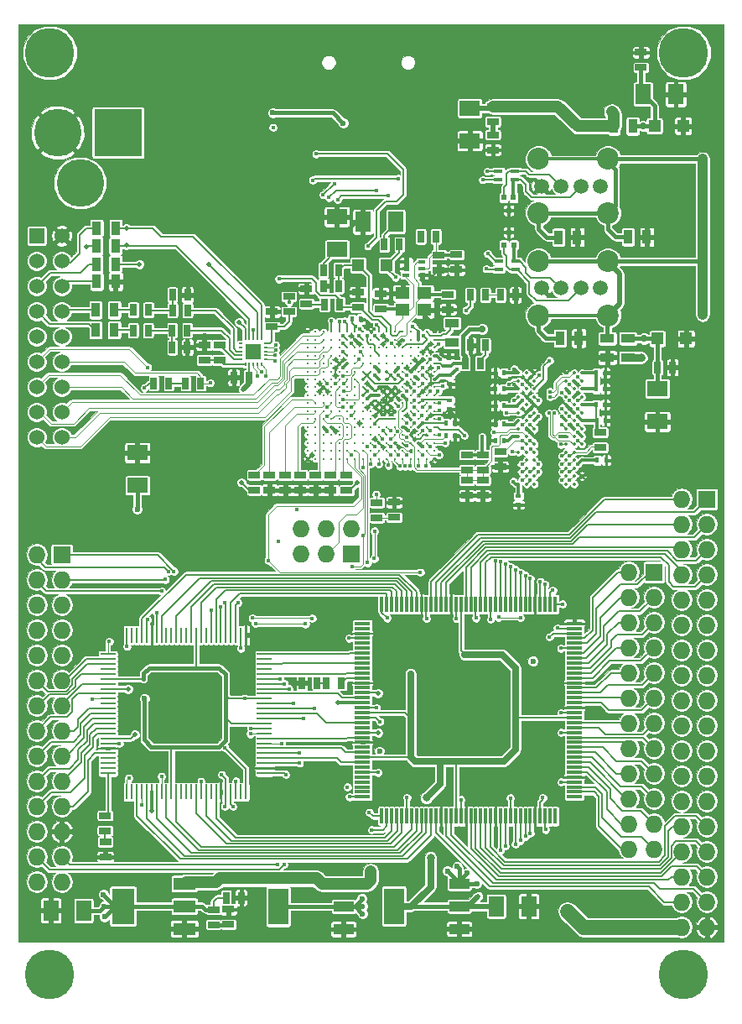
<source format=gtl>
G04 #@! TF.FileFunction,Copper,L1,Top,Signal*
%FSLAX46Y46*%
G04 Gerber Fmt 4.6, Leading zero omitted, Abs format (unit mm)*
G04 Created by KiCad (PCBNEW 0.201502071101+5410~21~ubuntu14.04.1-product) date mié 11 mar 2015 22:43:00 COT*
%MOMM*%
G01*
G04 APERTURE LIST*
%ADD10C,0.150000*%
%ADD11R,1.198880X1.198880*%
%ADD12C,0.350000*%
%ADD13R,0.635000X1.143000*%
%ADD14R,1.524000X2.032000*%
%ADD15R,2.032000X1.524000*%
%ADD16R,1.143000X0.635000*%
%ADD17R,1.397000X0.889000*%
%ADD18R,0.889000X1.397000*%
%ADD19R,0.899160X0.350520*%
%ADD20C,5.000000*%
%ADD21C,4.800600*%
%ADD22R,4.800600X4.800600*%
%ADD23R,0.797560X0.398780*%
%ADD24C,0.304800*%
%ADD25R,0.200000X0.400000*%
%ADD26R,0.400000X0.200000*%
%ADD27R,1.600000X1.600000*%
%ADD28R,2.235200X1.219200*%
%ADD29R,2.235200X3.606800*%
%ADD30R,0.497840X0.599440*%
%ADD31C,2.199640*%
%ADD32C,1.501140*%
%ADD33R,1.399540X1.198880*%
%ADD34R,0.398780X0.599440*%
%ADD35R,0.599440X0.398780*%
%ADD36R,1.524000X1.524000*%
%ADD37C,1.524000*%
%ADD38R,1.550000X0.300000*%
%ADD39R,0.300000X1.550000*%
%ADD40R,1.500000X0.280000*%
%ADD41R,0.280000X1.500000*%
%ADD42R,2.032000X3.657600*%
%ADD43R,2.032000X1.016000*%
%ADD44R,1.727200X1.727200*%
%ADD45O,1.727200X1.727200*%
%ADD46C,0.400000*%
%ADD47C,0.600000*%
%ADD48C,0.500000*%
%ADD49C,0.800000*%
%ADD50C,1.000000*%
%ADD51C,0.700000*%
%ADD52C,0.200000*%
%ADD53C,0.400000*%
%ADD54C,0.300000*%
%ADD55C,0.100000*%
%ADD56C,0.500000*%
%ADD57C,0.090000*%
%ADD58C,1.000000*%
%ADD59C,0.800000*%
%ADD60C,1.200000*%
%ADD61C,1.500000*%
%ADD62C,0.700000*%
G04 APERTURE END LIST*
D10*
D11*
X86970340Y-30380000D03*
X84069660Y-30380000D03*
X87270340Y-51830000D03*
X84369660Y-51830000D03*
X57030340Y-44400000D03*
X54129660Y-44400000D03*
D12*
X70340000Y-64890000D03*
X76740000Y-64090000D03*
X70340000Y-63290000D03*
X70340000Y-66490000D03*
X71140000Y-66490000D03*
X71940000Y-66490000D03*
X75140000Y-66490000D03*
X75940000Y-66490000D03*
X71140000Y-65690000D03*
X71940000Y-65690000D03*
X75140000Y-65690000D03*
X75940000Y-65690000D03*
X76740000Y-65690000D03*
X75940000Y-64090000D03*
X75140000Y-64090000D03*
X71940000Y-64090000D03*
X71140000Y-64090000D03*
X75940000Y-64890000D03*
X75140000Y-64890000D03*
X71940000Y-64890000D03*
X71140000Y-64890000D03*
X71140000Y-63290000D03*
X71940000Y-63290000D03*
X75140000Y-63290000D03*
X75940000Y-63290000D03*
X71140000Y-62490000D03*
X71940000Y-62490000D03*
X75140000Y-62490000D03*
X75940000Y-62490000D03*
X76740000Y-62490000D03*
X76740000Y-61690000D03*
X75940000Y-61690000D03*
X75140000Y-61690000D03*
X71940000Y-61690000D03*
X71140000Y-61690000D03*
X70340000Y-61690000D03*
X70340000Y-60090000D03*
X71140000Y-60090000D03*
X71940000Y-60090000D03*
X75140000Y-60090000D03*
X75940000Y-60090000D03*
X76740000Y-60090000D03*
X70340000Y-59290000D03*
X71140000Y-59290000D03*
X71940000Y-59290000D03*
X75140000Y-59290000D03*
X75940000Y-59290000D03*
X76740000Y-59290000D03*
X76740000Y-58490000D03*
X75940000Y-58490000D03*
X75140000Y-58490000D03*
X71140000Y-58490000D03*
X71940000Y-58490000D03*
X70340000Y-58490000D03*
X76740000Y-60890000D03*
X75940000Y-60890000D03*
X75140000Y-60890000D03*
X71940000Y-60890000D03*
X71140000Y-60890000D03*
X70340000Y-60890000D03*
X70340000Y-57690000D03*
X71140000Y-57690000D03*
X71940000Y-57690000D03*
X75140000Y-57690000D03*
X75940000Y-57690000D03*
X76740000Y-57690000D03*
X70340000Y-55290000D03*
X71940000Y-55290000D03*
X71140000Y-55290000D03*
X76740000Y-55290000D03*
X75940000Y-55290000D03*
X75140000Y-55290000D03*
X76740000Y-56090000D03*
X75940000Y-56090000D03*
X75140000Y-56090000D03*
X71940000Y-56090000D03*
X71140000Y-56090000D03*
X70340000Y-56090000D03*
X76740000Y-56890000D03*
X75940000Y-56890000D03*
X75140000Y-56890000D03*
X71940000Y-56890000D03*
X71140000Y-56890000D03*
X70340000Y-56890000D03*
D13*
X66992000Y-52490000D03*
X65468000Y-52490000D03*
D14*
X57921000Y-40040000D03*
X54619000Y-40040000D03*
D15*
X52000000Y-42851000D03*
X52000000Y-39549000D03*
D13*
X52172000Y-46530000D03*
X50648000Y-46530000D03*
D16*
X63210000Y-48872000D03*
X63210000Y-47348000D03*
X56430000Y-47268000D03*
X56430000Y-48792000D03*
X54120000Y-48662000D03*
X54120000Y-47138000D03*
X40125000Y-52463000D03*
X40125000Y-53987000D03*
X62300000Y-43378000D03*
X62300000Y-44902000D03*
X65140000Y-63528000D03*
X65140000Y-65052000D03*
X65140000Y-66128000D03*
X65140000Y-67652000D03*
X38625000Y-53987000D03*
X38625000Y-52463000D03*
D13*
X43112000Y-55750000D03*
X41588000Y-55750000D03*
D15*
X65426400Y-28570500D03*
X65426400Y-31872500D03*
D13*
X40813800Y-108224900D03*
X42337800Y-108224900D03*
D15*
X31847600Y-66645100D03*
X31847600Y-63343100D03*
D16*
X45430000Y-49108000D03*
X45430000Y-50632000D03*
D14*
X26412000Y-109520300D03*
X23110000Y-109520300D03*
D15*
X84360000Y-56889000D03*
X84360000Y-60191000D03*
D13*
X84368000Y-54730000D03*
X85892000Y-54730000D03*
D14*
X82929000Y-27180000D03*
X86231000Y-27180000D03*
D16*
X82710000Y-24482000D03*
X82710000Y-22958000D03*
D13*
X35408000Y-48970000D03*
X36932000Y-48970000D03*
X35368000Y-50990000D03*
X36892000Y-50990000D03*
X65463000Y-47425000D03*
X66987000Y-47425000D03*
D16*
X56040000Y-68368000D03*
X56040000Y-69892000D03*
X67763200Y-28418100D03*
X67763200Y-29942100D03*
D13*
X33508000Y-56320000D03*
X35032000Y-56320000D03*
D16*
X39537600Y-109405600D03*
X39537600Y-110929600D03*
X28580000Y-99938000D03*
X28580000Y-101462000D03*
D17*
X63620000Y-50267500D03*
X63620000Y-52172500D03*
D18*
X81397500Y-41580000D03*
X83302500Y-41580000D03*
X74527500Y-51770000D03*
X76432500Y-51770000D03*
D17*
X79320000Y-51817500D03*
X79320000Y-53722500D03*
X81380000Y-53732500D03*
X81380000Y-51827500D03*
D18*
X79977500Y-30390000D03*
X81882500Y-30390000D03*
X27727500Y-44310000D03*
X29632500Y-44310000D03*
X27757500Y-40680000D03*
X29662500Y-40680000D03*
X27737500Y-42470000D03*
X29642500Y-42470000D03*
X27747500Y-46060000D03*
X29652500Y-46060000D03*
X27617500Y-48930000D03*
X29522500Y-48930000D03*
X27617500Y-50960000D03*
X29522500Y-50960000D03*
D19*
X70050000Y-44850000D03*
X68350740Y-44850000D03*
X68350740Y-43999100D03*
X70050000Y-43999100D03*
D18*
X76272500Y-41590000D03*
X74367500Y-41590000D03*
D19*
X70000000Y-35800000D03*
X68300740Y-35800000D03*
X68300740Y-34949100D03*
X70000000Y-34949100D03*
D20*
X23000000Y-116000000D03*
X87000000Y-116000000D03*
X23000000Y-23000000D03*
X87000000Y-23000000D03*
D21*
X23808500Y-31047000D03*
D22*
X29904500Y-31047000D03*
D21*
X26094500Y-36127000D03*
D23*
X60587560Y-45397700D03*
X60587560Y-44750000D03*
X60587560Y-44102300D03*
X58992440Y-44102300D03*
X58992440Y-44750000D03*
X58992440Y-45397700D03*
D13*
X64938000Y-54300000D03*
X66462000Y-54300000D03*
X58312000Y-42330000D03*
X56788000Y-42330000D03*
X52162000Y-44900000D03*
X50638000Y-44900000D03*
X50748000Y-48360000D03*
X52272000Y-48360000D03*
D16*
X41042400Y-109393300D03*
X41042400Y-110917300D03*
X48920000Y-48312000D03*
X48920000Y-46788000D03*
X78600000Y-62812000D03*
X78600000Y-61288000D03*
D13*
X70037000Y-47425000D03*
X68513000Y-47425000D03*
D16*
X52970000Y-67132000D03*
X52970000Y-65608000D03*
X43680000Y-67102000D03*
X43680000Y-65578000D03*
X45200000Y-67092000D03*
X45200000Y-65568000D03*
D13*
X61992000Y-41530000D03*
X60468000Y-41530000D03*
D16*
X49850000Y-67112000D03*
X49850000Y-65588000D03*
X46780000Y-65588000D03*
X46780000Y-67112000D03*
X64080000Y-43358000D03*
X64080000Y-44882000D03*
X47160000Y-47578000D03*
X47160000Y-49102000D03*
X68490000Y-63228000D03*
X68490000Y-64752000D03*
X66740000Y-63528000D03*
X66740000Y-65052000D03*
X66740000Y-66128000D03*
X66740000Y-67652000D03*
X57775000Y-69862000D03*
X57775000Y-68338000D03*
X67763200Y-32786900D03*
X67763200Y-31262900D03*
D13*
X36728000Y-56330000D03*
X38252000Y-56330000D03*
D16*
X51360000Y-65598000D03*
X51360000Y-67122000D03*
X28610000Y-104112000D03*
X28610000Y-102588000D03*
D13*
X31448000Y-48930000D03*
X32972000Y-48930000D03*
X31428000Y-51000000D03*
X32952000Y-51000000D03*
X36892000Y-52700000D03*
X35368000Y-52700000D03*
X36922000Y-47400000D03*
X35398000Y-47400000D03*
D24*
X49039200Y-51139200D03*
X49039200Y-51939300D03*
X49039200Y-52739400D03*
X49039200Y-53539500D03*
X49039200Y-54339600D03*
X49039200Y-55139700D03*
X49039200Y-55939800D03*
X49039200Y-56739900D03*
X49039200Y-57540000D03*
X49039200Y-58340100D03*
X49039200Y-59140200D03*
X49039200Y-59940300D03*
X49039200Y-60740400D03*
X49039200Y-61540500D03*
X49039200Y-62340600D03*
X49039200Y-63140700D03*
X49039200Y-63940800D03*
X49839300Y-51139200D03*
X49839300Y-51939300D03*
X49839300Y-52739400D03*
X49839300Y-53539500D03*
X49839300Y-54339600D03*
X49839300Y-55139700D03*
X49839300Y-55939800D03*
X49839300Y-56739900D03*
X49839300Y-57540000D03*
X49839300Y-58340100D03*
X49839300Y-59140200D03*
X49839300Y-59940300D03*
X49839300Y-60740400D03*
X49839300Y-61540500D03*
X49839300Y-62340600D03*
X49839300Y-63140700D03*
X49839300Y-63940800D03*
X50639400Y-51139200D03*
X50639400Y-51939300D03*
X50639400Y-52739400D03*
X50639400Y-53539500D03*
X50639400Y-54339600D03*
X50639400Y-55139700D03*
X50639400Y-55939800D03*
X50639400Y-56739900D03*
X50639400Y-57540000D03*
X50639400Y-58340100D03*
X50639400Y-59140200D03*
X50639400Y-59940300D03*
X50639400Y-60740400D03*
X50639400Y-61540500D03*
X50639400Y-62340600D03*
X50639400Y-63140700D03*
X50639400Y-63940800D03*
X51439500Y-51139200D03*
X51439500Y-51939300D03*
X51439500Y-52739400D03*
X51439500Y-53539500D03*
X51439500Y-54339600D03*
X51439500Y-55139700D03*
X51439500Y-55939800D03*
X51439500Y-56739900D03*
X51439500Y-57540000D03*
X51439500Y-58340100D03*
X51439500Y-59140200D03*
X51439500Y-59940300D03*
X51439500Y-60740400D03*
X51439500Y-61540500D03*
X51439500Y-62340600D03*
X51439500Y-63140700D03*
X51439500Y-63940800D03*
X52239600Y-51139200D03*
X52239600Y-51939300D03*
X52239600Y-52739400D03*
X52239600Y-53539500D03*
X52239600Y-54339600D03*
X52239600Y-55139700D03*
X52239600Y-55939800D03*
X52239600Y-56739900D03*
X52239600Y-57540000D03*
X52239600Y-58340100D03*
X52239600Y-59140200D03*
X52239600Y-59940300D03*
X52239600Y-60740400D03*
X52239600Y-61540500D03*
X52239600Y-62340600D03*
X52239600Y-63140700D03*
X52239600Y-63940800D03*
X53039700Y-51139200D03*
X53039700Y-51939300D03*
X53039700Y-52739400D03*
X53039700Y-53539500D03*
X53039700Y-54339600D03*
X53039700Y-55139700D03*
X53039700Y-55939800D03*
X53039700Y-56739900D03*
X53039700Y-57540000D03*
X53039700Y-58340100D03*
X53039700Y-59140200D03*
X53039700Y-59940300D03*
X53039700Y-60740400D03*
X53039700Y-61540500D03*
X53039700Y-62340600D03*
X53039700Y-63140700D03*
X53039700Y-63940800D03*
X53839800Y-51139200D03*
X53839800Y-51939300D03*
X53839800Y-52739400D03*
X53839800Y-53539500D03*
X53839800Y-54339600D03*
X53839800Y-55139700D03*
X53839800Y-55939800D03*
X53839800Y-56739900D03*
X53839800Y-57540000D03*
X53839800Y-58340100D03*
X53839800Y-59140200D03*
X53839800Y-59940300D03*
X53839800Y-60740400D03*
X53839800Y-61540500D03*
X53839800Y-62340600D03*
X53839800Y-63140700D03*
X53839800Y-63940800D03*
X54639900Y-51139200D03*
X54639900Y-51939300D03*
X54639900Y-52739400D03*
X54639900Y-53539500D03*
X54639900Y-54339600D03*
X54639900Y-55139700D03*
X54639900Y-55939800D03*
X54639900Y-56739900D03*
X54639900Y-57540000D03*
X54639900Y-58340100D03*
X54639900Y-59140200D03*
X54639900Y-59940300D03*
X54639900Y-60740400D03*
X54639900Y-61540500D03*
X54639900Y-62340600D03*
X54639900Y-63140700D03*
X54639900Y-63940800D03*
X55440000Y-51139200D03*
X55440000Y-51939300D03*
X55440000Y-52739400D03*
X55440000Y-53539500D03*
X55440000Y-54339600D03*
X55440000Y-55139700D03*
X55440000Y-55939800D03*
X55440000Y-56739900D03*
X55440000Y-57540000D03*
X55440000Y-58340100D03*
X55440000Y-59140200D03*
X55440000Y-59940300D03*
X55440000Y-60740400D03*
X55440000Y-61540500D03*
X55440000Y-62340600D03*
X55440000Y-63140700D03*
X55440000Y-63940800D03*
X56240100Y-51139200D03*
X56240100Y-51939300D03*
X56240100Y-52739400D03*
X56240100Y-53539500D03*
X56240100Y-54339600D03*
X56240100Y-55139700D03*
X56240100Y-55939800D03*
X56240100Y-56739900D03*
X56240100Y-57540000D03*
X56240100Y-58340100D03*
X56240100Y-59140200D03*
X56240100Y-59940300D03*
X56240100Y-60740400D03*
X56240100Y-61540500D03*
X56240100Y-62340600D03*
X56240100Y-63140700D03*
X56240100Y-63940800D03*
X57040200Y-51139200D03*
X57040200Y-51939300D03*
X57040200Y-52739400D03*
X57040200Y-53539500D03*
X57040200Y-54339600D03*
X57040200Y-55139700D03*
X57040200Y-55939800D03*
X57040200Y-56739900D03*
X57040200Y-57540000D03*
X57040200Y-58340100D03*
X57040200Y-59140200D03*
X57040200Y-59940300D03*
X57040200Y-60740400D03*
X57040200Y-61540500D03*
X57040200Y-62340600D03*
X57040200Y-63140700D03*
X57040200Y-63940800D03*
X57840300Y-51139200D03*
X57840300Y-51939300D03*
X57840300Y-52739400D03*
X57840300Y-53539500D03*
X57840300Y-54339600D03*
X57840300Y-55139700D03*
X57840300Y-55939800D03*
X57840300Y-56739900D03*
X57840300Y-57540000D03*
X57840300Y-58340100D03*
X57840300Y-59140200D03*
X57840300Y-59940300D03*
X57840300Y-60740400D03*
X57840300Y-61540500D03*
X57840300Y-62340600D03*
X57840300Y-63140700D03*
X57840300Y-63940800D03*
X58640400Y-51139200D03*
X58640400Y-51939300D03*
X58640400Y-52739400D03*
X58640400Y-53539500D03*
X58640400Y-54339600D03*
X58640400Y-55139700D03*
X58640400Y-55939800D03*
X58640400Y-56739900D03*
X58640400Y-57540000D03*
X58640400Y-58340100D03*
X58640400Y-59140200D03*
X58640400Y-59940300D03*
X58640400Y-60740400D03*
X58640400Y-61540500D03*
X58640400Y-62340600D03*
X58640400Y-63140700D03*
X58640400Y-63940800D03*
X59440500Y-51139200D03*
X59440500Y-51939300D03*
X59440500Y-52739400D03*
X59440500Y-53539500D03*
X59440500Y-54339600D03*
X59440500Y-55139700D03*
X59440500Y-55939800D03*
X59440500Y-56739900D03*
X59440500Y-57540000D03*
X59440500Y-58340100D03*
X59440500Y-59140200D03*
X59440500Y-59940300D03*
X59440500Y-60740400D03*
X59440500Y-61540500D03*
X59440500Y-62340600D03*
X59440500Y-63140700D03*
X59440500Y-63940800D03*
X60240600Y-51139200D03*
X60240600Y-51939300D03*
X60240600Y-52739400D03*
X60240600Y-53539500D03*
X60240600Y-54339600D03*
X60240600Y-55139700D03*
X60240600Y-55939800D03*
X60240600Y-56739900D03*
X60240600Y-57540000D03*
X60240600Y-58340100D03*
X60240600Y-59140200D03*
X60240600Y-59940300D03*
X60240600Y-60740400D03*
X60240600Y-61540500D03*
X60240600Y-62340600D03*
X60240600Y-63140700D03*
X60240600Y-63940800D03*
X61040700Y-51139200D03*
X61040700Y-51939300D03*
X61040700Y-52739400D03*
X61040700Y-53539500D03*
X61040700Y-54339600D03*
X61040700Y-55139700D03*
X61040700Y-55939800D03*
X61040700Y-56739900D03*
X61040700Y-57540000D03*
X61040700Y-58340100D03*
X61040700Y-59140200D03*
X61040700Y-59940300D03*
X61040700Y-60740400D03*
X61040700Y-61540500D03*
X61040700Y-62340600D03*
X61040700Y-63140700D03*
X61040700Y-63940800D03*
X61840800Y-51139200D03*
X61840800Y-51939300D03*
X61840800Y-52739400D03*
X61840800Y-53539500D03*
X61840800Y-54339600D03*
X61840800Y-55139700D03*
X61840800Y-55939800D03*
X61840800Y-56739900D03*
X61840800Y-57540000D03*
X61840800Y-58340100D03*
X61840800Y-59140200D03*
X61840800Y-59940300D03*
X61840800Y-60740400D03*
X61840800Y-61540500D03*
X61840800Y-62340600D03*
X61840800Y-63140700D03*
X61840800Y-63940800D03*
D25*
X43560000Y-51820000D03*
X43960000Y-51820000D03*
X44360000Y-51820000D03*
X43160000Y-51820000D03*
X42760000Y-51820000D03*
X42760000Y-54420000D03*
X43160000Y-54420000D03*
X44360000Y-54420000D03*
X43960000Y-54420000D03*
X43560000Y-54420000D03*
D26*
X44860000Y-52320000D03*
X44860000Y-52720000D03*
X44860000Y-53920000D03*
X44860000Y-53520000D03*
X44860000Y-53120000D03*
D27*
X43560000Y-53120000D03*
D26*
X42260000Y-53120000D03*
X42260000Y-53520000D03*
X42260000Y-53920000D03*
X42260000Y-52720000D03*
X42260000Y-52320000D03*
D28*
X36588800Y-111366000D03*
X36588800Y-109080000D03*
X36588800Y-106794000D03*
D29*
X30391200Y-109080000D03*
D30*
X69837840Y-37592300D03*
X68842160Y-37592300D03*
X69340000Y-38887700D03*
X68852160Y-42387700D03*
X69847840Y-42387700D03*
X69350000Y-41092300D03*
D31*
X72376060Y-49470340D03*
X72376060Y-44029660D03*
D32*
X78644780Y-46750000D03*
X76645800Y-46750000D03*
X74644280Y-46750000D03*
X72645300Y-46750000D03*
D31*
X79373760Y-44029660D03*
X79373760Y-49470340D03*
X72376060Y-39145340D03*
X72376060Y-33704660D03*
D32*
X78644780Y-36425000D03*
X76645800Y-36425000D03*
X74644280Y-36425000D03*
X72645300Y-36425000D03*
D31*
X79373760Y-33704660D03*
X79373760Y-39145340D03*
D33*
X60850000Y-47240000D03*
X58650360Y-47240000D03*
X58650360Y-48939260D03*
X60850000Y-48939260D03*
D34*
X78190420Y-55290000D03*
X79089580Y-55290000D03*
X78190420Y-56890000D03*
X79089580Y-56890000D03*
X78190420Y-58490000D03*
X79089580Y-58490000D03*
D35*
X70340000Y-67690420D03*
X70340000Y-68589580D03*
D34*
X78290420Y-64090000D03*
X79189580Y-64090000D03*
X78240420Y-60090000D03*
X79139580Y-60090000D03*
X68889580Y-60440000D03*
X67990420Y-60440000D03*
X68889580Y-62090000D03*
X67990420Y-62090000D03*
X68889580Y-58590000D03*
X67990420Y-58590000D03*
X68839580Y-56890000D03*
X67940420Y-56890000D03*
X68889580Y-55290000D03*
X67990420Y-55290000D03*
D35*
X63390000Y-55500420D03*
X63390000Y-56399580D03*
X63370000Y-58030420D03*
X63370000Y-58929580D03*
D34*
X63010420Y-60360000D03*
X63909580Y-60360000D03*
X63020420Y-61630000D03*
X63919580Y-61630000D03*
X53520420Y-49870000D03*
X54419580Y-49870000D03*
D16*
X48300000Y-65588000D03*
X48300000Y-67112000D03*
D35*
X63280000Y-54589580D03*
X63280000Y-53690420D03*
D36*
X21680000Y-41460000D03*
D37*
X24220000Y-41460000D03*
X21680000Y-44000000D03*
X24220000Y-44000000D03*
X21680000Y-46540000D03*
X24220000Y-46540000D03*
X21680000Y-49080000D03*
X24220000Y-49080000D03*
X21680000Y-51620000D03*
X24220000Y-51620000D03*
X21680000Y-54160000D03*
X24220000Y-54160000D03*
X21680000Y-56700000D03*
X24220000Y-56700000D03*
X24220000Y-59240000D03*
X21680000Y-59240000D03*
X24220000Y-61780000D03*
X21680000Y-61780000D03*
D38*
X54580000Y-80550000D03*
X54580000Y-81050000D03*
X54580000Y-81550000D03*
X54580000Y-82050000D03*
X54580000Y-82550000D03*
X54580000Y-83050000D03*
X54580000Y-83550000D03*
X54580000Y-84050000D03*
X54580000Y-84550000D03*
X54580000Y-85050000D03*
X54580000Y-85550000D03*
X54580000Y-86050000D03*
X54580000Y-86550000D03*
X54580000Y-87050000D03*
X54580000Y-87550000D03*
X54580000Y-88050000D03*
X54580000Y-88550000D03*
X54580000Y-89050000D03*
X54580000Y-89550000D03*
X54580000Y-90050000D03*
X54580000Y-90550000D03*
X54580000Y-91050000D03*
X54580000Y-91550000D03*
X54580000Y-92050000D03*
X54580000Y-92550000D03*
X54580000Y-93050000D03*
X54580000Y-93550000D03*
X54580000Y-94050000D03*
X54580000Y-94550000D03*
X54580000Y-95050000D03*
X54580000Y-95550000D03*
X54580000Y-96050000D03*
X54580000Y-96550000D03*
X54580000Y-97050000D03*
X54580000Y-97550000D03*
X54580000Y-98050000D03*
D39*
X56530000Y-100000000D03*
X57030000Y-100000000D03*
X57530000Y-100000000D03*
X58030000Y-100000000D03*
X58530000Y-100000000D03*
X59030000Y-100000000D03*
X59530000Y-100000000D03*
X60030000Y-100000000D03*
X60530000Y-100000000D03*
X61030000Y-100000000D03*
X61530000Y-100000000D03*
X62030000Y-100000000D03*
X62530000Y-100000000D03*
X63030000Y-100000000D03*
X63530000Y-100000000D03*
X64030000Y-100000000D03*
X64530000Y-100000000D03*
X65030000Y-100000000D03*
X65530000Y-100000000D03*
X66030000Y-100000000D03*
X66530000Y-100000000D03*
X67030000Y-100000000D03*
X67530000Y-100000000D03*
X68030000Y-100000000D03*
X68530000Y-100000000D03*
X69030000Y-100000000D03*
X69530000Y-100000000D03*
X70030000Y-100000000D03*
X70530000Y-100000000D03*
X71030000Y-100000000D03*
X71530000Y-100000000D03*
X72030000Y-100000000D03*
X72530000Y-100000000D03*
X73030000Y-100000000D03*
X73530000Y-100000000D03*
X74030000Y-100000000D03*
D38*
X75980000Y-98050000D03*
X75980000Y-97550000D03*
X75980000Y-97050000D03*
X75980000Y-96550000D03*
X75980000Y-96050000D03*
X75980000Y-95550000D03*
X75980000Y-95050000D03*
X75980000Y-94550000D03*
X75980000Y-94050000D03*
X75980000Y-93550000D03*
X75980000Y-93050000D03*
X75980000Y-92550000D03*
X75980000Y-92050000D03*
X75980000Y-91550000D03*
X75980000Y-91050000D03*
X75980000Y-90550000D03*
X75980000Y-90050000D03*
X75980000Y-89550000D03*
X75980000Y-89050000D03*
X75980000Y-88550000D03*
X75980000Y-88050000D03*
X75980000Y-87550000D03*
X75980000Y-87050000D03*
X75980000Y-86550000D03*
X75980000Y-86050000D03*
X75980000Y-85550000D03*
X75980000Y-85050000D03*
X75980000Y-84550000D03*
X75980000Y-84050000D03*
X75980000Y-83550000D03*
X75980000Y-83050000D03*
X75980000Y-82550000D03*
X75980000Y-82050000D03*
X75980000Y-81550000D03*
X75980000Y-81050000D03*
X75980000Y-80550000D03*
D39*
X74030000Y-78600000D03*
X73530000Y-78600000D03*
X73030000Y-78600000D03*
X72530000Y-78600000D03*
X72030000Y-78600000D03*
X71530000Y-78600000D03*
X71030000Y-78600000D03*
X70530000Y-78600000D03*
X70030000Y-78600000D03*
X69530000Y-78600000D03*
X69030000Y-78600000D03*
X68530000Y-78600000D03*
X68030000Y-78600000D03*
X67530000Y-78600000D03*
X67030000Y-78600000D03*
X66530000Y-78600000D03*
X66030000Y-78600000D03*
X65530000Y-78600000D03*
X65030000Y-78600000D03*
X64530000Y-78600000D03*
X64030000Y-78600000D03*
X63530000Y-78600000D03*
X63030000Y-78600000D03*
X62530000Y-78600000D03*
X62030000Y-78600000D03*
X61530000Y-78600000D03*
X61030000Y-78600000D03*
X60530000Y-78600000D03*
X60030000Y-78600000D03*
X59530000Y-78600000D03*
X59030000Y-78600000D03*
X58530000Y-78600000D03*
X58030000Y-78600000D03*
X57530000Y-78600000D03*
X57030000Y-78600000D03*
X56530000Y-78600000D03*
D40*
X44690000Y-95640000D03*
X44690000Y-95140000D03*
X44690000Y-94640000D03*
X44690000Y-94140000D03*
X44690000Y-93640000D03*
X44690000Y-93140000D03*
X44690000Y-92640000D03*
X44690000Y-92140000D03*
X44690000Y-91640000D03*
X44690000Y-91140000D03*
X44690000Y-90640000D03*
X44690000Y-90140000D03*
X44690000Y-89640000D03*
X44690000Y-89140000D03*
X44690000Y-88640000D03*
X44690000Y-88140000D03*
X44690000Y-87640000D03*
X44690000Y-87140000D03*
X44690000Y-86640000D03*
X44690000Y-86140000D03*
X44690000Y-85640000D03*
X44690000Y-85140000D03*
X44690000Y-84640000D03*
X44690000Y-84140000D03*
X44690000Y-83640000D03*
D41*
X42790000Y-81740000D03*
X42290000Y-81740000D03*
X41790000Y-81740000D03*
X41290000Y-81740000D03*
X40790000Y-81740000D03*
X40290000Y-81740000D03*
X39790000Y-81740000D03*
X39290000Y-81740000D03*
X38790000Y-81740000D03*
X38290000Y-81740000D03*
X37790000Y-81740000D03*
X37290000Y-81740000D03*
X36790000Y-81740000D03*
X36290000Y-81740000D03*
X35790000Y-81740000D03*
X35290000Y-81740000D03*
X34790000Y-81740000D03*
X34290000Y-81740000D03*
X33790000Y-81740000D03*
X33290000Y-81740000D03*
X32790000Y-81740000D03*
X32290000Y-81740000D03*
X31790000Y-81740000D03*
X31290000Y-81740000D03*
X30790000Y-81740000D03*
D40*
X28890000Y-83640000D03*
X28890000Y-84140000D03*
X28890000Y-84640000D03*
X28890000Y-85140000D03*
X28890000Y-85640000D03*
X28890000Y-86140000D03*
X28890000Y-86640000D03*
X28890000Y-87140000D03*
X28890000Y-87640000D03*
X28890000Y-88140000D03*
X28890000Y-88640000D03*
X28890000Y-89140000D03*
X28890000Y-89640000D03*
X28890000Y-90140000D03*
X28890000Y-90640000D03*
X28890000Y-91140000D03*
X28890000Y-91640000D03*
X28890000Y-92140000D03*
X28890000Y-92640000D03*
X28890000Y-93140000D03*
X28890000Y-93640000D03*
X28890000Y-94140000D03*
X28890000Y-94640000D03*
X28890000Y-95140000D03*
X28890000Y-95640000D03*
D41*
X30790000Y-97540000D03*
X31290000Y-97540000D03*
X31790000Y-97540000D03*
X32290000Y-97540000D03*
X32790000Y-97540000D03*
X33290000Y-97540000D03*
X33790000Y-97540000D03*
X34290000Y-97540000D03*
X34790000Y-97540000D03*
X35290000Y-97540000D03*
X35790000Y-97540000D03*
X36290000Y-97540000D03*
X36790000Y-97540000D03*
X37290000Y-97540000D03*
X37790000Y-97540000D03*
X38290000Y-97540000D03*
X38790000Y-97540000D03*
X39290000Y-97540000D03*
X39790000Y-97540000D03*
X40290000Y-97540000D03*
X40790000Y-97540000D03*
X41290000Y-97540000D03*
X41790000Y-97540000D03*
X42290000Y-97540000D03*
X42790000Y-97540000D03*
D14*
X68068000Y-109075800D03*
X71370000Y-109075800D03*
D42*
X57748000Y-109080000D03*
D43*
X64352000Y-109080000D03*
X64352000Y-106794000D03*
X64352000Y-111366000D03*
D42*
X46068000Y-109110000D03*
D43*
X52672000Y-109110000D03*
X52672000Y-106824000D03*
X52672000Y-111396000D03*
D44*
X89370000Y-68020000D03*
D45*
X86830000Y-68020000D03*
X89370000Y-70560000D03*
X86830000Y-70560000D03*
X89370000Y-73100000D03*
X86830000Y-73100000D03*
X89370000Y-75640000D03*
X86830000Y-75640000D03*
X89370000Y-78180000D03*
X86830000Y-78180000D03*
X89370000Y-80720000D03*
X86830000Y-80720000D03*
X89370000Y-83260000D03*
X86830000Y-83260000D03*
X89370000Y-85800000D03*
X86830000Y-85800000D03*
X89370000Y-88340000D03*
X86830000Y-88340000D03*
X89370000Y-90880000D03*
X86830000Y-90880000D03*
X89370000Y-93420000D03*
X86830000Y-93420000D03*
X89370000Y-95960000D03*
X86830000Y-95960000D03*
X89370000Y-98500000D03*
X86830000Y-98500000D03*
X89370000Y-101040000D03*
X86830000Y-101040000D03*
X89370000Y-103580000D03*
X86830000Y-103580000D03*
X89370000Y-106120000D03*
X86830000Y-106120000D03*
X89370000Y-108660000D03*
X86830000Y-108660000D03*
X89370000Y-111200000D03*
X86830000Y-111200000D03*
D44*
X84020000Y-75370000D03*
D45*
X81480000Y-75370000D03*
X84020000Y-77910000D03*
X81480000Y-77910000D03*
X84020000Y-80450000D03*
X81480000Y-80450000D03*
X84020000Y-82990000D03*
X81480000Y-82990000D03*
X84020000Y-85530000D03*
X81480000Y-85530000D03*
X84020000Y-88070000D03*
X81480000Y-88070000D03*
X84020000Y-90610000D03*
X81480000Y-90610000D03*
X84020000Y-93150000D03*
X81480000Y-93150000D03*
X84020000Y-95690000D03*
X81480000Y-95690000D03*
X84020000Y-98230000D03*
X81480000Y-98230000D03*
X84020000Y-100770000D03*
X81480000Y-100770000D03*
X84020000Y-103310000D03*
X81480000Y-103310000D03*
D44*
X24220000Y-73620000D03*
D45*
X21680000Y-73620000D03*
X24220000Y-76160000D03*
X21680000Y-76160000D03*
X24220000Y-78700000D03*
X21680000Y-78700000D03*
X24220000Y-81240000D03*
X21680000Y-81240000D03*
X24220000Y-83780000D03*
X21680000Y-83780000D03*
X24220000Y-86320000D03*
X21680000Y-86320000D03*
X24220000Y-88860000D03*
X21680000Y-88860000D03*
X24220000Y-91400000D03*
X21680000Y-91400000D03*
X24220000Y-93940000D03*
X21680000Y-93940000D03*
X24220000Y-96480000D03*
X21680000Y-96480000D03*
X24220000Y-99020000D03*
X21680000Y-99020000D03*
X24220000Y-101560000D03*
X21680000Y-101560000D03*
X24220000Y-104100000D03*
X21680000Y-104100000D03*
X24220000Y-106640000D03*
X21680000Y-106640000D03*
D13*
X52452000Y-86560000D03*
X50928000Y-86560000D03*
D44*
X53460000Y-73510000D03*
D45*
X53460000Y-70970000D03*
X50920000Y-73510000D03*
X50920000Y-70970000D03*
X48380000Y-73510000D03*
X48380000Y-70970000D03*
D13*
X48468000Y-86560000D03*
X49992000Y-86560000D03*
D46*
X55040000Y-62750000D03*
X40690000Y-93100000D03*
X42670000Y-88110000D03*
D47*
X32550000Y-88140000D03*
D46*
X56650000Y-61140000D03*
X60650000Y-58040000D03*
X59180000Y-61120000D03*
X59040000Y-57940000D03*
X59060000Y-62610000D03*
X64090000Y-54890000D03*
X60614010Y-60331010D03*
X60614010Y-62731010D03*
X66660000Y-61700000D03*
X73460000Y-54050000D03*
X75514000Y-57280990D03*
X76313990Y-64481010D03*
X55860000Y-60390000D03*
X58240000Y-55530000D03*
X70714010Y-58081010D03*
X69813990Y-66231010D03*
X76313990Y-61280990D03*
X69913990Y-56481010D03*
X69913990Y-60481010D03*
X72313990Y-59680990D03*
X74714010Y-59680990D03*
X77214010Y-56881000D03*
X76313990Y-59680990D03*
X55027600Y-55527400D03*
X69913990Y-54881000D03*
X77214010Y-56881000D03*
X69913990Y-60481010D03*
X69764000Y-61680990D03*
X59910000Y-55650000D03*
X32470000Y-86140000D03*
X35290000Y-93010000D03*
X40760000Y-90040000D03*
X37790000Y-85040000D03*
D47*
X31847600Y-69032700D03*
X28494800Y-109075800D03*
X28532900Y-110155300D03*
X28418600Y-107882000D03*
X45520000Y-29050000D03*
X52640000Y-30100000D03*
D46*
X32560000Y-56780000D03*
X45550000Y-30523000D03*
X46120000Y-72300000D03*
X64880000Y-61590000D03*
X47160000Y-48130000D03*
X43560000Y-50920000D03*
X42500000Y-56950000D03*
X30790000Y-82870000D03*
X42290000Y-83070000D03*
X43340000Y-91140000D03*
X41790000Y-96460000D03*
X30040000Y-92640000D03*
X38290000Y-96490000D03*
X46850000Y-95780000D03*
X60214010Y-64680990D03*
X75514000Y-64481010D03*
X58364010Y-64680990D03*
X72313990Y-64481010D03*
X70714010Y-64481010D03*
X58913990Y-64680990D03*
X74714010Y-66081010D03*
X55813990Y-63530990D03*
X71514000Y-66081010D03*
X57200000Y-64594990D03*
X59413990Y-64680990D03*
X74714010Y-64481010D03*
X57413990Y-63530990D03*
X70714010Y-65280990D03*
X75514000Y-65280990D03*
X56214010Y-64481010D03*
X57413990Y-62731010D03*
X71514000Y-65280990D03*
X74714010Y-65280990D03*
X55813990Y-62731010D03*
X70714010Y-66081010D03*
X57413990Y-61131000D03*
X55413990Y-64481010D03*
X75514000Y-66081010D03*
X72313990Y-65280990D03*
X56614010Y-61930990D03*
X62313990Y-63530990D03*
X70714010Y-62881000D03*
X71563990Y-62930990D03*
X58214010Y-63530990D03*
X71563990Y-62930990D03*
X69714010Y-63231010D03*
X58100000Y-61150000D03*
X61014000Y-64680990D03*
X74714010Y-63680990D03*
X57450000Y-61920000D03*
X75514000Y-63680990D03*
X59014000Y-63530990D03*
X70714010Y-62081010D03*
X73913990Y-59331010D03*
X62339100Y-59030990D03*
X73413990Y-59331010D03*
X61413990Y-58731010D03*
X75514000Y-59680990D03*
X61413990Y-61131000D03*
X59014000Y-60331010D03*
X70714010Y-60481010D03*
X74714010Y-57280990D03*
X59830000Y-56320000D03*
X72313990Y-58081010D03*
X59849210Y-57095810D03*
X69913990Y-58081010D03*
X59014000Y-57131000D03*
X76313990Y-58081010D03*
X62684010Y-56611010D03*
X69413990Y-56430990D03*
X59014000Y-55530990D03*
X62240000Y-54740000D03*
X76313990Y-55680990D03*
X60630000Y-61090000D03*
X74714010Y-60481010D03*
X71514000Y-60481010D03*
X59813990Y-60331010D03*
X59030000Y-61770000D03*
X67890000Y-61290000D03*
X62364010Y-61530990D03*
X76313990Y-60481010D03*
X69114010Y-59280990D03*
X59813990Y-59530990D03*
X76313990Y-58881000D03*
X62364010Y-59930990D03*
X60614010Y-55530990D03*
X75514000Y-56481010D03*
X70714010Y-56481010D03*
X60614010Y-56331010D03*
X71514000Y-59680990D03*
X60578790Y-59566210D03*
X60640000Y-54740000D03*
X72410000Y-55480000D03*
X74714010Y-58881000D03*
X62313990Y-58331010D03*
X60614010Y-58731010D03*
X75514000Y-58081010D03*
X73514000Y-57680990D03*
X62214010Y-57131000D03*
X73514000Y-57180990D03*
X61413990Y-57131000D03*
X62913990Y-62331010D03*
X76313990Y-62081010D03*
X61413990Y-62731010D03*
X74614010Y-62481010D03*
X60614010Y-63530990D03*
X71514000Y-62081010D03*
X67090000Y-44770000D03*
X55990000Y-50440000D03*
X66725000Y-35800000D03*
X54225000Y-51550000D03*
X67240000Y-43240000D03*
X55850000Y-51540000D03*
X54325000Y-50875000D03*
X67200000Y-34950000D03*
X51020000Y-59660000D03*
X51040000Y-58740000D03*
X43260000Y-91690000D03*
X51860000Y-56320000D03*
X47976600Y-69070800D03*
X52650200Y-58733000D03*
X46420000Y-92650000D03*
X44850000Y-55560000D03*
X52660000Y-57130000D03*
X45790000Y-53510000D03*
X54230000Y-53940000D03*
X52630000Y-55560000D03*
X45790000Y-54100000D03*
X44420000Y-55190000D03*
X52660000Y-56320000D03*
X43950000Y-55630000D03*
X52650000Y-57940000D03*
X54640000Y-64790000D03*
X43460000Y-79990000D03*
X27320000Y-88190000D03*
X49500000Y-80040000D03*
X55110000Y-74430000D03*
X53440000Y-63530000D03*
X55970000Y-67530000D03*
D48*
X30740000Y-42390000D03*
X30750000Y-40680000D03*
D46*
X53425000Y-52325000D03*
X45800000Y-52450000D03*
X54360000Y-53160000D03*
X45800000Y-52975000D03*
X46140000Y-45800000D03*
X32900000Y-54710000D03*
X53450000Y-58740000D03*
X39220000Y-56290000D03*
X53450000Y-59540000D03*
X51443700Y-50046200D03*
X51202400Y-37600200D03*
X56028400Y-36889000D03*
X52650200Y-51544800D03*
X50605500Y-37320800D03*
X51735800Y-36177800D03*
X52637500Y-52332200D03*
X52650200Y-53145000D03*
X49564100Y-35834900D03*
X58187400Y-35669800D03*
X52243800Y-50084300D03*
X52066000Y-37803400D03*
X57196800Y-37397000D03*
X55050500Y-51532100D03*
X55152100Y-42477000D03*
X49894300Y-33180600D03*
X52789900Y-50058900D03*
D48*
X42140000Y-50150000D03*
D46*
X74252000Y-88435000D03*
X56472000Y-92499000D03*
X56853000Y-86530000D03*
X39581000Y-95420000D03*
X52010000Y-40980000D03*
X53270000Y-40780000D03*
X56420000Y-45920000D03*
X55050000Y-56340000D03*
X62660000Y-50980000D03*
X81100000Y-55290000D03*
X59060000Y-59540000D03*
D47*
X46030000Y-46820000D03*
X43560000Y-53120000D03*
D46*
X59830000Y-61130000D03*
X69320000Y-40050000D03*
X70880000Y-47400000D03*
X38610000Y-51490000D03*
X48060000Y-51080000D03*
X54140000Y-46090000D03*
X58130000Y-44050000D03*
X62560000Y-53360000D03*
X51390000Y-46530000D03*
X40820000Y-56300000D03*
X66180000Y-44560000D03*
X60650000Y-50730000D03*
X61840800Y-50740800D03*
X62120000Y-47930000D03*
X61430000Y-52350000D03*
X57400000Y-48050000D03*
X58890000Y-68310000D03*
X67220000Y-61680000D03*
X71514000Y-54881000D03*
X70630000Y-53980000D03*
X74714010Y-54881000D03*
X76840000Y-53710000D03*
X79150000Y-59290000D03*
X58220000Y-62720000D03*
X55850000Y-61950000D03*
X60640000Y-57110000D03*
X59090000Y-56330000D03*
X54180000Y-60380000D03*
X69764000Y-64930990D03*
X51830000Y-61130000D03*
X50250000Y-57130000D03*
X51860000Y-55530000D03*
X56590000Y-51500000D03*
X55840000Y-58740000D03*
X57490000Y-57110000D03*
X54230000Y-52330000D03*
X58250000Y-52220000D03*
X60630000Y-53930000D03*
X76364010Y-66030990D03*
X71514000Y-56481010D03*
X71514000Y-58081010D03*
X72514000Y-61680990D03*
X76313990Y-56481010D03*
X76313990Y-57280990D03*
X75514000Y-58881000D03*
X75514000Y-60481010D03*
X74514000Y-61680990D03*
X62500000Y-98300000D03*
X65220000Y-98460000D03*
X49230000Y-86560000D03*
X49040000Y-64500000D03*
X55710900Y-50871700D03*
D49*
X82740000Y-53740000D03*
D48*
X46960600Y-106307200D03*
D50*
X55418800Y-105545200D03*
D51*
X66700000Y-50890000D03*
D50*
X79752000Y-28946000D03*
D46*
X60700000Y-51550000D03*
X58240000Y-54750000D03*
X55840000Y-55510000D03*
X58190000Y-58630000D03*
X62420000Y-53870000D03*
X57450000Y-55550000D03*
X55850000Y-54650000D03*
X51030000Y-56330000D03*
D48*
X54021800Y-66391100D03*
X42375900Y-66314900D03*
D46*
X65050000Y-48970000D03*
X61430000Y-53940000D03*
X53860000Y-50590000D03*
X52630000Y-54720000D03*
X51030000Y-61170000D03*
X62260000Y-52340000D03*
X55040000Y-57140000D03*
X55100000Y-57880000D03*
X59660000Y-50580000D03*
X57930000Y-45640000D03*
X57520000Y-52330000D03*
X41490000Y-99010000D03*
X40343000Y-95801000D03*
X40660000Y-99010000D03*
D51*
X83040000Y-51830000D03*
X82930000Y-30390000D03*
D46*
X59850000Y-58750000D03*
X59840000Y-58040000D03*
D48*
X56155400Y-87587400D03*
X30907800Y-87155600D03*
X56206200Y-91575200D03*
X31593600Y-91778400D03*
D46*
X72780000Y-98140000D03*
D47*
X65147000Y-105723000D03*
X56307800Y-93454800D03*
X66137600Y-106815200D03*
X64131000Y-105062600D03*
X54580600Y-109837800D03*
X54580600Y-109101200D03*
X54555200Y-108313800D03*
X71827200Y-84374300D03*
D46*
X56345000Y-90467000D03*
X64050000Y-80070000D03*
X66050000Y-80000000D03*
X67530000Y-80120000D03*
X61040000Y-80060000D03*
X57080000Y-80000000D03*
X53230000Y-82050000D03*
X56000000Y-89050000D03*
X56140000Y-95600000D03*
X53270000Y-98050000D03*
X69530000Y-98160000D03*
X74660000Y-96550000D03*
X74630000Y-91550000D03*
X74650000Y-89560000D03*
X74620000Y-83050000D03*
X53070000Y-97050000D03*
X59080000Y-98120000D03*
X64530000Y-98330000D03*
D50*
X75290000Y-109580000D03*
D47*
X63165800Y-105519800D03*
D49*
X61044900Y-98141100D03*
X61464000Y-104186300D03*
D48*
X66264600Y-108072500D03*
D47*
X59440000Y-85650000D03*
D46*
X59440000Y-90140000D03*
X59480000Y-93660000D03*
X64040000Y-94470000D03*
X70040000Y-90050000D03*
X64920000Y-83710000D03*
X55260000Y-99620000D03*
X55510000Y-101370000D03*
X68530000Y-103420000D03*
X69030000Y-103000000D03*
X70030000Y-102830000D03*
X70530000Y-102450000D03*
X71030000Y-102030000D03*
X71530000Y-101710000D03*
X73100000Y-101350000D03*
X73030000Y-76630000D03*
X72530000Y-76330000D03*
X71530000Y-76020000D03*
X71030000Y-75730000D03*
X70530000Y-75420000D03*
X70030000Y-75130000D03*
X69530000Y-74830000D03*
X69030000Y-74540000D03*
X68530000Y-74340000D03*
X68030000Y-74260000D03*
X35550000Y-75290000D03*
X47620000Y-88620000D03*
X34670000Y-76120000D03*
X46690000Y-86630000D03*
X46250000Y-86130000D03*
X34310000Y-77300000D03*
X47170000Y-87160000D03*
X35000000Y-75310000D03*
X45970000Y-104900000D03*
X48620000Y-90140000D03*
X49740000Y-89140000D03*
X46660000Y-104870000D03*
X48220000Y-94640000D03*
X48210000Y-93640000D03*
X40650000Y-78430000D03*
X42010000Y-78460000D03*
X39290000Y-79260000D03*
X40290000Y-78870000D03*
X32870000Y-80190000D03*
X33790000Y-79470000D03*
D48*
X32060000Y-44320000D03*
X39080000Y-44320000D03*
X26690000Y-42600000D03*
D46*
X29020000Y-82360000D03*
X43770000Y-80570000D03*
X48840000Y-80600000D03*
X55800000Y-71240000D03*
X55780000Y-74010000D03*
X31000000Y-96150000D03*
X73800000Y-77210000D03*
X45070000Y-74210000D03*
X34300000Y-95970000D03*
X60420000Y-75400000D03*
X68320000Y-79930000D03*
X70520000Y-79960000D03*
X74770000Y-78610000D03*
X54640000Y-71700000D03*
X53580000Y-74780000D03*
X32300000Y-98870000D03*
X74260000Y-81000000D03*
X73460000Y-81920000D03*
D48*
X33290000Y-99440000D03*
X52140000Y-88570000D03*
D52*
X40690000Y-93100000D02*
X40680000Y-93100000D01*
X40680000Y-93100000D02*
X40330000Y-92750000D01*
X42790000Y-97540000D02*
X42790000Y-95200000D01*
X42790000Y-95200000D02*
X40690000Y-93100000D01*
X42670000Y-88110000D02*
X41130000Y-88110000D01*
X41130000Y-88110000D02*
X40760000Y-87740000D01*
X44690000Y-88140000D02*
X42700000Y-88140000D01*
X42700000Y-88140000D02*
X42670000Y-88110000D01*
D53*
X35290000Y-93010000D02*
X33260000Y-93010000D01*
X32550000Y-92300000D02*
X32550000Y-88140000D01*
X33260000Y-93010000D02*
X32550000Y-92300000D01*
X40760000Y-90040000D02*
X40760000Y-92320000D01*
X40760000Y-92320000D02*
X40330000Y-92750000D01*
X40070000Y-93010000D02*
X35290000Y-93010000D01*
X40330000Y-92750000D02*
X40070000Y-93010000D01*
X37790000Y-85040000D02*
X40110000Y-85040000D01*
X40110000Y-85040000D02*
X40760000Y-85690000D01*
X40760000Y-85690000D02*
X40760000Y-87740000D01*
X40760000Y-87740000D02*
X40760000Y-90040000D01*
X32470000Y-86140000D02*
X32470000Y-85600000D01*
X32470000Y-85600000D02*
X33030000Y-85040000D01*
X33030000Y-85040000D02*
X37790000Y-85040000D01*
D52*
X57040200Y-59940300D02*
X56240100Y-59940300D01*
X55860000Y-60390000D02*
X55860000Y-60320400D01*
X55860000Y-60320400D02*
X56240100Y-59940300D01*
X55440000Y-55939800D02*
X55440000Y-55940000D01*
X58240200Y-56340000D02*
X58640400Y-55939800D01*
X55840000Y-56340000D02*
X58240200Y-56340000D01*
X55440000Y-55940000D02*
X55840000Y-56340000D01*
X57040200Y-61530200D02*
X57040200Y-61540500D01*
X56650000Y-61140000D02*
X57040200Y-61530200D01*
X60870000Y-57930000D02*
X60760000Y-57930000D01*
X60870000Y-57930000D02*
X63269580Y-57930000D01*
X63370000Y-58030420D02*
X63269580Y-57930000D01*
X60349900Y-58340100D02*
X60650000Y-58040000D01*
X60349900Y-58340100D02*
X60240600Y-58340100D01*
X60760000Y-57930000D02*
X60650000Y-58040000D01*
X60240600Y-58340100D02*
X60240600Y-58339400D01*
D54*
X58640400Y-60740400D02*
X58800400Y-60740400D01*
X58800400Y-60740400D02*
X59180000Y-61120000D01*
D52*
X58640400Y-62340600D02*
X58640400Y-62358258D01*
X58892142Y-62610000D02*
X59060000Y-62610000D01*
X58640400Y-62358258D02*
X58892142Y-62610000D01*
X58640400Y-59140200D02*
X58679800Y-59140200D01*
X59040000Y-58780000D02*
X59040000Y-57940000D01*
X58679800Y-59140200D02*
X59040000Y-58780000D01*
D53*
X58640400Y-57540000D02*
X58640400Y-57540400D01*
D54*
X58640400Y-57540400D02*
X59040000Y-57940000D01*
X63390000Y-55500420D02*
X63479580Y-55500420D01*
X63479580Y-55500420D02*
X64090000Y-54890000D01*
D52*
X55027600Y-55527400D02*
X54639900Y-55139700D01*
D54*
X61840800Y-55939800D02*
X61890200Y-55939800D01*
X61890200Y-55939800D02*
X62329580Y-55500420D01*
X62329580Y-55500420D02*
X63390000Y-55500420D01*
X60614010Y-62731010D02*
X60214010Y-62331010D01*
D52*
X60240600Y-62340600D02*
X60429400Y-62340600D01*
D55*
X60429400Y-62340600D02*
X60830000Y-61940000D01*
D54*
X65140000Y-63528000D02*
X66740000Y-63528000D01*
X66740000Y-63528000D02*
X66660000Y-63448000D01*
X66660000Y-63448000D02*
X66660000Y-61700000D01*
D52*
X78190420Y-58490000D02*
X78190420Y-60040000D01*
X78190420Y-60040000D02*
X78240420Y-60090000D01*
D54*
X78190420Y-55290000D02*
X78190420Y-56890000D01*
D52*
X72890000Y-55940000D02*
X71940000Y-56890000D01*
X72890000Y-54620000D02*
X72890000Y-55940000D01*
X73460000Y-54050000D02*
X72890000Y-54620000D01*
D54*
X75114010Y-56881000D02*
X75514000Y-57280990D01*
X76714010Y-64081010D02*
X76313990Y-64481010D01*
X78240420Y-60090000D02*
X78240420Y-60928420D01*
X78240420Y-60928420D02*
X78600000Y-61288000D01*
D55*
X62710420Y-61940000D02*
X63020420Y-61630000D01*
X60830000Y-61940000D02*
X62710420Y-61940000D01*
D52*
X58640400Y-55930400D02*
X58240000Y-55530000D01*
D54*
X58640400Y-55939800D02*
X58640400Y-55930400D01*
X70313990Y-58481010D02*
X70714010Y-58081010D01*
X69813990Y-66231010D02*
X70063990Y-66481010D01*
X70063990Y-66481010D02*
X70313990Y-66481010D01*
X76313990Y-61280990D02*
X76714010Y-61680990D01*
X69913990Y-56481010D02*
X70313990Y-56881000D01*
X69913990Y-60481010D02*
X70313990Y-60081010D01*
X71913990Y-60081010D02*
X72313990Y-59680990D01*
X74714010Y-59680990D02*
X75114010Y-60081010D01*
X76313990Y-59680990D02*
X76714010Y-60081010D01*
X69764000Y-61680990D02*
X70313990Y-61680990D01*
D52*
X54639900Y-55139700D02*
X55440000Y-55939800D01*
X55440000Y-55139700D02*
X54639900Y-55939800D01*
X54639900Y-55915100D02*
X55027600Y-55527400D01*
D54*
X54639900Y-55939800D02*
X54639900Y-55915100D01*
D55*
X69804990Y-54990000D02*
X69913990Y-54881000D01*
D54*
X69913990Y-54881000D02*
X70313990Y-55280990D01*
X78131420Y-56881000D02*
X78190420Y-56940000D01*
X76714010Y-56881000D02*
X77214010Y-56881000D01*
X77214010Y-56881000D02*
X78131420Y-56881000D01*
X76740000Y-55290000D02*
X78190420Y-55290000D01*
X78140420Y-58490000D02*
X78190420Y-58540000D01*
X76740000Y-58490000D02*
X78140420Y-58490000D01*
X77890000Y-64090000D02*
X76740000Y-64090000D01*
X78290420Y-64090000D02*
X77890000Y-64090000D01*
X78190420Y-60090000D02*
X78240420Y-60040000D01*
X76740000Y-60090000D02*
X78190420Y-60090000D01*
X68939580Y-55290000D02*
X68889580Y-55240000D01*
X70340000Y-55290000D02*
X68939580Y-55290000D01*
X68889580Y-56890000D02*
X68839580Y-56940000D01*
X70340000Y-56890000D02*
X68889580Y-56890000D01*
X70190000Y-58640000D02*
X68939580Y-58640000D01*
X68939580Y-58640000D02*
X68889580Y-58590000D01*
X70340000Y-58490000D02*
X70190000Y-58640000D01*
X68930590Y-60481010D02*
X68889580Y-60440000D01*
X70313990Y-60081010D02*
X69913990Y-60481010D01*
X69913990Y-60481010D02*
X68930590Y-60481010D01*
X69699010Y-61680990D02*
X69290000Y-62090000D01*
X69290000Y-62090000D02*
X68889580Y-62090000D01*
X70313990Y-61680990D02*
X69764000Y-61680990D01*
X69764000Y-61680990D02*
X69699010Y-61680990D01*
X70340000Y-67690420D02*
X70340000Y-66490000D01*
D52*
X60240600Y-58340100D02*
X60240600Y-58339400D01*
X60623000Y-60340000D02*
X60614010Y-60331010D01*
X63090420Y-60340000D02*
X60623000Y-60340000D01*
D54*
X60614010Y-60331010D02*
X60214010Y-60731010D01*
X60199800Y-55939800D02*
X59910000Y-55650000D01*
D52*
X57040200Y-59940300D02*
X57840300Y-59940300D01*
X28890000Y-86140000D02*
X32470000Y-86140000D01*
X35290000Y-97540000D02*
X35290000Y-93010000D01*
X41360000Y-90640000D02*
X40760000Y-90040000D01*
X44690000Y-90640000D02*
X41360000Y-90640000D01*
X37790000Y-81740000D02*
X37790000Y-85040000D01*
D53*
X30391200Y-109080000D02*
X36588800Y-109080000D01*
D52*
X40813800Y-108224900D02*
X39899400Y-108224900D01*
X39537600Y-108586700D02*
X39537600Y-109405600D01*
X39899400Y-108224900D02*
X39537600Y-108586700D01*
D53*
X31847600Y-66645100D02*
X31847600Y-69032700D01*
X26412000Y-109520300D02*
X28050300Y-109520300D01*
X28499000Y-109080000D02*
X28494800Y-109075800D01*
X28499000Y-109080000D02*
X30391200Y-109080000D01*
X28050300Y-109520300D02*
X28494800Y-109075800D01*
X39537600Y-109405600D02*
X38692500Y-109405600D01*
X38692500Y-109405600D02*
X38362700Y-109075800D01*
X38358500Y-109080000D02*
X36588800Y-109080000D01*
X38358500Y-109080000D02*
X38362700Y-109075800D01*
X30391200Y-109080000D02*
X29608200Y-109080000D01*
X29608200Y-109080000D02*
X28532900Y-110155300D01*
X30391200Y-109080000D02*
X29616600Y-109080000D01*
X29616600Y-109080000D02*
X28418600Y-107882000D01*
X51590000Y-29050000D02*
X45520000Y-29050000D01*
X52640000Y-30100000D02*
X51590000Y-29050000D01*
D52*
X33508000Y-56320000D02*
X33020000Y-56320000D01*
X33020000Y-56320000D02*
X32560000Y-56780000D01*
X61840800Y-60740400D02*
X62150400Y-60740400D01*
X64290000Y-61000000D02*
X64880000Y-61590000D01*
X62410000Y-61000000D02*
X64290000Y-61000000D01*
X62150400Y-60740400D02*
X62410000Y-61000000D01*
X47160000Y-47578000D02*
X47160000Y-48130000D01*
X43560000Y-51820000D02*
X43560000Y-50920000D01*
D56*
X42925000Y-56525000D02*
X42500000Y-56950000D01*
X42925000Y-56525000D02*
X43112000Y-56338000D01*
X43112000Y-56338000D02*
X43112000Y-55750000D01*
D52*
X43160000Y-54420000D02*
X43160000Y-55702000D01*
X43160000Y-55702000D02*
X43112000Y-55750000D01*
X30790000Y-81740000D02*
X30790000Y-82870000D01*
X42290000Y-81740000D02*
X42290000Y-83070000D01*
X44690000Y-91140000D02*
X43340000Y-91140000D01*
X41790000Y-97540000D02*
X41790000Y-96460000D01*
X28890000Y-92640000D02*
X30040000Y-92640000D01*
X38290000Y-97540000D02*
X38290000Y-96490000D01*
X46710000Y-95640000D02*
X46850000Y-95780000D01*
X44690000Y-95640000D02*
X46710000Y-95640000D01*
D55*
X60214010Y-64680990D02*
X60214010Y-63930990D01*
X75514000Y-64481010D02*
X75913990Y-64081010D01*
X71913990Y-64081010D02*
X72313990Y-64481010D01*
X57813990Y-64131000D02*
X57813990Y-63930990D01*
X57813990Y-64131000D02*
X58364010Y-64680990D01*
X70714010Y-64481010D02*
X71114010Y-64081010D01*
X58614010Y-64381000D02*
X58913990Y-64680990D01*
X58614010Y-64381000D02*
X58614010Y-63930990D01*
X74714010Y-66081010D02*
X75114010Y-65680990D01*
X55813990Y-63530990D02*
X56214010Y-63131000D01*
X71114010Y-66481010D02*
X71514000Y-66081010D01*
X57200000Y-64594990D02*
X57200000Y-64116990D01*
X57014000Y-63930990D02*
X57200000Y-64116990D01*
X59413990Y-64680990D02*
X59413990Y-63930990D01*
X74714010Y-64481010D02*
X75114010Y-64081010D01*
X57014000Y-63131000D02*
X57413990Y-63530990D01*
X70714010Y-65280990D02*
X71114010Y-64881000D01*
X75514000Y-65280990D02*
X75913990Y-64881000D01*
X56214010Y-64481010D02*
X56214010Y-63930990D01*
X57014000Y-62331010D02*
X57413990Y-62731010D01*
X71514000Y-65280990D02*
X71913990Y-64881000D01*
X74714010Y-65280990D02*
X75114010Y-64881000D01*
X55413990Y-62331010D02*
X55813990Y-62731010D01*
X70714010Y-66081010D02*
X71114010Y-65680990D01*
X57014000Y-60731010D02*
X57413990Y-61131000D01*
X55413990Y-64481010D02*
X55413990Y-63930990D01*
X75514000Y-66081010D02*
X75913990Y-65680990D01*
X71913990Y-65680990D02*
X72313990Y-65280990D01*
X56214010Y-61530990D02*
X56614010Y-61930990D01*
X61413990Y-63530990D02*
X62313990Y-63530990D01*
X61014000Y-63131000D02*
X61413990Y-63530990D01*
X70714010Y-62881000D02*
X71114010Y-63280990D01*
X57813990Y-63131000D02*
X58214010Y-63530990D01*
X71563990Y-62930990D02*
X71913990Y-63280990D01*
X57840300Y-60740400D02*
X57840300Y-60890300D01*
X70264000Y-63231010D02*
X70313990Y-63280990D01*
X69714010Y-63231010D02*
X70264000Y-63231010D01*
X57840300Y-60890300D02*
X58100000Y-61150000D01*
X61014000Y-64680990D02*
X61014000Y-63930990D01*
X74714010Y-63680990D02*
X75114010Y-63280990D01*
X57840300Y-61540500D02*
X57829500Y-61540500D01*
X57829500Y-61540500D02*
X57450000Y-61920000D01*
X75514000Y-63680990D02*
X75913990Y-63280990D01*
X77140000Y-63290000D02*
X75940000Y-63290000D01*
X78378000Y-62740000D02*
X77690000Y-62740000D01*
X77690000Y-62740000D02*
X77140000Y-63290000D01*
X58614010Y-63131000D02*
X59014000Y-63530990D01*
X70714010Y-62081010D02*
X71114010Y-62481010D01*
X68852000Y-63228000D02*
X69998990Y-62081010D01*
X69998990Y-62081010D02*
X70714010Y-62081010D01*
X68490000Y-63228000D02*
X68852000Y-63228000D01*
X62313990Y-59030990D02*
X62339100Y-59030990D01*
X62214010Y-59131000D02*
X62313990Y-59030990D01*
X61813990Y-59131000D02*
X62214010Y-59131000D01*
X73764000Y-59481010D02*
X73913990Y-59331010D01*
X73764000Y-61481010D02*
X73764000Y-59481010D01*
X73764000Y-61481010D02*
X73864010Y-61581010D01*
X73864010Y-61581010D02*
X74063990Y-61581010D01*
X74063990Y-61581010D02*
X74364010Y-61280990D01*
X74364010Y-61280990D02*
X75514000Y-61280990D01*
X75514000Y-61280990D02*
X75913990Y-61680990D01*
X61014000Y-59131000D02*
X61413990Y-58731010D01*
X73413990Y-59331010D02*
X73563990Y-59481010D01*
X73563990Y-61563890D02*
X73563990Y-59481010D01*
X73563990Y-61563890D02*
X73747490Y-61747390D01*
X73747490Y-61747490D02*
X73747490Y-61747390D01*
X73747490Y-61747490D02*
X73781090Y-61780990D01*
X73781090Y-61780990D02*
X74063990Y-61780990D01*
X74063990Y-61780990D02*
X74364010Y-62081010D01*
X74364010Y-62081010D02*
X75514000Y-62081010D01*
X75514000Y-62081010D02*
X75913990Y-62481010D01*
X61014000Y-60731010D02*
X61413990Y-61131000D01*
X75514000Y-59680990D02*
X75913990Y-60081010D01*
X58614010Y-59930990D02*
X59014000Y-60331010D01*
X70714010Y-60481010D02*
X71114010Y-60081010D01*
X74714010Y-57280990D02*
X75114010Y-57680990D01*
X59449800Y-55939800D02*
X59830000Y-56320000D01*
X59440500Y-55939800D02*
X59449800Y-55939800D01*
X59413990Y-57530990D02*
X59849210Y-57095810D01*
X71913990Y-57680990D02*
X72313990Y-58081010D01*
X69913990Y-58081010D02*
X70313990Y-57680990D01*
X58614010Y-56731010D02*
X59014000Y-57131000D01*
X76313990Y-58081010D02*
X76714010Y-57680990D01*
X61813990Y-56731010D02*
X61934010Y-56611010D01*
X61934010Y-56611010D02*
X62684010Y-56611010D01*
X58614010Y-55131000D02*
X59014000Y-55530990D01*
X69413990Y-56430990D02*
X69764000Y-56081010D01*
X69764000Y-56081010D02*
X70313990Y-56081010D01*
X61840800Y-55139200D02*
X61840800Y-55139700D01*
X61840800Y-55139200D02*
X62240000Y-54740000D01*
X76714010Y-56081010D02*
X76313990Y-55680990D01*
X60240600Y-61540500D02*
X60240600Y-61479400D01*
X60240600Y-61479400D02*
X60630000Y-61090000D01*
X74714010Y-60481010D02*
X75114010Y-60881000D01*
X71514000Y-60481010D02*
X71913990Y-60881000D01*
X59413990Y-60731010D02*
X59813990Y-60331010D01*
X58640400Y-61540500D02*
X58800500Y-61540500D01*
X58800500Y-61540500D02*
X59030000Y-61770000D01*
X69440000Y-60890000D02*
X69090000Y-61240000D01*
X69090000Y-61240000D02*
X67940000Y-61240000D01*
X67940000Y-61240000D02*
X67890000Y-61290000D01*
X70340000Y-60890000D02*
X69440000Y-60890000D01*
X61813990Y-61530990D02*
X62364010Y-61530990D01*
X76313990Y-60481010D02*
X76714010Y-60881000D01*
X59413990Y-59131000D02*
X59813990Y-59530990D01*
X69114010Y-59280990D02*
X70313990Y-59280990D01*
X61813990Y-59930990D02*
X62364010Y-59930990D01*
X76313990Y-58881000D02*
X76714010Y-59280990D01*
X60614010Y-55530990D02*
X61014000Y-55930990D01*
X75514000Y-56481010D02*
X75913990Y-56881000D01*
X70714010Y-56481010D02*
X71114010Y-56881000D01*
X60214010Y-56731010D02*
X60614010Y-56331010D01*
X71514000Y-59680990D02*
X71913990Y-59280990D01*
X60214010Y-59930990D02*
X60578790Y-59566210D01*
X60240600Y-55139400D02*
X60640000Y-54740000D01*
X60240600Y-55139700D02*
X60240600Y-55139400D01*
X72410000Y-55629990D02*
X72410000Y-55480000D01*
X71940000Y-55950000D02*
X72410000Y-55480000D01*
X71940000Y-56090000D02*
X71940000Y-55950000D01*
X74714010Y-58881000D02*
X75114010Y-59280990D01*
X61813990Y-58331010D02*
X62313990Y-58331010D01*
X75514000Y-58081010D02*
X75913990Y-58481010D01*
X60614010Y-58731010D02*
X61014000Y-58331010D01*
X73514000Y-57680990D02*
X73913990Y-57680990D01*
X73913990Y-57680990D02*
X74313990Y-57280990D01*
X74313990Y-57280990D02*
X74313990Y-56581010D01*
X74313990Y-56581010D02*
X74813990Y-56081010D01*
X74813990Y-56081010D02*
X75114010Y-56081010D01*
X61813990Y-57530990D02*
X62214010Y-57131000D01*
X61014000Y-57530990D02*
X61413990Y-57131000D01*
X75514000Y-55680990D02*
X75913990Y-55280990D01*
X74714010Y-55680990D02*
X75514000Y-55680990D01*
X74114010Y-56280990D02*
X74714010Y-55680990D01*
X74114010Y-56930990D02*
X74114010Y-56280990D01*
X73864010Y-57180990D02*
X74114010Y-56930990D01*
X73514000Y-57180990D02*
X73864010Y-57180990D01*
X76313990Y-62081010D02*
X76714010Y-62481010D01*
X61813990Y-62331010D02*
X62913990Y-62331010D01*
X61014000Y-62331010D02*
X61413990Y-62731010D01*
X74614010Y-62481010D02*
X75114010Y-62481010D01*
X60214010Y-63131000D02*
X60614010Y-63530990D01*
X71514000Y-62081010D02*
X71913990Y-62481010D01*
X59440500Y-62340600D02*
X59290600Y-62340600D01*
X59120000Y-62170000D02*
X59180000Y-62170000D01*
X58490000Y-61940000D02*
X58305000Y-61755000D01*
X58910000Y-62170000D02*
X58680000Y-61940000D01*
X59120000Y-62170000D02*
X58910000Y-62170000D01*
X58680000Y-61940000D02*
X58490000Y-61940000D01*
X58305000Y-61445000D02*
X58533574Y-61216426D01*
X58533574Y-61216426D02*
X58533574Y-61073574D01*
X58533574Y-61073574D02*
X58230000Y-60770000D01*
X58230000Y-60770000D02*
X58230000Y-60690000D01*
X58230000Y-59450000D02*
X58230000Y-60690000D01*
X58305000Y-61755000D02*
X58305000Y-61445000D01*
X59350600Y-62340600D02*
X59440500Y-62340600D01*
X59180000Y-62170000D02*
X59350600Y-62340600D01*
X58640400Y-58340100D02*
X58640400Y-58679600D01*
X58640400Y-58679600D02*
X58230000Y-59090000D01*
X58230000Y-59090000D02*
X58230000Y-59450000D01*
X58230000Y-59450000D02*
X58230000Y-59520000D01*
X65140000Y-65052000D02*
X64290000Y-65052000D01*
X64290000Y-65052000D02*
X60088000Y-65052000D01*
X60088000Y-65052000D02*
X59813990Y-64777990D01*
X65140000Y-65052000D02*
X66740000Y-65052000D01*
X69440000Y-61290000D02*
X69240000Y-61490000D01*
X69240000Y-61490000D02*
X68590000Y-61490000D01*
X68590000Y-61490000D02*
X68440000Y-61640000D01*
X68440000Y-61640000D02*
X68440000Y-62490000D01*
X68440000Y-62490000D02*
X68290000Y-62640000D01*
X68290000Y-62640000D02*
X67740000Y-62640000D01*
X67740000Y-62640000D02*
X67640000Y-62740000D01*
X67640000Y-62740000D02*
X67640000Y-64152000D01*
X67640000Y-64152000D02*
X66740000Y-65052000D01*
X71140000Y-61690000D02*
X70740000Y-61290000D01*
X70740000Y-61290000D02*
X69790000Y-61290000D01*
X69790000Y-61290000D02*
X69440000Y-61290000D01*
X66740000Y-65052000D02*
X66740000Y-66128000D01*
X65140000Y-65052000D02*
X65140000Y-66128000D01*
X65140000Y-66128000D02*
X66740000Y-66128000D01*
X59413990Y-62331010D02*
X59813990Y-62731010D01*
X59813990Y-62731010D02*
X59813990Y-64777990D01*
D52*
X56240100Y-51139200D02*
X56240100Y-50690100D01*
X67170000Y-44850000D02*
X68350740Y-44850000D01*
X67090000Y-44770000D02*
X67170000Y-44850000D01*
X56240100Y-50690100D02*
X55990000Y-50440000D01*
X56240100Y-51139200D02*
X56240100Y-51115100D01*
X66725000Y-35800000D02*
X68300740Y-35800000D01*
X54614300Y-51939300D02*
X54225000Y-51550000D01*
X54639900Y-51939300D02*
X54614300Y-51939300D01*
X56240100Y-51939300D02*
X56240100Y-51930100D01*
X67240000Y-43240000D02*
X67999100Y-43999100D01*
X67999100Y-43999100D02*
X68350740Y-43999100D01*
X56240100Y-51939300D02*
X56240100Y-51910100D01*
X68119100Y-43999100D02*
X68350740Y-43999100D01*
X56240100Y-51939300D02*
X56239300Y-51939300D01*
X55850000Y-51540000D02*
X56240100Y-51930100D01*
X54589200Y-51139200D02*
X54325000Y-50875000D01*
X54639900Y-51139200D02*
X54589200Y-51139200D01*
X67200900Y-34949100D02*
X68300740Y-34949100D01*
X67200000Y-34950000D02*
X67200900Y-34949100D01*
X28890000Y-95640000D02*
X28890000Y-99628000D01*
X28890000Y-99628000D02*
X28580000Y-99938000D01*
D55*
X51439500Y-59240500D02*
X51020000Y-59660000D01*
X51439500Y-59140200D02*
X51439500Y-59240500D01*
X51439500Y-59140200D02*
X51439500Y-59180500D01*
X51439500Y-58340500D02*
X51439500Y-58340100D01*
X51439500Y-58340500D02*
X51040000Y-58740000D01*
X52239600Y-55939800D02*
X52230200Y-55939800D01*
X52239600Y-55939800D02*
X52239600Y-55940400D01*
X43260000Y-91690000D02*
X43310000Y-91640000D01*
X43310000Y-91640000D02*
X44690000Y-91640000D01*
X52239600Y-55940400D02*
X51860000Y-56320000D01*
X51837400Y-57132800D02*
X51837400Y-58580600D01*
X51837400Y-58580600D02*
X52015200Y-58758400D01*
X52015200Y-58758400D02*
X52624800Y-58758400D01*
X52624800Y-58758400D02*
X52650200Y-58733000D01*
X51837400Y-57132800D02*
X52230300Y-56739900D01*
X46420000Y-92650000D02*
X46410000Y-92640000D01*
X44690000Y-92640000D02*
X46410000Y-92640000D01*
X52239600Y-56739900D02*
X52230300Y-56739900D01*
X52239600Y-56739900D02*
X52239600Y-56740400D01*
X53839800Y-55139700D02*
X53839800Y-55270200D01*
X44830000Y-54890000D02*
X44360000Y-54420000D01*
X44830000Y-55540000D02*
X44830000Y-54890000D01*
X44850000Y-55560000D02*
X44830000Y-55540000D01*
X53250000Y-57130000D02*
X52660000Y-57130000D01*
X53440000Y-56940000D02*
X53250000Y-57130000D01*
X53440000Y-55670000D02*
X53440000Y-56940000D01*
X53839800Y-55270200D02*
X53440000Y-55670000D01*
X53839800Y-54339600D02*
X53839800Y-54330200D01*
X45780000Y-53520000D02*
X44860000Y-53520000D01*
X45790000Y-53510000D02*
X45780000Y-53520000D01*
X53839800Y-54330200D02*
X54230000Y-53940000D01*
X53280000Y-55490000D02*
X52700000Y-55490000D01*
X54639900Y-54360100D02*
X54270000Y-54730000D01*
X54270000Y-54730000D02*
X53610000Y-54730000D01*
X53610000Y-54730000D02*
X53430000Y-54910000D01*
X53430000Y-54910000D02*
X53430000Y-55340000D01*
X53430000Y-55340000D02*
X53280000Y-55490000D01*
X54639900Y-54339600D02*
X54639900Y-54360100D01*
X52700000Y-55490000D02*
X52630000Y-55560000D01*
X45610000Y-53920000D02*
X44860000Y-53920000D01*
X45790000Y-54100000D02*
X45610000Y-53920000D01*
X53039700Y-55939800D02*
X53039700Y-55940300D01*
X43960000Y-54730000D02*
X43960000Y-54420000D01*
X44420000Y-55190000D02*
X43960000Y-54730000D01*
X53039700Y-55940300D02*
X52660000Y-56320000D01*
X53839800Y-55939800D02*
X53859800Y-55939800D01*
X43560000Y-54770000D02*
X43560000Y-54420000D01*
X43950000Y-55630000D02*
X43880000Y-55560000D01*
X43880000Y-55560000D02*
X43880000Y-55090000D01*
X43880000Y-55090000D02*
X43560000Y-54770000D01*
X54150000Y-57940000D02*
X52650000Y-57940000D01*
X54240000Y-57850000D02*
X54150000Y-57940000D01*
X54240000Y-56320000D02*
X54240000Y-57850000D01*
X53859800Y-55939800D02*
X54240000Y-56320000D01*
X54639900Y-64789900D02*
X54640000Y-64790000D01*
X54639900Y-63940800D02*
X54639900Y-64789900D01*
X54639900Y-63140700D02*
X54579300Y-63140700D01*
X54639900Y-63140700D02*
X54640700Y-63140700D01*
X48210000Y-79990000D02*
X43460000Y-79990000D01*
X48220000Y-79990000D02*
X48210000Y-79990000D01*
X27320000Y-88190000D02*
X27370000Y-88140000D01*
X27370000Y-88140000D02*
X28890000Y-88140000D01*
X54639900Y-63140700D02*
X54690700Y-63140700D01*
X49450000Y-79990000D02*
X49500000Y-80040000D01*
X55040000Y-63490000D02*
X54690700Y-63140700D01*
X55040000Y-74360000D02*
X55110000Y-74430000D01*
X55040000Y-63490000D02*
X55040000Y-74360000D01*
X48210000Y-79990000D02*
X49450000Y-79990000D01*
X53809200Y-63940800D02*
X53839800Y-63940800D01*
X51030000Y-73510000D02*
X50920000Y-73510000D01*
X53839800Y-64831232D02*
X54641996Y-65633428D01*
X54641996Y-65633428D02*
X54641996Y-68858004D01*
X54641996Y-68858004D02*
X53940000Y-69560000D01*
X53940000Y-69560000D02*
X52970000Y-69560000D01*
X52970000Y-69560000D02*
X52200000Y-70330000D01*
X52200000Y-70330000D02*
X52200000Y-72340000D01*
X52200000Y-72340000D02*
X51030000Y-73510000D01*
X53839800Y-63940800D02*
X53839800Y-64831232D01*
X53039700Y-63119700D02*
X53039700Y-63140700D01*
X55970000Y-67530000D02*
X56040000Y-67600000D01*
X56040000Y-67600000D02*
X56040000Y-68368000D01*
X53050700Y-63140700D02*
X53440000Y-63530000D01*
X53039700Y-63140700D02*
X53050700Y-63140700D01*
D52*
X30660000Y-42470000D02*
X29642500Y-42470000D01*
X30740000Y-42390000D02*
X30660000Y-42470000D01*
X43160000Y-51820000D02*
X43160000Y-49830000D01*
X35800000Y-42470000D02*
X29642500Y-42470000D01*
X43160000Y-49830000D02*
X35800000Y-42470000D01*
X30750000Y-40680000D02*
X29662500Y-40680000D01*
X44360000Y-51820000D02*
X44360000Y-48420000D01*
X33410000Y-40680000D02*
X29662500Y-40680000D01*
X34260000Y-41530000D02*
X33410000Y-40680000D01*
X37470000Y-41530000D02*
X34260000Y-41530000D01*
X44360000Y-48420000D02*
X37470000Y-41530000D01*
D55*
X53839400Y-52739400D02*
X53839800Y-52739400D01*
X53839400Y-52739400D02*
X53425000Y-52325000D01*
X45800000Y-52450000D02*
X45825000Y-52450000D01*
X45825000Y-52450000D02*
X45555000Y-52720000D01*
X44860000Y-52720000D02*
X45555000Y-52720000D01*
X53839800Y-52739400D02*
X53839800Y-52739800D01*
X54639900Y-53539500D02*
X54639900Y-53439900D01*
X54639900Y-53439900D02*
X54360000Y-53160000D01*
X54639500Y-53539500D02*
X54639900Y-53539500D01*
X44860000Y-53120000D02*
X45655000Y-53120000D01*
X45800000Y-52975000D02*
X45655000Y-53120000D01*
X49839300Y-58340100D02*
X49839300Y-58279300D01*
X49839300Y-58279300D02*
X49490000Y-57930000D01*
X44660000Y-64598000D02*
X43680000Y-65578000D01*
X44660000Y-60680000D02*
X44660000Y-64598000D01*
X47410000Y-57930000D02*
X44660000Y-60680000D01*
X49490000Y-57930000D02*
X47410000Y-57930000D01*
X49839300Y-58340100D02*
X49839300Y-58370700D01*
X50639400Y-58340100D02*
X50639400Y-58560600D01*
X45200000Y-61250000D02*
X45200000Y-65568000D01*
X47720000Y-58730000D02*
X45200000Y-61250000D01*
X50470000Y-58730000D02*
X47720000Y-58730000D01*
X50639400Y-58560600D02*
X50470000Y-58730000D01*
X45560000Y-65718000D02*
X45530000Y-65688000D01*
X49839300Y-59140200D02*
X49839300Y-59230700D01*
X49839300Y-59230700D02*
X49620000Y-59450000D01*
X49620000Y-59450000D02*
X47930000Y-59450000D01*
X47930000Y-59450000D02*
X46780000Y-60600000D01*
X46780000Y-60600000D02*
X46780000Y-65588000D01*
X50639400Y-59140200D02*
X50619800Y-59140200D01*
X50619800Y-59140200D02*
X50250000Y-59510000D01*
X50250000Y-59510000D02*
X50250000Y-65188000D01*
X50250000Y-65188000D02*
X49850000Y-65588000D01*
X49839300Y-59940300D02*
X49839300Y-60040700D01*
X49839300Y-60040700D02*
X49530000Y-60350000D01*
X49530000Y-60350000D02*
X48370000Y-60350000D01*
X48370000Y-60350000D02*
X48070000Y-60650000D01*
X48070000Y-60650000D02*
X48070000Y-65358000D01*
X48070000Y-65358000D02*
X48300000Y-65588000D01*
X50639400Y-59940300D02*
X50639400Y-59999400D01*
X51840000Y-64130000D02*
X51840000Y-65118000D01*
X50639400Y-59999400D02*
X50990000Y-60350000D01*
X50990000Y-60350000D02*
X51630000Y-60350000D01*
X52410000Y-61940000D02*
X52170000Y-61940000D01*
X52650000Y-61700000D02*
X52410000Y-61940000D01*
X51840000Y-62270000D02*
X51840000Y-64130000D01*
X52170000Y-61940000D02*
X51840000Y-62270000D01*
X52420000Y-60350000D02*
X52650000Y-60580000D01*
X52650000Y-60580000D02*
X52650000Y-61700000D01*
X51630000Y-60350000D02*
X52420000Y-60350000D01*
X51840000Y-65118000D02*
X51360000Y-65598000D01*
X51840000Y-59540000D02*
X52410000Y-59540000D01*
X53430000Y-61740000D02*
X53230000Y-61940000D01*
X53230000Y-61940000D02*
X52820000Y-61940000D01*
X52820000Y-61940000D02*
X52640000Y-62120000D01*
X52640000Y-62120000D02*
X52640000Y-65278000D01*
X52970000Y-65608000D02*
X52640000Y-65278000D01*
X51840000Y-59540000D02*
X51439700Y-59940300D01*
X53430000Y-60560000D02*
X53430000Y-61740000D01*
X53220000Y-60350000D02*
X53430000Y-60560000D01*
X52810000Y-60350000D02*
X53220000Y-60350000D01*
X52640000Y-60180000D02*
X52810000Y-60350000D01*
X52640000Y-59770000D02*
X52640000Y-60180000D01*
X52410000Y-59540000D02*
X52640000Y-59770000D01*
X51439500Y-59940300D02*
X51439700Y-59940300D01*
X51439500Y-59940300D02*
X51439500Y-59930500D01*
D52*
X38625000Y-53987000D02*
X40125000Y-53987000D01*
X40125000Y-53987000D02*
X40558000Y-54420000D01*
X40558000Y-54420000D02*
X42760000Y-54420000D01*
X46390000Y-45740000D02*
X46400000Y-45750000D01*
X46200000Y-45740000D02*
X46390000Y-45740000D01*
X46140000Y-45800000D02*
X46200000Y-45740000D01*
D55*
X52272000Y-47882000D02*
X52272000Y-48360000D01*
D52*
X46400000Y-45740000D02*
X49480000Y-45740000D01*
X49480000Y-45740000D02*
X49930000Y-46190000D01*
X49930000Y-46190000D02*
X49930000Y-47060000D01*
X49930000Y-47060000D02*
X50320000Y-47450000D01*
X50320000Y-47450000D02*
X51840000Y-47450000D01*
X51840000Y-47450000D02*
X52272000Y-47882000D01*
X54120000Y-48662000D02*
X52574000Y-48662000D01*
D55*
X52574000Y-48662000D02*
X52272000Y-48360000D01*
D52*
X57040200Y-51139200D02*
X57040200Y-50790200D01*
D55*
X54302000Y-48692000D02*
X53660000Y-48692000D01*
D52*
X55540000Y-49930000D02*
X54302000Y-48692000D01*
X56180000Y-49930000D02*
X55540000Y-49930000D01*
X57040200Y-50790200D02*
X56180000Y-49930000D01*
D55*
X53839800Y-58340100D02*
X53839800Y-58350200D01*
X53839800Y-58350200D02*
X53450000Y-58740000D01*
X22970000Y-52870000D02*
X21680000Y-54160000D01*
X31060000Y-52870000D02*
X22970000Y-52870000D01*
X32900000Y-54710000D02*
X31060000Y-52870000D01*
X53779900Y-58340100D02*
X53839800Y-58340100D01*
X38252000Y-56330000D02*
X38252000Y-55642000D01*
X30510000Y-54160000D02*
X24220000Y-54160000D01*
X31650000Y-55300000D02*
X30510000Y-54160000D01*
X37910000Y-55300000D02*
X31650000Y-55300000D01*
X38252000Y-55642000D02*
X37910000Y-55300000D01*
X53839800Y-59140200D02*
X53839800Y-59150200D01*
X53839800Y-59150200D02*
X53450000Y-59540000D01*
X39180000Y-56330000D02*
X38252000Y-56330000D01*
X39220000Y-56290000D02*
X39180000Y-56330000D01*
X53839800Y-59190200D02*
X53839800Y-59140200D01*
D52*
X51439500Y-50050400D02*
X51443700Y-50046200D01*
X51202400Y-37600200D02*
X51913600Y-36889000D01*
X51913600Y-36889000D02*
X56028400Y-36889000D01*
X51439500Y-51139200D02*
X51439500Y-50050400D01*
D57*
X53060700Y-51939300D02*
X53039700Y-51939300D01*
D52*
X50605500Y-37320800D02*
X51735800Y-36190500D01*
X51735800Y-36190500D02*
X51735800Y-36177800D01*
X53039700Y-51934300D02*
X52650200Y-51544800D01*
X53039700Y-51939300D02*
X53039700Y-51934300D01*
D57*
X53039700Y-52739400D02*
X53039400Y-52739400D01*
D52*
X53039700Y-52734400D02*
X52637500Y-52332200D01*
X53039700Y-52739400D02*
X53039700Y-52734400D01*
D57*
X53039700Y-53539500D02*
X53039700Y-53420300D01*
X53039700Y-53539500D02*
X53060500Y-53539500D01*
D52*
X49564100Y-35834900D02*
X49729200Y-35669800D01*
X49729200Y-35669800D02*
X58187400Y-35669800D01*
X53039700Y-53534500D02*
X52650200Y-53145000D01*
X53039700Y-53539500D02*
X53039700Y-53534500D01*
X52239600Y-50088500D02*
X52243800Y-50084300D01*
X52066000Y-37803400D02*
X52472400Y-37397000D01*
X52472400Y-37397000D02*
X57196800Y-37397000D01*
X52239600Y-51139200D02*
X52239600Y-50088500D01*
D55*
X56240100Y-53530100D02*
X56240100Y-53539500D01*
D52*
X55863300Y-53094200D02*
X55863300Y-52548100D01*
X55863300Y-52548100D02*
X55660100Y-52344900D01*
X55660100Y-52344900D02*
X55266400Y-52344900D01*
X55266400Y-52344900D02*
X55050500Y-52129000D01*
X55050500Y-52129000D02*
X55050500Y-51532100D01*
X55152100Y-42477000D02*
X56003000Y-41626100D01*
X56003000Y-41626100D02*
X56003000Y-38882900D01*
X56003000Y-38882900D02*
X56917400Y-37968500D01*
X56917400Y-37968500D02*
X58022300Y-37968500D01*
X58022300Y-37968500D02*
X58720800Y-37270000D01*
X58720800Y-37270000D02*
X58720800Y-34793500D01*
X58720800Y-34793500D02*
X57107900Y-33180600D01*
X57107900Y-33180600D02*
X49894300Y-33180600D01*
X56240100Y-53471000D02*
X55863300Y-53094200D01*
X56240100Y-53539500D02*
X56240100Y-53471000D01*
X53039700Y-50308700D02*
X52789900Y-50058900D01*
X53039700Y-51139200D02*
X53039700Y-50308700D01*
D55*
X45540000Y-56250000D02*
X45440000Y-56250000D01*
X45540000Y-56250000D02*
X45975000Y-56250000D01*
X45975000Y-56250000D02*
X46225000Y-56000000D01*
X46500000Y-55725000D02*
X46225000Y-56000000D01*
X46500000Y-54090000D02*
X46500000Y-55725000D01*
X48265000Y-52325000D02*
X46500000Y-54090000D01*
X50250000Y-52325000D02*
X48265000Y-52325000D01*
X50635700Y-51939300D02*
X50250000Y-52325000D01*
X30240000Y-56700000D02*
X24220000Y-56700000D01*
X31390000Y-57850000D02*
X30240000Y-56700000D01*
X43840000Y-57850000D02*
X31390000Y-57850000D01*
X45440000Y-56250000D02*
X43840000Y-57850000D01*
X50635700Y-51939300D02*
X50639400Y-51939300D01*
X45710000Y-56530000D02*
X45690000Y-56530000D01*
X46509284Y-56040716D02*
X46509284Y-56059284D01*
X46038568Y-56530000D02*
X46509284Y-56059284D01*
X45820000Y-56530000D02*
X46038568Y-56530000D01*
X45820000Y-56530000D02*
X45710000Y-56530000D01*
X25250000Y-58210000D02*
X24220000Y-59240000D01*
X44010000Y-58210000D02*
X25250000Y-58210000D01*
X45690000Y-56530000D02*
X44010000Y-58210000D01*
X50639400Y-52739400D02*
X50635600Y-52739400D01*
X46725000Y-55825000D02*
X46509284Y-56040716D01*
X46509284Y-56040716D02*
X46450000Y-56100000D01*
X46725000Y-54325000D02*
X46725000Y-55825000D01*
X47925000Y-53125000D02*
X46725000Y-54325000D01*
X50250000Y-53125000D02*
X47925000Y-53125000D01*
X50635600Y-52739400D02*
X50250000Y-53125000D01*
X45315000Y-55925000D02*
X45155000Y-55925000D01*
X45315000Y-55925000D02*
X45975000Y-55925000D01*
X45975000Y-55925000D02*
X46275000Y-55625000D01*
X50639400Y-51160600D02*
X50275000Y-51525000D01*
X50275000Y-51525000D02*
X48580000Y-51525000D01*
X48580000Y-51525000D02*
X46275000Y-53830000D01*
X46275000Y-53830000D02*
X46275000Y-55625000D01*
X22890000Y-55490000D02*
X21680000Y-56700000D01*
X30100000Y-55490000D02*
X22890000Y-55490000D01*
X32110000Y-57500000D02*
X30100000Y-55490000D01*
X43580000Y-57500000D02*
X32110000Y-57500000D01*
X45155000Y-55925000D02*
X43580000Y-57500000D01*
X50639400Y-51160600D02*
X50639400Y-51139200D01*
X46650000Y-56440000D02*
X46140000Y-56950000D01*
X46650000Y-56200000D02*
X46650000Y-56440000D01*
X51435600Y-52739400D02*
X51025000Y-53150000D01*
X51025000Y-53150000D02*
X50575000Y-53150000D01*
X50575000Y-53150000D02*
X50250000Y-53475000D01*
X50250000Y-53475000D02*
X50250000Y-53700000D01*
X50250000Y-53700000D02*
X50025000Y-53925000D01*
X50025000Y-53925000D02*
X48175000Y-53925000D01*
X48175000Y-53925000D02*
X47655000Y-53925000D01*
X47655000Y-53925000D02*
X46950000Y-54630000D01*
X46950000Y-54630000D02*
X46950000Y-55900000D01*
X46950000Y-55900000D02*
X46650000Y-56200000D01*
X23120000Y-60410000D02*
X21950000Y-59240000D01*
X25430000Y-60410000D02*
X23120000Y-60410000D01*
X26990000Y-58850000D02*
X25430000Y-60410000D01*
X43950000Y-58850000D02*
X26990000Y-58850000D01*
X45850000Y-56950000D02*
X43950000Y-58850000D01*
X46140000Y-56950000D02*
X45850000Y-56950000D01*
X21950000Y-59240000D02*
X21680000Y-59240000D01*
X51439500Y-52739400D02*
X51435600Y-52739400D01*
X46850000Y-56780000D02*
X46840000Y-56780000D01*
X46850000Y-56780000D02*
X46850000Y-56325000D01*
X47175000Y-56000000D02*
X46850000Y-56325000D01*
X47175000Y-55125000D02*
X47175000Y-56000000D01*
X47550000Y-54750000D02*
X47175000Y-55125000D01*
X50050000Y-54750000D02*
X47550000Y-54750000D01*
X50225000Y-54575000D02*
X50050000Y-54750000D01*
X50225000Y-54100000D02*
X50225000Y-54575000D01*
X50639400Y-53685600D02*
X50225000Y-54100000D01*
X25590000Y-61780000D02*
X24220000Y-61780000D01*
X28040000Y-59330000D02*
X25590000Y-61780000D01*
X44090000Y-59330000D02*
X28040000Y-59330000D01*
X45920000Y-57500000D02*
X44090000Y-59330000D01*
X46120000Y-57500000D02*
X45920000Y-57500000D01*
X46840000Y-56780000D02*
X46120000Y-57500000D01*
X50639400Y-53685600D02*
X50639400Y-53539500D01*
X47400000Y-57010000D02*
X47400000Y-57080000D01*
X51410500Y-53539500D02*
X51050000Y-53900000D01*
X51050000Y-53900000D02*
X51050000Y-54550000D01*
X51050000Y-54550000D02*
X50850000Y-54750000D01*
X50850000Y-54750000D02*
X50425000Y-54750000D01*
X50425000Y-54750000D02*
X50225000Y-54950000D01*
X50225000Y-54950000D02*
X50225000Y-55325000D01*
X50225000Y-55325000D02*
X50025000Y-55525000D01*
X50025000Y-55525000D02*
X47675000Y-55525000D01*
X47675000Y-55525000D02*
X47400000Y-55800000D01*
X47400000Y-55800000D02*
X47400000Y-56075000D01*
X47400000Y-57010000D02*
X47400000Y-56075000D01*
X22600000Y-62700000D02*
X21680000Y-61780000D01*
X26110000Y-62700000D02*
X22600000Y-62700000D01*
X29050000Y-59760000D02*
X26110000Y-62700000D01*
X44720000Y-59760000D02*
X29050000Y-59760000D01*
X47400000Y-57080000D02*
X44720000Y-59760000D01*
X51410500Y-53539500D02*
X51439500Y-53539500D01*
D52*
X42760000Y-51820000D02*
X42760000Y-50770000D01*
X42760000Y-50770000D02*
X42140000Y-50150000D01*
D55*
X57840300Y-51939300D02*
X58020700Y-51939300D01*
X59350000Y-49925000D02*
X59975000Y-49300000D01*
X59975000Y-48115000D02*
X60850000Y-47240000D01*
X59975000Y-49300000D02*
X59975000Y-48115000D01*
X59040000Y-50235000D02*
X59350000Y-49925000D01*
X59040000Y-51350000D02*
X59040000Y-50235000D01*
X58850000Y-51540000D02*
X59040000Y-51350000D01*
X58420000Y-51540000D02*
X58850000Y-51540000D01*
X58020700Y-51939300D02*
X58420000Y-51540000D01*
X59790000Y-45730000D02*
X59790000Y-44410000D01*
X60850000Y-47240000D02*
X60270000Y-46660000D01*
X60270000Y-46210000D02*
X60270000Y-46660000D01*
X59790000Y-45730000D02*
X60270000Y-46210000D01*
X60097700Y-44102300D02*
X60587560Y-44102300D01*
X59790000Y-44410000D02*
X60097700Y-44102300D01*
D54*
X60958000Y-47348000D02*
X60850000Y-47240000D01*
X63210000Y-47348000D02*
X60958000Y-47348000D01*
D55*
X58650360Y-49729640D02*
X57840300Y-50539700D01*
X57840300Y-50539700D02*
X57840300Y-51139200D01*
X58650360Y-48939260D02*
X58650360Y-49729640D01*
X58992440Y-45572440D02*
X59760000Y-46340000D01*
X59760000Y-46340000D02*
X59760000Y-48560000D01*
X59760000Y-48560000D02*
X59380740Y-48939260D01*
X59380740Y-48939260D02*
X58650360Y-48939260D01*
X58992440Y-45397700D02*
X58992440Y-45572440D01*
D54*
X56430000Y-48792000D02*
X58503100Y-48792000D01*
D52*
X75980000Y-89050000D02*
X74867000Y-89050000D01*
X74867000Y-89050000D02*
X74252000Y-88435000D01*
X54580000Y-92550000D02*
X56421000Y-92550000D01*
X56421000Y-92550000D02*
X56472000Y-92499000D01*
X54580000Y-86550000D02*
X56833000Y-86550000D01*
X56833000Y-86550000D02*
X56853000Y-86530000D01*
X40290000Y-97540000D02*
X40290000Y-96510000D01*
X39581000Y-95801000D02*
X39581000Y-95420000D01*
X40290000Y-96510000D02*
X39581000Y-95801000D01*
D54*
X52000000Y-39549000D02*
X52000000Y-40970000D01*
X52000000Y-40970000D02*
X52010000Y-40980000D01*
X53270000Y-40780000D02*
X54010000Y-40040000D01*
X56430000Y-46570000D02*
X56430000Y-45930000D01*
X56430000Y-45930000D02*
X56420000Y-45920000D01*
X56430000Y-46570000D02*
X56430000Y-47268000D01*
D52*
X57040200Y-57540000D02*
X57040200Y-58340100D01*
D54*
X57840300Y-56759700D02*
X57490000Y-57110000D01*
D52*
X57840300Y-59140200D02*
X57040200Y-59140200D01*
X61840800Y-63940800D02*
X61980000Y-64080000D01*
X63919580Y-62890420D02*
X63919580Y-61630000D01*
X62730000Y-64080000D02*
X63919580Y-62890420D01*
X61980000Y-64080000D02*
X62730000Y-64080000D01*
D54*
X55440000Y-56739900D02*
X55440000Y-56730000D01*
X55440000Y-56730000D02*
X55050000Y-56340000D01*
X61840800Y-50740800D02*
X62420800Y-50740800D01*
X62420800Y-50740800D02*
X62660000Y-50980000D01*
X79089580Y-55290000D02*
X81100000Y-55290000D01*
D55*
X59440500Y-59940300D02*
X59440500Y-59920500D01*
X59440500Y-59920500D02*
X59060000Y-59540000D01*
D54*
X48920000Y-46788000D02*
X46062000Y-46788000D01*
X46062000Y-46788000D02*
X46030000Y-46820000D01*
X59440500Y-61519500D02*
X59830000Y-61130000D01*
X59440500Y-61540500D02*
X59440500Y-61519500D01*
X69340000Y-38887700D02*
X69340000Y-40070000D01*
X69340000Y-40070000D02*
X69350000Y-40080000D01*
X69350000Y-41092300D02*
X69350000Y-40080000D01*
X69350000Y-40080000D02*
X69320000Y-40050000D01*
X70855000Y-47425000D02*
X70037000Y-47425000D01*
X70880000Y-47400000D02*
X70855000Y-47425000D01*
X38625000Y-52463000D02*
X38625000Y-51505000D01*
X38625000Y-51505000D02*
X38610000Y-51490000D01*
X49039200Y-51139200D02*
X48119200Y-51139200D01*
X48119200Y-51139200D02*
X48060000Y-51080000D01*
X54120000Y-47138000D02*
X54120000Y-46110000D01*
X54120000Y-46110000D02*
X54140000Y-46090000D01*
X58992440Y-44102300D02*
X58182300Y-44102300D01*
X58182300Y-44102300D02*
X58130000Y-44050000D01*
D55*
X58300000Y-62800000D02*
X58220000Y-62720000D01*
X58730000Y-62800000D02*
X58300000Y-62800000D01*
X59070700Y-63140700D02*
X58730000Y-62800000D01*
X59440500Y-63140700D02*
X59070700Y-63140700D01*
D54*
X63280000Y-53690420D02*
X62890420Y-53690420D01*
X62890420Y-53690420D02*
X62560000Y-53360000D01*
X59440500Y-55139700D02*
X60240600Y-54339600D01*
X50648000Y-46530000D02*
X51390000Y-46530000D01*
D52*
X60587560Y-45397700D02*
X61732300Y-45397700D01*
X62228000Y-44902000D02*
X62300000Y-44902000D01*
X61732300Y-45397700D02*
X62228000Y-44902000D01*
D54*
X56240100Y-56739900D02*
X57040200Y-56739900D01*
D52*
X41588000Y-55750000D02*
X41370000Y-55750000D01*
X41370000Y-55750000D02*
X40820000Y-56300000D01*
X64080000Y-44882000D02*
X65858000Y-44882000D01*
X65858000Y-44882000D02*
X66180000Y-44560000D01*
X60650000Y-50730000D02*
X60660000Y-50730000D01*
D54*
X79089580Y-56890000D02*
X79089580Y-55290000D01*
D52*
X61840800Y-51139200D02*
X61840800Y-50740800D01*
D54*
X61040700Y-52739400D02*
X61040700Y-52739300D01*
X61040700Y-52739300D02*
X61430000Y-52350000D01*
D52*
X57400000Y-48050000D02*
X57390000Y-48050000D01*
X55440000Y-51139200D02*
X55440000Y-51100000D01*
X59440500Y-61540500D02*
X59450500Y-61540500D01*
X60779500Y-61540500D02*
X61040700Y-61540500D01*
X60390000Y-61930000D02*
X60779500Y-61540500D01*
X59840000Y-61930000D02*
X60390000Y-61930000D01*
X59450500Y-61540500D02*
X59840000Y-61930000D01*
D54*
X57775000Y-68338000D02*
X58862000Y-68338000D01*
X58862000Y-68338000D02*
X58890000Y-68310000D01*
D52*
X67220000Y-61680000D02*
X67220000Y-60680000D01*
X67930420Y-60380000D02*
X67990420Y-60440000D01*
X67520000Y-60380000D02*
X67930420Y-60380000D01*
X67220000Y-60680000D02*
X67520000Y-60380000D01*
X67990420Y-62090000D02*
X67630000Y-62090000D01*
X67630000Y-62090000D02*
X67220000Y-61680000D01*
X79189580Y-64090000D02*
X79189580Y-64740420D01*
X78240000Y-65690000D02*
X76740000Y-65690000D01*
X79189580Y-64740420D02*
X78240000Y-65690000D01*
X71514000Y-54881000D02*
X71514000Y-54864000D01*
D54*
X71913990Y-55280990D02*
X71514000Y-54881000D01*
D52*
X71514000Y-54864000D02*
X70630000Y-53980000D01*
X74714010Y-54881000D02*
X75599000Y-54881000D01*
D54*
X75114010Y-55280990D02*
X74714010Y-54881000D01*
D52*
X76770000Y-53710000D02*
X76840000Y-53710000D01*
X75599000Y-54881000D02*
X76770000Y-53710000D01*
X79139580Y-60090000D02*
X79139580Y-59300420D01*
X79089580Y-59229580D02*
X79150000Y-59290000D01*
X79089580Y-59229580D02*
X79089580Y-58490000D01*
X79139580Y-59300420D02*
X79150000Y-59290000D01*
X67990420Y-55290000D02*
X67990420Y-55430420D01*
X67990420Y-55430420D02*
X68500000Y-55940000D01*
X67940420Y-56890000D02*
X67940420Y-56499580D01*
X70750000Y-55700000D02*
X71140000Y-56090000D01*
X69640000Y-55700000D02*
X70750000Y-55700000D01*
X69400000Y-55940000D02*
X69640000Y-55700000D01*
X68500000Y-55940000D02*
X69400000Y-55940000D01*
X67940420Y-56499580D02*
X68500000Y-55940000D01*
X67990420Y-58590000D02*
X67990420Y-59200420D01*
X67990420Y-59200420D02*
X68500000Y-59710000D01*
X67990420Y-60440000D02*
X67990420Y-60219580D01*
X67990420Y-60219580D02*
X68500000Y-59710000D01*
X70720000Y-59710000D02*
X71140000Y-59290000D01*
X68500000Y-59710000D02*
X70720000Y-59710000D01*
X63909580Y-60360000D02*
X63909580Y-59469160D01*
X63909580Y-59469160D02*
X63370000Y-58929580D01*
X61040700Y-59940300D02*
X61040700Y-59939300D01*
X61040700Y-59939300D02*
X61470000Y-59510000D01*
X61470000Y-59510000D02*
X62789580Y-59510000D01*
X62789580Y-59510000D02*
X63370000Y-58929580D01*
X61470000Y-56310600D02*
X62369400Y-56310600D01*
X63100420Y-56110000D02*
X63390000Y-56399580D01*
X62570000Y-56110000D02*
X63100420Y-56110000D01*
X62369400Y-56310600D02*
X62570000Y-56110000D01*
X57840300Y-62340600D02*
X57840600Y-62340600D01*
X57840600Y-62340600D02*
X58220000Y-62720000D01*
X56240100Y-62340600D02*
X56240100Y-62340100D01*
X56240100Y-62340100D02*
X55850000Y-61950000D01*
X57040200Y-59140200D02*
X56240100Y-59140200D01*
X57040200Y-58340100D02*
X56240100Y-58340100D01*
X56240100Y-58340100D02*
X56239900Y-58340100D01*
X56239900Y-58340100D02*
X55840000Y-58740000D01*
X55440000Y-58340100D02*
X55440100Y-58340100D01*
X55440100Y-58340100D02*
X55840000Y-58740000D01*
X61040700Y-55139700D02*
X61040700Y-55150700D01*
X61470000Y-56310600D02*
X61040700Y-56739900D01*
X61470000Y-55580000D02*
X61470000Y-56310600D01*
X61040700Y-55150700D02*
X61470000Y-55580000D01*
X61040700Y-56739900D02*
X61010100Y-56739900D01*
X60240600Y-57509400D02*
X60640000Y-57110000D01*
X60240600Y-57509400D02*
X60240600Y-57540000D01*
X61010100Y-56739900D02*
X60640000Y-57110000D01*
X59440500Y-56739900D02*
X59440500Y-56680500D01*
X59440500Y-56680500D02*
X59090000Y-56330000D01*
D54*
X54180000Y-60380000D02*
X54180000Y-60390000D01*
X58992440Y-44750000D02*
X58992440Y-44102300D01*
X54010000Y-40040000D02*
X54619000Y-40040000D01*
X49039200Y-63940800D02*
X49020800Y-63940800D01*
D52*
X68490000Y-64752000D02*
X69585010Y-64752000D01*
D54*
X70264000Y-64930990D02*
X70313990Y-64881000D01*
X69764000Y-64930990D02*
X70264000Y-64930990D01*
D52*
X69585010Y-64752000D02*
X69764000Y-64930990D01*
X65140000Y-67652000D02*
X66740000Y-67652000D01*
D54*
X51439500Y-60740400D02*
X51440400Y-60740400D01*
X51440400Y-60740400D02*
X51830000Y-61130000D01*
X50639400Y-56739900D02*
X50639400Y-56740600D01*
X50639400Y-56740600D02*
X50250000Y-57130000D01*
D52*
X52239600Y-54339600D02*
X52239600Y-54390400D01*
X51860000Y-54770000D02*
X51860000Y-55530000D01*
X52239600Y-54390400D02*
X51860000Y-54770000D01*
D55*
X57040200Y-51939300D02*
X57029300Y-51939300D01*
X57029300Y-51939300D02*
X56590000Y-51500000D01*
D54*
X56240100Y-59140100D02*
X55840000Y-58740000D01*
X56240100Y-59140200D02*
X56240100Y-59140100D01*
X57840300Y-56739900D02*
X57840300Y-56759700D01*
X57119900Y-56739900D02*
X57490000Y-57110000D01*
X57040200Y-56739900D02*
X57119900Y-56739900D01*
X57840300Y-57460300D02*
X57490000Y-57110000D01*
X57840300Y-57540000D02*
X57840300Y-57460300D01*
X54230000Y-52330000D02*
X53839800Y-51939800D01*
X53839800Y-51939800D02*
X53839800Y-51939300D01*
X58530700Y-51939300D02*
X58250000Y-52220000D01*
X58640400Y-51939300D02*
X58530700Y-51939300D01*
X60240600Y-54319400D02*
X60630000Y-53930000D01*
X60240600Y-54339600D02*
X60240600Y-54319400D01*
X76364010Y-66030990D02*
X76714010Y-65680990D01*
X71114010Y-56081010D02*
X71514000Y-56481010D01*
X71514000Y-58081010D02*
X71913990Y-58481010D01*
X71114010Y-57680990D02*
X71514000Y-58081010D01*
X71114010Y-59280990D02*
X71913990Y-58481010D01*
X71114010Y-60881000D02*
X71913990Y-61680990D01*
X71913990Y-61680990D02*
X72514000Y-61680990D01*
X75913990Y-56081010D02*
X76313990Y-56481010D01*
X75913990Y-57680990D02*
X76313990Y-57280990D01*
X75514000Y-58881000D02*
X75913990Y-59280990D01*
X75114010Y-58481010D02*
X75514000Y-58881000D01*
X75514000Y-60481010D02*
X75913990Y-60881000D01*
X74514000Y-61680990D02*
X75114010Y-61680990D01*
X60850000Y-49450000D02*
X61840800Y-50440800D01*
X61840800Y-50440800D02*
X61840800Y-51139200D01*
X60850000Y-48939260D02*
X60850000Y-49450000D01*
X60917260Y-48872000D02*
X60850000Y-48939260D01*
X63210000Y-48872000D02*
X60917260Y-48872000D01*
X62320000Y-44882000D02*
X62300000Y-44902000D01*
X64080000Y-44882000D02*
X62320000Y-44882000D01*
D52*
X62530000Y-98330000D02*
X62500000Y-98300000D01*
X62530000Y-100000000D02*
X62530000Y-98330000D01*
X65030000Y-98650000D02*
X65220000Y-98460000D01*
X65030000Y-100000000D02*
X65030000Y-98650000D01*
X48468000Y-86560000D02*
X49230000Y-86560000D01*
D55*
X49039200Y-64499200D02*
X49040000Y-64500000D01*
X49039200Y-63940800D02*
X49039200Y-64499200D01*
D52*
X55443400Y-51139200D02*
X55710900Y-50871700D01*
X55440000Y-51139200D02*
X55443400Y-51139200D01*
D53*
X79320000Y-51817500D02*
X79320000Y-49524100D01*
X79320000Y-49524100D02*
X79373760Y-49470340D01*
X79260000Y-49584100D02*
X79373760Y-49470340D01*
X74527500Y-51770000D02*
X73110000Y-51770000D01*
X72376060Y-51036060D02*
X72376060Y-49470340D01*
X73110000Y-51770000D02*
X72376060Y-51036060D01*
X81397500Y-41580000D02*
X80150000Y-41580000D01*
X79373760Y-40803760D02*
X79373760Y-39145340D01*
X80150000Y-41580000D02*
X79373760Y-40803760D01*
X74367500Y-41590000D02*
X73170000Y-41590000D01*
X72376060Y-40796060D02*
X72376060Y-39145340D01*
X73170000Y-41590000D02*
X72376060Y-40796060D01*
X88950000Y-44020000D02*
X79383420Y-44020000D01*
X79383420Y-44020000D02*
X79373760Y-44029660D01*
X88950000Y-33710000D02*
X79379100Y-33710000D01*
X79379100Y-33710000D02*
X79373760Y-33704660D01*
X72376060Y-39145340D02*
X79373760Y-39145340D01*
X79373760Y-33704660D02*
X79373760Y-33993760D01*
X79373760Y-33993760D02*
X80140000Y-34760000D01*
X80140000Y-34760000D02*
X80140000Y-38379100D01*
X80140000Y-38379100D02*
X79373760Y-39145340D01*
D54*
X88929660Y-49470340D02*
X88975000Y-49425000D01*
D56*
X88975000Y-49425000D02*
X88950000Y-49425000D01*
X79373760Y-44029660D02*
X79373760Y-44098760D01*
X80525000Y-48319100D02*
X79373760Y-49470340D01*
X80525000Y-45250000D02*
X80525000Y-48319100D01*
X79373760Y-44098760D02*
X80525000Y-45250000D01*
D58*
X88950000Y-49425000D02*
X88950000Y-44020000D01*
X88950000Y-44020000D02*
X88950000Y-33710000D01*
D54*
X72376060Y-33704660D02*
X79373760Y-33704660D01*
X72376060Y-49470340D02*
X79373760Y-49470340D01*
D53*
X72376060Y-44029660D02*
X79373760Y-44029660D01*
X72326060Y-43979660D02*
X72376060Y-44029660D01*
X79323760Y-43979660D02*
X79373760Y-44029660D01*
D52*
X52962000Y-44400000D02*
X52662000Y-44400000D01*
X54129660Y-44400000D02*
X52962000Y-44400000D01*
X52662000Y-44400000D02*
X52162000Y-44900000D01*
X52172000Y-46530000D02*
X52172000Y-44910000D01*
X52172000Y-44910000D02*
X52162000Y-44900000D01*
X52172000Y-46530000D02*
X52172000Y-46228000D01*
X58640400Y-51139200D02*
X58410800Y-51139200D01*
X55220000Y-45490340D02*
X54129660Y-44400000D01*
X55220000Y-49050000D02*
X55220000Y-45490340D01*
X55760000Y-49590000D02*
X55220000Y-49050000D01*
X56530000Y-49590000D02*
X55760000Y-49590000D01*
X57440000Y-50500000D02*
X56530000Y-49590000D01*
X57440000Y-51340000D02*
X57440000Y-50500000D01*
X57620000Y-51520000D02*
X57440000Y-51340000D01*
X58030000Y-51520000D02*
X57620000Y-51520000D01*
X58410800Y-51139200D02*
X58030000Y-51520000D01*
D59*
X82732500Y-53732500D02*
X82740000Y-53740000D01*
X81870000Y-53732500D02*
X82732500Y-53732500D01*
D54*
X46960600Y-106307200D02*
X46960600Y-106269100D01*
X46960600Y-106269100D02*
X46960600Y-106307200D01*
X46960600Y-106307200D02*
X46960600Y-106269100D01*
D60*
X55418800Y-105545200D02*
X55418800Y-106510400D01*
X55105200Y-106824000D02*
X52672000Y-106824000D01*
X55418800Y-106510400D02*
X55105200Y-106824000D01*
D56*
X65426400Y-28570500D02*
X67610800Y-28570500D01*
X67610800Y-28570500D02*
X67763200Y-28418100D01*
D60*
X52672000Y-106824000D02*
X50512700Y-106824000D01*
X50512700Y-106824000D02*
X49957800Y-106269100D01*
X49957800Y-106269100D02*
X46960600Y-106269100D01*
X46960600Y-106269100D02*
X40153400Y-106269100D01*
X40153400Y-106269100D02*
X39797800Y-106624700D01*
X39797800Y-106624700D02*
X36758100Y-106624700D01*
X36758100Y-106624700D02*
X36588800Y-106794000D01*
D53*
X64938000Y-54300000D02*
X64938000Y-53598000D01*
X64938000Y-53598000D02*
X64740000Y-53400000D01*
X64740000Y-53400000D02*
X64740000Y-51560000D01*
X64740000Y-51560000D02*
X65410000Y-50890000D01*
X65410000Y-50890000D02*
X66700000Y-50890000D01*
D54*
X63280000Y-54589580D02*
X63520420Y-54589580D01*
X63810000Y-54300000D02*
X64938000Y-54300000D01*
X63520420Y-54589580D02*
X63810000Y-54300000D01*
X63280000Y-54589580D02*
X62679580Y-54589580D01*
D52*
X62429600Y-54339600D02*
X62679580Y-54589580D01*
X62429600Y-54339600D02*
X61840800Y-54339600D01*
D60*
X79977500Y-30390000D02*
X79977500Y-29171500D01*
X79977500Y-29171500D02*
X79752000Y-28946000D01*
X74329100Y-28418100D02*
X76301000Y-30390000D01*
X76301000Y-30390000D02*
X79977500Y-30390000D01*
X67763200Y-28418100D02*
X74329100Y-28418100D01*
D52*
X58640400Y-52739400D02*
X58640600Y-52739400D01*
X60640000Y-52340000D02*
X61040700Y-51939300D01*
X59040000Y-52340000D02*
X60640000Y-52340000D01*
X58640600Y-52739400D02*
X59040000Y-52340000D01*
X61040700Y-51939300D02*
X61040700Y-51890700D01*
X61040700Y-51890700D02*
X60700000Y-51550000D01*
D54*
X57840300Y-55139700D02*
X57850300Y-55139700D01*
X57850300Y-55139700D02*
X58240000Y-54750000D01*
X56240100Y-55910100D02*
X55840000Y-55510000D01*
X56240100Y-55939800D02*
X56240100Y-55910100D01*
D52*
X57900100Y-58340100D02*
X58190000Y-58630000D01*
X57840300Y-58340100D02*
X57900100Y-58340100D01*
D54*
X62089500Y-53539500D02*
X61840800Y-53539500D01*
X62420000Y-53870000D02*
X62089500Y-53539500D01*
D52*
X57839800Y-55939800D02*
X57450000Y-55550000D01*
D54*
X57840300Y-55939800D02*
X57839800Y-55939800D01*
D52*
X57060200Y-55939800D02*
X57450000Y-55550000D01*
D54*
X57040200Y-55939800D02*
X57060200Y-55939800D01*
X56240100Y-55040100D02*
X55850000Y-54650000D01*
X56240100Y-55139700D02*
X56240100Y-55040100D01*
D52*
X57040200Y-55140200D02*
X57450000Y-55550000D01*
D54*
X57040200Y-55139700D02*
X57040200Y-55140200D01*
D55*
X50639400Y-55939800D02*
X50639800Y-55939800D01*
X50639800Y-55939800D02*
X51030000Y-56330000D01*
D52*
X54021800Y-66391100D02*
X53280900Y-67132000D01*
X43680000Y-67102000D02*
X43163000Y-67102000D01*
X43163000Y-67102000D02*
X42375900Y-66314900D01*
X52970000Y-67132000D02*
X53280900Y-67132000D01*
X65463000Y-47425000D02*
X65463000Y-48557000D01*
X65463000Y-48557000D02*
X65050000Y-48970000D01*
X61040700Y-54339600D02*
X61040700Y-54329300D01*
X61040700Y-54329300D02*
X61430000Y-53940000D01*
X53520420Y-49870000D02*
X53520420Y-50250420D01*
X53520420Y-50250420D02*
X53860000Y-50590000D01*
X53839800Y-51139200D02*
X53839800Y-50610200D01*
X53839800Y-50610200D02*
X53860000Y-50590000D01*
D54*
X53010400Y-54339600D02*
X52630000Y-54720000D01*
X53039700Y-54339600D02*
X53010400Y-54339600D01*
X50639400Y-60740400D02*
X50639400Y-60779400D01*
X50639400Y-60779400D02*
X51030000Y-61170000D01*
D52*
X61840800Y-52739400D02*
X61860600Y-52739400D01*
X61860600Y-52739400D02*
X62260000Y-52340000D01*
X54640000Y-57540000D02*
X55040000Y-57140000D01*
D54*
X54639900Y-57540000D02*
X54640000Y-57540000D01*
D52*
X54639900Y-56739900D02*
X55040000Y-57140000D01*
D54*
X55100000Y-57880000D02*
X55440000Y-57540000D01*
X56240100Y-57540000D02*
X55440000Y-57540000D01*
D52*
X60240600Y-51139200D02*
X60219200Y-51139200D01*
X60219200Y-51139200D02*
X59660000Y-50580000D01*
X58312000Y-42330000D02*
X58312000Y-43118340D01*
X58312000Y-43118340D02*
X57030340Y-44400000D01*
X57030340Y-44400000D02*
X57030340Y-44740340D01*
X57030340Y-44740340D02*
X57930000Y-45640000D01*
D54*
X60240600Y-51939300D02*
X60240600Y-51139200D01*
D55*
X57840300Y-52739400D02*
X57840300Y-52650300D01*
X57840300Y-52650300D02*
X57520000Y-52330000D01*
D52*
X66462000Y-54300000D02*
X66462000Y-53998000D01*
X66992000Y-53468000D02*
X66992000Y-52490000D01*
X66462000Y-53998000D02*
X66992000Y-53468000D01*
X57921000Y-40040000D02*
X57921000Y-40279000D01*
X56788000Y-41412000D02*
X56788000Y-42330000D01*
X57921000Y-40279000D02*
X56788000Y-41412000D01*
X50638000Y-44900000D02*
X50638000Y-44213000D01*
X50638000Y-44213000D02*
X52000000Y-42851000D01*
X52160000Y-42571000D02*
X52160000Y-42960000D01*
X42260000Y-53920000D02*
X41582000Y-53920000D01*
X41582000Y-53920000D02*
X40125000Y-52463000D01*
D55*
X62300000Y-43378000D02*
X62300000Y-43360000D01*
X61992000Y-43052000D02*
X61992000Y-41530000D01*
X62300000Y-43360000D02*
X61992000Y-43052000D01*
X61230000Y-44750000D02*
X61360000Y-44620000D01*
X61360000Y-44620000D02*
X61360000Y-43620000D01*
X61360000Y-43620000D02*
X61602000Y-43378000D01*
X61602000Y-43378000D02*
X62300000Y-43378000D01*
X60587560Y-44750000D02*
X61230000Y-44750000D01*
D54*
X64060000Y-43378000D02*
X64080000Y-43358000D01*
X62300000Y-43378000D02*
X64060000Y-43378000D01*
D52*
X47160000Y-49102000D02*
X47160000Y-50130000D01*
X47160000Y-50130000D02*
X46658000Y-50632000D01*
X46658000Y-50632000D02*
X45430000Y-50632000D01*
X44860000Y-52320000D02*
X45205000Y-52320000D01*
X45205000Y-52320000D02*
X45430000Y-52095000D01*
X45430000Y-52095000D02*
X45430000Y-50632000D01*
X41290000Y-98810000D02*
X41490000Y-99010000D01*
X41290000Y-97540000D02*
X41290000Y-98810000D01*
X40790000Y-97540000D02*
X40790000Y-96248000D01*
X40790000Y-96248000D02*
X40343000Y-95801000D01*
X40790000Y-98880000D02*
X40660000Y-99010000D01*
X40790000Y-97540000D02*
X40790000Y-98880000D01*
D53*
X81380000Y-51827500D02*
X83037500Y-51827500D01*
X83037500Y-51827500D02*
X83040000Y-51830000D01*
X84360000Y-56889000D02*
X84360000Y-54738000D01*
X84360000Y-54738000D02*
X84368000Y-54730000D01*
X84368000Y-54730000D02*
X84368000Y-51831660D01*
X84368000Y-51831660D02*
X84369660Y-51830000D01*
X81870000Y-51827500D02*
X83670000Y-51827500D01*
X83670000Y-51827500D02*
X84367160Y-51827500D01*
X84367160Y-51827500D02*
X84369660Y-51830000D01*
X84069660Y-30380000D02*
X84069660Y-28320660D01*
X84069660Y-28320660D02*
X82929000Y-27180000D01*
X82929000Y-30389000D02*
X82930000Y-30390000D01*
X82699000Y-30390000D02*
X82710000Y-30390000D01*
X81882500Y-30390000D02*
X82710000Y-30390000D01*
X82710000Y-30390000D02*
X82930000Y-30390000D01*
X81882500Y-30390000D02*
X84059660Y-30390000D01*
X84059660Y-30390000D02*
X84069660Y-30380000D01*
X82710000Y-24482000D02*
X82710000Y-27129000D01*
X82710000Y-27129000D02*
X82699000Y-27140000D01*
D52*
X35408000Y-48970000D02*
X35408000Y-47410000D01*
D55*
X35408000Y-47410000D02*
X35398000Y-47400000D01*
D52*
X35408000Y-48970000D02*
X33012000Y-48970000D01*
X33012000Y-48970000D02*
X32972000Y-48930000D01*
X35368000Y-50990000D02*
X35368000Y-52700000D01*
X32952000Y-51000000D02*
X35358000Y-51000000D01*
X35358000Y-51000000D02*
X35368000Y-50990000D01*
D55*
X66987000Y-47425000D02*
X68513000Y-47425000D01*
X57558000Y-69880000D02*
X56052000Y-69880000D01*
X56052000Y-69880000D02*
X56040000Y-69892000D01*
D56*
X67763200Y-29942100D02*
X67763200Y-31262900D01*
D52*
X35032000Y-56320000D02*
X36718000Y-56320000D01*
X36718000Y-56320000D02*
X36728000Y-56330000D01*
D53*
X39537600Y-110929600D02*
X41030100Y-110929600D01*
X41030100Y-110929600D02*
X41042400Y-110917300D01*
D52*
X28580000Y-101462000D02*
X28580000Y-102558000D01*
X28580000Y-102558000D02*
X28610000Y-102588000D01*
X62850000Y-51380000D02*
X63040000Y-51380000D01*
X63440000Y-50447500D02*
X63620000Y-50267500D01*
X63440000Y-50980000D02*
X63440000Y-50447500D01*
X63040000Y-51380000D02*
X63440000Y-50980000D01*
X62357500Y-51530000D02*
X62560000Y-51530000D01*
X61420000Y-51530000D02*
X62357500Y-51530000D01*
X61040700Y-51150700D02*
X61420000Y-51530000D01*
X61040700Y-51139200D02*
X61040700Y-51150700D01*
X62710000Y-51380000D02*
X62850000Y-51380000D01*
X62560000Y-51530000D02*
X62710000Y-51380000D01*
X61840800Y-51939300D02*
X63386800Y-51939300D01*
X63386800Y-51939300D02*
X63620000Y-52172500D01*
X31448000Y-48930000D02*
X29522500Y-48930000D01*
X29522500Y-50960000D02*
X31388000Y-50960000D01*
X31388000Y-50960000D02*
X31428000Y-51000000D01*
X70050000Y-44850000D02*
X70200000Y-44850000D01*
X75395800Y-48000000D02*
X76645800Y-46750000D01*
X72150000Y-48000000D02*
X75395800Y-48000000D01*
X71450000Y-47300000D02*
X72150000Y-48000000D01*
X71450000Y-46100000D02*
X71450000Y-47300000D01*
X70200000Y-44850000D02*
X71450000Y-46100000D01*
X69160000Y-44510000D02*
X69500000Y-44850000D01*
X69500000Y-44850000D02*
X70050000Y-44850000D01*
X69160000Y-43510000D02*
X69160000Y-44510000D01*
X68852160Y-43202160D02*
X69160000Y-43510000D01*
X68852160Y-42387700D02*
X68852160Y-43202160D01*
X70050000Y-43999100D02*
X70449100Y-43999100D01*
X73544280Y-45650000D02*
X74644280Y-46750000D01*
X71600000Y-45650000D02*
X73544280Y-45650000D01*
X71100000Y-45150000D02*
X71600000Y-45650000D01*
X71100000Y-44650000D02*
X71100000Y-45150000D01*
X70449100Y-43999100D02*
X71100000Y-44650000D01*
D54*
X69847840Y-43796940D02*
X70050000Y-43999100D01*
X69847840Y-42387700D02*
X69847840Y-43796940D01*
D52*
X70000000Y-35800000D02*
X70600000Y-35800000D01*
X71700000Y-37550000D02*
X75520800Y-37550000D01*
X75520800Y-37550000D02*
X76645800Y-36425000D01*
X71100000Y-36950000D02*
X71700000Y-37550000D01*
X71100000Y-36300000D02*
X71100000Y-36950000D01*
X70600000Y-35800000D02*
X71100000Y-36300000D01*
X70000000Y-35800000D02*
X70000000Y-35850000D01*
D54*
X69837840Y-35962160D02*
X70000000Y-35800000D01*
X69837840Y-37592300D02*
X69837840Y-35962160D01*
D52*
X70000000Y-34949100D02*
X71099100Y-34949100D01*
X73469280Y-35250000D02*
X74644280Y-36425000D01*
X71400000Y-35250000D02*
X73469280Y-35250000D01*
X71099100Y-34949100D02*
X71400000Y-35250000D01*
X68842160Y-36577840D02*
X69140000Y-36280000D01*
X69140000Y-36280000D02*
X69140000Y-35170000D01*
X69140000Y-35170000D02*
X69360900Y-34949100D01*
X69360900Y-34949100D02*
X70000000Y-34949100D01*
X68842160Y-37592300D02*
X68842160Y-36577840D01*
X50748000Y-48360000D02*
X48968000Y-48360000D01*
D55*
X48968000Y-48360000D02*
X48920000Y-48312000D01*
X59850000Y-58750000D02*
X60240200Y-59140200D01*
X60240600Y-59140200D02*
X60240200Y-59140200D01*
X59440500Y-58340100D02*
X59539900Y-58340100D01*
X59539900Y-58340100D02*
X59840000Y-58040000D01*
D52*
X44690000Y-94140000D02*
X52020000Y-94140000D01*
X52430000Y-94550000D02*
X54580000Y-94550000D01*
X52020000Y-94140000D02*
X52430000Y-94550000D01*
X44690000Y-93140000D02*
X52480000Y-93140000D01*
X52890000Y-93550000D02*
X54580000Y-93550000D01*
X52480000Y-93140000D02*
X52890000Y-93550000D01*
X44690000Y-92140000D02*
X52930000Y-92140000D01*
X53020000Y-92050000D02*
X54580000Y-92050000D01*
X52930000Y-92140000D02*
X53020000Y-92050000D01*
X44690000Y-89640000D02*
X49970000Y-89640000D01*
X50880000Y-90550000D02*
X54580000Y-90550000D01*
X49970000Y-89640000D02*
X50880000Y-90550000D01*
X52090000Y-87640000D02*
X52500000Y-88050000D01*
X52500000Y-88050000D02*
X54580000Y-88050000D01*
X44690000Y-87640000D02*
X52090000Y-87640000D01*
X44690000Y-85640000D02*
X52900000Y-85640000D01*
X52990000Y-85550000D02*
X54580000Y-85550000D01*
X52900000Y-85640000D02*
X52990000Y-85550000D01*
X54580000Y-84550000D02*
X46560000Y-84550000D01*
X46470000Y-84640000D02*
X44690000Y-84640000D01*
X46560000Y-84550000D02*
X46470000Y-84640000D01*
X44690000Y-83640000D02*
X53220000Y-83640000D01*
X53310000Y-83550000D02*
X54580000Y-83550000D01*
X53220000Y-83640000D02*
X53310000Y-83550000D01*
X41290000Y-81740000D02*
X41290000Y-78430000D01*
X57030000Y-77650000D02*
X57030000Y-78600000D01*
X56900000Y-77520000D02*
X57030000Y-77650000D01*
X42200000Y-77520000D02*
X56900000Y-77520000D01*
X41290000Y-78430000D02*
X42200000Y-77520000D01*
X39790000Y-81740000D02*
X39790000Y-78150000D01*
X57530000Y-77370000D02*
X57530000Y-78600000D01*
X57380000Y-77220000D02*
X57530000Y-77370000D01*
X40720000Y-77220000D02*
X57380000Y-77220000D01*
X39790000Y-78150000D02*
X40720000Y-77220000D01*
X38290000Y-81740000D02*
X38290000Y-78440000D01*
X58030000Y-77290000D02*
X58030000Y-78600000D01*
X57650000Y-76910000D02*
X58030000Y-77290000D01*
X39820000Y-76910000D02*
X57650000Y-76910000D01*
X38290000Y-78440000D02*
X39820000Y-76910000D01*
X37290000Y-81740000D02*
X37290000Y-78890000D01*
X58530000Y-77290000D02*
X58530000Y-78600000D01*
X57850000Y-76610000D02*
X58530000Y-77290000D01*
X39570000Y-76610000D02*
X57850000Y-76610000D01*
X37290000Y-78890000D02*
X39570000Y-76610000D01*
X35790000Y-81740000D02*
X35790000Y-79810000D01*
X59030000Y-77290000D02*
X59030000Y-78600000D01*
X58030000Y-76290000D02*
X59030000Y-77290000D01*
X39310000Y-76290000D02*
X58030000Y-76290000D01*
X35790000Y-79810000D02*
X39310000Y-76290000D01*
X34290000Y-81740000D02*
X34290000Y-79840000D01*
X59530000Y-77330000D02*
X59530000Y-78600000D01*
X58170000Y-75970000D02*
X59530000Y-77330000D01*
X38160000Y-75970000D02*
X58170000Y-75970000D01*
X34290000Y-79840000D02*
X38160000Y-75970000D01*
X32290000Y-81740000D02*
X32290000Y-80090000D01*
X60030000Y-77370000D02*
X60030000Y-78600000D01*
X58290000Y-75630000D02*
X60030000Y-77370000D01*
X36750000Y-75630000D02*
X58290000Y-75630000D01*
X32290000Y-80090000D02*
X36750000Y-75630000D01*
X28890000Y-87140000D02*
X30892200Y-87140000D01*
X56118000Y-87550000D02*
X54580000Y-87550000D01*
X56155400Y-87587400D02*
X56118000Y-87550000D01*
X30892200Y-87140000D02*
X30907800Y-87155600D01*
X28890000Y-92140000D02*
X31232000Y-92140000D01*
X56181000Y-91550000D02*
X54580000Y-91550000D01*
X56206200Y-91575200D02*
X56181000Y-91550000D01*
X31232000Y-92140000D02*
X31593600Y-91778400D01*
X31790000Y-99930000D02*
X36176008Y-104316008D01*
X36176008Y-104316008D02*
X59119696Y-104316008D01*
X31790000Y-97540000D02*
X31790000Y-99930000D01*
X59119696Y-104316008D02*
X61530000Y-101905704D01*
X61530000Y-101905704D02*
X61530000Y-100000000D01*
X32790000Y-100230000D02*
X32790000Y-97540000D01*
X61030000Y-100000000D02*
X61030000Y-101652852D01*
X61030000Y-101652852D02*
X58665846Y-104017006D01*
X58665846Y-104017006D02*
X36577006Y-104017006D01*
X36577006Y-104017006D02*
X32790000Y-100230000D01*
X33790000Y-100240000D02*
X37268004Y-103718004D01*
X37268004Y-103718004D02*
X58371996Y-103718004D01*
X58371996Y-103718004D02*
X60530000Y-101560000D01*
X60530000Y-101560000D02*
X60530000Y-100000000D01*
X33790000Y-97540000D02*
X33790000Y-100240000D01*
X34790000Y-100170000D02*
X38039002Y-103419002D01*
X38039002Y-103419002D02*
X58080998Y-103419002D01*
X58080998Y-103419002D02*
X60030000Y-101470000D01*
X60030000Y-101470000D02*
X60030000Y-100000000D01*
X34790000Y-97540000D02*
X34790000Y-100170000D01*
X35790000Y-97540000D02*
X35790000Y-100590000D01*
X38320000Y-103120000D02*
X57740000Y-103120000D01*
X57740000Y-103120000D02*
X59530000Y-101330000D01*
X59530000Y-101330000D02*
X59530000Y-100000000D01*
X35790000Y-100590000D02*
X38320000Y-103120000D01*
X58530000Y-101680000D02*
X58530000Y-100000000D01*
X37790000Y-97540000D02*
X37790000Y-99750000D01*
X57420998Y-102789002D02*
X58530000Y-101680000D01*
X40829002Y-102789002D02*
X57420998Y-102789002D01*
X37790000Y-99750000D02*
X40829002Y-102789002D01*
X58100000Y-100070000D02*
X58030000Y-100000000D01*
X58100000Y-101500000D02*
X58100000Y-100070000D01*
X38790000Y-97540000D02*
X38790000Y-99940000D01*
X57110000Y-102490000D02*
X58100000Y-101500000D01*
X41340000Y-102490000D02*
X57110000Y-102490000D01*
X38790000Y-99940000D02*
X41340000Y-102490000D01*
X39790000Y-97540000D02*
X39790000Y-100190000D01*
X57530000Y-101470000D02*
X57530000Y-100000000D01*
X56809002Y-102190998D02*
X57530000Y-101470000D01*
X41790998Y-102190998D02*
X56809002Y-102190998D01*
X39790000Y-100190000D02*
X41790998Y-102190998D01*
X72780000Y-98140000D02*
X72780000Y-98340000D01*
X72530000Y-98590000D02*
X72530000Y-100000000D01*
X72780000Y-98340000D02*
X72530000Y-98590000D01*
D53*
X46068000Y-109110000D02*
X52672000Y-109110000D01*
X65147000Y-105723000D02*
X64352000Y-106518000D01*
X64352000Y-106794000D02*
X66116400Y-106794000D01*
X66116400Y-106794000D02*
X66137600Y-106815200D01*
X64352000Y-106794000D02*
X64352000Y-106518000D01*
X64352000Y-106794000D02*
X64352000Y-106706000D01*
X64352000Y-106706000D02*
X63165800Y-105519800D01*
X64352000Y-106794000D02*
X64352000Y-105283600D01*
X64352000Y-105283600D02*
X64131000Y-105062600D01*
X52672000Y-109110000D02*
X53852800Y-109110000D01*
X53852800Y-109110000D02*
X54580600Y-109837800D01*
X52672000Y-109110000D02*
X54571800Y-109110000D01*
X54571800Y-109110000D02*
X54580600Y-109101200D01*
X52672000Y-109110000D02*
X53759000Y-109110000D01*
X53759000Y-109110000D02*
X54555200Y-108313800D01*
X71839900Y-84387000D02*
X71852600Y-84387000D01*
X71827200Y-84374300D02*
X71839900Y-84387000D01*
D52*
X54580000Y-90050000D02*
X55928000Y-90050000D01*
X55928000Y-90050000D02*
X56345000Y-90467000D01*
X64030000Y-80050000D02*
X64050000Y-80070000D01*
X64030000Y-78600000D02*
X64030000Y-80050000D01*
X66030000Y-79980000D02*
X66050000Y-80000000D01*
X66030000Y-78600000D02*
X66030000Y-79980000D01*
X67530000Y-78600000D02*
X67530000Y-80120000D01*
X61030000Y-80050000D02*
X61040000Y-80060000D01*
X61030000Y-78600000D02*
X61030000Y-80050000D01*
X56530000Y-79450000D02*
X57080000Y-80000000D01*
X56530000Y-78600000D02*
X56530000Y-79450000D01*
X54580000Y-82050000D02*
X53230000Y-82050000D01*
X54580000Y-89050000D02*
X56000000Y-89050000D01*
X56090000Y-95550000D02*
X56140000Y-95600000D01*
X54580000Y-95550000D02*
X56090000Y-95550000D01*
X54580000Y-98050000D02*
X53270000Y-98050000D01*
X69530000Y-100000000D02*
X69530000Y-98160000D01*
X75980000Y-96550000D02*
X74660000Y-96550000D01*
X75980000Y-91550000D02*
X74630000Y-91550000D01*
X74660000Y-89550000D02*
X74650000Y-89560000D01*
X75980000Y-89550000D02*
X74660000Y-89550000D01*
X75980000Y-83050000D02*
X74620000Y-83050000D01*
X59080000Y-98120000D02*
X59030000Y-98170000D01*
X59030000Y-98170000D02*
X59030000Y-100000000D01*
X64530000Y-98330000D02*
X64530000Y-100000000D01*
D61*
X76910000Y-111200000D02*
X75290000Y-109580000D01*
X86830000Y-111200000D02*
X76910000Y-111200000D01*
D53*
X57748000Y-109080000D02*
X64352000Y-109080000D01*
D62*
X57748000Y-109080000D02*
X59504000Y-109080000D01*
X62467300Y-96718700D02*
X62467300Y-94470000D01*
X61044900Y-98141100D02*
X62467300Y-96718700D01*
X61464000Y-107120000D02*
X61464000Y-104186300D01*
X59504000Y-109080000D02*
X61464000Y-107120000D01*
D56*
X66264600Y-108072500D02*
X65257100Y-109080000D01*
X65257100Y-109080000D02*
X64352000Y-109080000D01*
X64352000Y-109080000D02*
X68063800Y-109080000D01*
X68063800Y-109080000D02*
X68068000Y-109075800D01*
D62*
X59440000Y-90140000D02*
X59440000Y-85650000D01*
X59480000Y-93660000D02*
X59480000Y-90180000D01*
D53*
X59480000Y-90180000D02*
X59440000Y-90140000D01*
D62*
X64040000Y-94470000D02*
X62467300Y-94470000D01*
X62467300Y-94470000D02*
X59910000Y-94470000D01*
X59480000Y-94040000D02*
X59480000Y-93660000D01*
X59910000Y-94470000D02*
X59480000Y-94040000D01*
X70040000Y-90050000D02*
X70040000Y-93280000D01*
X68850000Y-94470000D02*
X64040000Y-94470000D01*
X70040000Y-93280000D02*
X68850000Y-94470000D01*
X64920000Y-83710000D02*
X68680000Y-83710000D01*
X68680000Y-83710000D02*
X70040000Y-85070000D01*
X70040000Y-85070000D02*
X70040000Y-90050000D01*
D52*
X58850000Y-89550000D02*
X59440000Y-90140000D01*
X54580000Y-89550000D02*
X58850000Y-89550000D01*
X59090000Y-94050000D02*
X59480000Y-93660000D01*
X54580000Y-94050000D02*
X59090000Y-94050000D01*
X64030000Y-94480000D02*
X64040000Y-94470000D01*
X64030000Y-100000000D02*
X64030000Y-94480000D01*
X75980000Y-90050000D02*
X70040000Y-90050000D01*
X64530000Y-83320000D02*
X64920000Y-83710000D01*
X64530000Y-78600000D02*
X64530000Y-83320000D01*
X55640000Y-100000000D02*
X55260000Y-99620000D01*
X56530000Y-100000000D02*
X55640000Y-100000000D01*
D55*
X56940000Y-100090000D02*
X57030000Y-100000000D01*
D52*
X57030000Y-100990000D02*
X56650000Y-101370000D01*
X56650000Y-101370000D02*
X55510000Y-101370000D01*
X57030000Y-100000000D02*
X57030000Y-100990000D01*
X52962000Y-86050000D02*
X52452000Y-86560000D01*
X54580000Y-86050000D02*
X52962000Y-86050000D01*
X62030000Y-101660000D02*
X67460000Y-107090000D01*
X67460000Y-107090000D02*
X83510000Y-107090000D01*
X83510000Y-107090000D02*
X85080000Y-108660000D01*
X85080000Y-108660000D02*
X86830000Y-108660000D01*
X62030000Y-100000000D02*
X62030000Y-101660000D01*
X63030000Y-101997148D02*
X67763850Y-106730998D01*
X67763850Y-106730998D02*
X84010998Y-106730998D01*
X84010998Y-106730998D02*
X84610000Y-107330000D01*
X84610000Y-107330000D02*
X88040000Y-107330000D01*
X88040000Y-107330000D02*
X89370000Y-108660000D01*
X63030000Y-100000000D02*
X63030000Y-101997148D01*
X63530000Y-101874296D02*
X68087700Y-106431996D01*
X68087700Y-106431996D02*
X85458004Y-106431996D01*
X85458004Y-106431996D02*
X85770000Y-106120000D01*
X85770000Y-106120000D02*
X86830000Y-106120000D01*
X63530000Y-100000000D02*
X63530000Y-101874296D01*
X65530000Y-103261444D02*
X68351550Y-106082994D01*
X68351550Y-106082994D02*
X84747006Y-106082994D01*
X84747006Y-106082994D02*
X85780000Y-105050000D01*
X85780000Y-105050000D02*
X88300000Y-105050000D01*
X88300000Y-105050000D02*
X89370000Y-106120000D01*
X65530000Y-100000000D02*
X65530000Y-103261444D01*
X86827148Y-103580000D02*
X86830000Y-103580000D01*
X66030000Y-103230000D02*
X68493992Y-105693992D01*
X68493992Y-105693992D02*
X84713156Y-105693992D01*
X84713156Y-105693992D02*
X86827148Y-103580000D01*
X66030000Y-100000000D02*
X66030000Y-103230000D01*
X66530000Y-103187148D02*
X68627842Y-105284990D01*
X68627842Y-105284990D02*
X84699306Y-105284990D01*
X84699306Y-105284990D02*
X85760000Y-104224296D01*
X85760000Y-104224296D02*
X85760000Y-102980000D01*
X85760000Y-102980000D02*
X86240000Y-102500000D01*
X86240000Y-102500000D02*
X88290000Y-102500000D01*
X88290000Y-102500000D02*
X89370000Y-103580000D01*
X66530000Y-100000000D02*
X66530000Y-103187148D01*
X67030000Y-103154296D02*
X68841692Y-104965988D01*
X68841692Y-104965988D02*
X84595456Y-104965988D01*
X84595456Y-104965988D02*
X85460998Y-104100446D01*
X85460998Y-104100446D02*
X85460998Y-101469002D01*
X85460998Y-101469002D02*
X85890000Y-101040000D01*
X85890000Y-101040000D02*
X86830000Y-101040000D01*
X67030000Y-100000000D02*
X67030000Y-103154296D01*
X69010000Y-104580000D02*
X68980000Y-104580000D01*
X67530000Y-103130000D02*
X67530000Y-100000000D01*
X68980000Y-104580000D02*
X67530000Y-103130000D01*
X69040000Y-104580000D02*
X69010000Y-104580000D01*
X69010000Y-104580000D02*
X84558592Y-104580000D01*
X84558592Y-104580000D02*
X85161996Y-103976596D01*
X85161996Y-103976596D02*
X85161996Y-100968004D01*
X85161996Y-100968004D02*
X86180000Y-99950000D01*
X86180000Y-99950000D02*
X88280000Y-99950000D01*
X88280000Y-99950000D02*
X89370000Y-101040000D01*
X68530000Y-100000000D02*
X68530000Y-103420000D01*
X69030000Y-100000000D02*
X69030000Y-103000000D01*
X70030000Y-100000000D02*
X70030000Y-102830000D01*
X70530000Y-100000000D02*
X70530000Y-102450000D01*
X71030000Y-100000000D02*
X71030000Y-102030000D01*
X71530000Y-100000000D02*
X71530000Y-101710000D01*
X73030000Y-101280000D02*
X73030000Y-100000000D01*
X73100000Y-101350000D02*
X73030000Y-101280000D01*
X77980000Y-97550000D02*
X78430000Y-98000000D01*
X78430000Y-98000000D02*
X78430000Y-100950000D01*
X78430000Y-100950000D02*
X80790000Y-103310000D01*
X80790000Y-103310000D02*
X81480000Y-103310000D01*
X75980000Y-97550000D02*
X77980000Y-97550000D01*
X78090000Y-97050000D02*
X78800000Y-97760000D01*
X78800000Y-97760000D02*
X78800000Y-100150000D01*
X78800000Y-100150000D02*
X80710000Y-102060000D01*
X80710000Y-102060000D02*
X82770000Y-102060000D01*
X82770000Y-102060000D02*
X84020000Y-103310000D01*
X75980000Y-97050000D02*
X78090000Y-97050000D01*
X77290000Y-95550000D02*
X79280000Y-97540000D01*
X79280000Y-97540000D02*
X79280000Y-99310000D01*
X79280000Y-99310000D02*
X80740000Y-100770000D01*
X80740000Y-100770000D02*
X81480000Y-100770000D01*
X75980000Y-95550000D02*
X77290000Y-95550000D01*
X77400000Y-95050000D02*
X79600000Y-97250000D01*
X79600000Y-97250000D02*
X79600000Y-98190000D01*
X79600000Y-98190000D02*
X80840000Y-99430000D01*
X80840000Y-99430000D02*
X82680000Y-99430000D01*
X82680000Y-99430000D02*
X84020000Y-100770000D01*
X75980000Y-95050000D02*
X77400000Y-95050000D01*
X81240000Y-98230000D02*
X81480000Y-98230000D01*
X77560000Y-94550000D02*
X81240000Y-98230000D01*
X75980000Y-94550000D02*
X77560000Y-94550000D01*
X77740000Y-94050000D02*
X80670000Y-96980000D01*
X80670000Y-96980000D02*
X82770000Y-96980000D01*
X82770000Y-96980000D02*
X84020000Y-98230000D01*
X75980000Y-94050000D02*
X77740000Y-94050000D01*
X78090000Y-93550000D02*
X80230000Y-95690000D01*
X80230000Y-95690000D02*
X81480000Y-95690000D01*
X75980000Y-93550000D02*
X78090000Y-93550000D01*
X78840000Y-93050000D02*
X80210000Y-94420000D01*
X80210000Y-94420000D02*
X82750000Y-94420000D01*
X82750000Y-94420000D02*
X84020000Y-95690000D01*
X75980000Y-93050000D02*
X78840000Y-93050000D01*
X80880000Y-92550000D02*
X81480000Y-93150000D01*
X75980000Y-92550000D02*
X80880000Y-92550000D01*
X79810000Y-92050000D02*
X79820000Y-92060000D01*
X79820000Y-92060000D02*
X82930000Y-92060000D01*
X82930000Y-92060000D02*
X84020000Y-93150000D01*
X75980000Y-92050000D02*
X79810000Y-92050000D01*
X78460000Y-91050000D02*
X79140000Y-91730000D01*
X79140000Y-91730000D02*
X82900000Y-91730000D01*
X82900000Y-91730000D02*
X84020000Y-90610000D01*
X75980000Y-91050000D02*
X78460000Y-91050000D01*
X81420000Y-90550000D02*
X81480000Y-90610000D01*
X75980000Y-90550000D02*
X81420000Y-90550000D01*
X78710000Y-88550000D02*
X79460000Y-89300000D01*
X79460000Y-89300000D02*
X82790000Y-89300000D01*
X82790000Y-89300000D02*
X84020000Y-88070000D01*
X75980000Y-88550000D02*
X78710000Y-88550000D01*
X81460000Y-88050000D02*
X81480000Y-88070000D01*
X75980000Y-88050000D02*
X81460000Y-88050000D01*
X78570000Y-87550000D02*
X79370000Y-86750000D01*
X79370000Y-86750000D02*
X82800000Y-86750000D01*
X82800000Y-86750000D02*
X84020000Y-85530000D01*
X75980000Y-87550000D02*
X78570000Y-87550000D01*
X78190000Y-87050000D02*
X79710000Y-85530000D01*
X79710000Y-85530000D02*
X81480000Y-85530000D01*
X75980000Y-87050000D02*
X78190000Y-87050000D01*
X77820000Y-86050000D02*
X79560000Y-84310000D01*
X79560000Y-84310000D02*
X82700000Y-84310000D01*
X82700000Y-84310000D02*
X84020000Y-82990000D01*
X75980000Y-86050000D02*
X77820000Y-86050000D01*
X77690000Y-85550000D02*
X80250000Y-82990000D01*
X80250000Y-82990000D02*
X81480000Y-82990000D01*
X75980000Y-85550000D02*
X77690000Y-85550000D01*
X77570000Y-85050000D02*
X79699002Y-82920998D01*
X79699002Y-82920998D02*
X79699002Y-82260998D01*
X79699002Y-82260998D02*
X80310000Y-81650000D01*
X80310000Y-81650000D02*
X82820000Y-81650000D01*
X82820000Y-81650000D02*
X84020000Y-80450000D01*
X75980000Y-85050000D02*
X77570000Y-85050000D01*
X77410000Y-84550000D02*
X79310000Y-82650000D01*
X79310000Y-82650000D02*
X79310000Y-81600000D01*
X79310000Y-81600000D02*
X80460000Y-80450000D01*
X80460000Y-80450000D02*
X81480000Y-80450000D01*
X75980000Y-84550000D02*
X77410000Y-84550000D01*
X77190000Y-84050000D02*
X78949002Y-82290998D01*
X78949002Y-82290998D02*
X78949002Y-80840998D01*
X78949002Y-80840998D02*
X80450000Y-79340000D01*
X80450000Y-79340000D02*
X82590000Y-79340000D01*
X82590000Y-79340000D02*
X84020000Y-77910000D01*
X75980000Y-84050000D02*
X77190000Y-84050000D01*
X76890000Y-83550000D02*
X78570000Y-81870000D01*
X78570000Y-81870000D02*
X78570000Y-80000000D01*
X78570000Y-80000000D02*
X80660000Y-77910000D01*
X80660000Y-77910000D02*
X81480000Y-77910000D01*
X75980000Y-83550000D02*
X76890000Y-83550000D01*
X83580000Y-75370000D02*
X84020000Y-75370000D01*
X77270000Y-82550000D02*
X78200000Y-81620000D01*
X78200000Y-81620000D02*
X78200000Y-79060000D01*
X78200000Y-79060000D02*
X80630000Y-76630000D01*
X80630000Y-76630000D02*
X82320000Y-76630000D01*
X82320000Y-76630000D02*
X83580000Y-75370000D01*
X75980000Y-82550000D02*
X77270000Y-82550000D01*
X76980000Y-82050000D02*
X77820000Y-81210000D01*
X77820000Y-81210000D02*
X77820000Y-77940000D01*
X77820000Y-77940000D02*
X80390000Y-75370000D01*
X80390000Y-75370000D02*
X81480000Y-75370000D01*
X75980000Y-82050000D02*
X76980000Y-82050000D01*
X73030000Y-76610000D02*
X73030000Y-76630000D01*
X73030000Y-78600000D02*
X73030000Y-76610000D01*
X72530000Y-78600000D02*
X72530000Y-76330000D01*
X71530000Y-78600000D02*
X71530000Y-76020000D01*
X71030000Y-78600000D02*
X71030000Y-75730000D01*
X70530000Y-78600000D02*
X70530000Y-75420000D01*
X70030000Y-78600000D02*
X70030000Y-75130000D01*
X69530000Y-78600000D02*
X69530000Y-74830000D01*
X69030000Y-78600000D02*
X69030000Y-74540000D01*
X68530000Y-78600000D02*
X68530000Y-74340000D01*
X68030000Y-78600000D02*
X68030000Y-74260000D01*
X67030000Y-74380000D02*
X67560998Y-73849002D01*
X67560998Y-73849002D02*
X84669002Y-73849002D01*
X84669002Y-73849002D02*
X85510000Y-74690000D01*
X85510000Y-74690000D02*
X85510000Y-76360000D01*
X85510000Y-76360000D02*
X86010000Y-76860000D01*
X86010000Y-76860000D02*
X88150000Y-76860000D01*
X88150000Y-76860000D02*
X89370000Y-75640000D01*
X67030000Y-78600000D02*
X67030000Y-74380000D01*
X87230000Y-75640000D02*
X86830000Y-75640000D01*
X66530000Y-74370000D02*
X67360000Y-73540000D01*
X67360000Y-73540000D02*
X85130000Y-73540000D01*
X85130000Y-73540000D02*
X87230000Y-75640000D01*
X66530000Y-78600000D02*
X66530000Y-74370000D01*
X65530000Y-74870000D02*
X67190000Y-73210000D01*
X67190000Y-73210000D02*
X85340000Y-73210000D01*
X85340000Y-73210000D02*
X86320000Y-74190000D01*
X86320000Y-74190000D02*
X88280000Y-74190000D01*
X88280000Y-74190000D02*
X89370000Y-73100000D01*
X65530000Y-78600000D02*
X65530000Y-74870000D01*
X87040000Y-72890000D02*
X86830000Y-73100000D01*
X65030000Y-74900000D02*
X67040000Y-72890000D01*
X67040000Y-72890000D02*
X87040000Y-72890000D01*
X65030000Y-78600000D02*
X65030000Y-74900000D01*
X63030000Y-76442852D02*
X66932852Y-72540000D01*
X66932852Y-72540000D02*
X75798556Y-72540000D01*
X75798556Y-72540000D02*
X76498556Y-71840000D01*
X76498556Y-71840000D02*
X88090000Y-71840000D01*
X88090000Y-71840000D02*
X89370000Y-70560000D01*
X63030000Y-78600000D02*
X63030000Y-76442852D01*
X62530000Y-76440000D02*
X66730000Y-72240000D01*
X66730000Y-72240000D02*
X75675704Y-72240000D01*
X75675704Y-72240000D02*
X77355704Y-70560000D01*
X77355704Y-70560000D02*
X86830000Y-70560000D01*
X62530000Y-78600000D02*
X62530000Y-76440000D01*
X62030000Y-76390000D02*
X66500998Y-71919002D01*
X66500998Y-71919002D02*
X75573850Y-71919002D01*
X75573850Y-71919002D02*
X78172852Y-69320000D01*
X78172852Y-69320000D02*
X88070000Y-69320000D01*
X88070000Y-69320000D02*
X89370000Y-68020000D01*
X62030000Y-78600000D02*
X62030000Y-76390000D01*
X61530000Y-76310000D02*
X66240000Y-71600000D01*
X66240000Y-71600000D02*
X75470000Y-71600000D01*
X75470000Y-71600000D02*
X79050000Y-68020000D01*
X79050000Y-68020000D02*
X86830000Y-68020000D01*
X61530000Y-78600000D02*
X61530000Y-76310000D01*
X44700000Y-88650000D02*
X44690000Y-88640000D01*
X33880000Y-73620000D02*
X35550000Y-75290000D01*
X47620000Y-88620000D02*
X47590000Y-88650000D01*
X47590000Y-88650000D02*
X44700000Y-88650000D01*
X24220000Y-73620000D02*
X33880000Y-73620000D01*
X34630000Y-76160000D02*
X34670000Y-76120000D01*
X46690000Y-86630000D02*
X46680000Y-86640000D01*
X46680000Y-86640000D02*
X44690000Y-86640000D01*
X24220000Y-76160000D02*
X34630000Y-76160000D01*
X46240000Y-86140000D02*
X44690000Y-86140000D01*
X46250000Y-86130000D02*
X46240000Y-86140000D01*
X22670000Y-77300000D02*
X34310000Y-77300000D01*
X21680000Y-76310000D02*
X22670000Y-77300000D01*
X21680000Y-76160000D02*
X21680000Y-76310000D01*
X47150000Y-87140000D02*
X44690000Y-87140000D01*
X47170000Y-87160000D02*
X47150000Y-87140000D01*
X34590000Y-74900000D02*
X35000000Y-75310000D01*
X22570000Y-74900000D02*
X34590000Y-74900000D01*
X21680000Y-74010000D02*
X22570000Y-74900000D01*
X21680000Y-73620000D02*
X21680000Y-74010000D01*
X44690000Y-90140000D02*
X48620000Y-90140000D01*
X25030000Y-104910000D02*
X24220000Y-104100000D01*
X45960000Y-104910000D02*
X25030000Y-104910000D01*
X45970000Y-104900000D02*
X45960000Y-104910000D01*
X49260000Y-89140000D02*
X44690000Y-89140000D01*
X21680000Y-104100000D02*
X22940000Y-105360000D01*
X46170000Y-105360000D02*
X22940000Y-105360000D01*
X46660000Y-104870000D02*
X46170000Y-105360000D01*
X49260000Y-89140000D02*
X49740000Y-89140000D01*
X44690000Y-94640000D02*
X48220000Y-94640000D01*
X44690000Y-93640000D02*
X48210000Y-93640000D01*
X40790000Y-78570000D02*
X40650000Y-78430000D01*
X40790000Y-81740000D02*
X40790000Y-78570000D01*
X41790000Y-78680000D02*
X42010000Y-78460000D01*
X41790000Y-81740000D02*
X41790000Y-78680000D01*
X39290000Y-81740000D02*
X39290000Y-79260000D01*
X40290000Y-81740000D02*
X40290000Y-78870000D01*
X32790000Y-80270000D02*
X32870000Y-80190000D01*
X32790000Y-81740000D02*
X32790000Y-80270000D01*
X33790000Y-81740000D02*
X33790000Y-79470000D01*
X24530000Y-86320000D02*
X24220000Y-86320000D01*
X26710000Y-84140000D02*
X24530000Y-86320000D01*
X28890000Y-84140000D02*
X26710000Y-84140000D01*
X26790000Y-84640000D02*
X25290000Y-86140000D01*
X25290000Y-86140000D02*
X25290000Y-86790000D01*
X25290000Y-86790000D02*
X24670000Y-87410000D01*
X24670000Y-87410000D02*
X22770000Y-87410000D01*
X22770000Y-87410000D02*
X21680000Y-86320000D01*
X28890000Y-84640000D02*
X26790000Y-84640000D01*
X24220000Y-88705704D02*
X24220000Y-88860000D01*
X26285704Y-86640000D02*
X24220000Y-88705704D01*
X28890000Y-86640000D02*
X26285704Y-86640000D01*
X21799002Y-88860000D02*
X21680000Y-88860000D01*
X26212852Y-85640000D02*
X25600000Y-86252852D01*
X25600000Y-86252852D02*
X25600000Y-86902852D01*
X25600000Y-86902852D02*
X24793850Y-87709002D01*
X24793850Y-87709002D02*
X22950000Y-87709002D01*
X22950000Y-87709002D02*
X21799002Y-88860000D01*
X28890000Y-85640000D02*
X26212852Y-85640000D01*
X26920000Y-89140000D02*
X25840000Y-90220000D01*
X25840000Y-90220000D02*
X25840000Y-90960000D01*
X25840000Y-90960000D02*
X25400000Y-91400000D01*
X25400000Y-91400000D02*
X24220000Y-91400000D01*
X28890000Y-89140000D02*
X26920000Y-89140000D01*
X25840000Y-87640000D02*
X25290000Y-88190000D01*
X25290000Y-88190000D02*
X25290000Y-89490000D01*
X25290000Y-89490000D02*
X24780000Y-90000000D01*
X24780000Y-90000000D02*
X23080000Y-90000000D01*
X23080000Y-90000000D02*
X21680000Y-91400000D01*
X28890000Y-87640000D02*
X25840000Y-87640000D01*
X24500000Y-93940000D02*
X24220000Y-93940000D01*
X27330000Y-90140000D02*
X26460000Y-91010000D01*
X26460000Y-91010000D02*
X26460000Y-92110000D01*
X26460000Y-92110000D02*
X24570000Y-94000000D01*
X28890000Y-90140000D02*
X27330000Y-90140000D01*
X27159002Y-89640000D02*
X26139002Y-90660000D01*
X26139002Y-90660000D02*
X26139002Y-91780998D01*
X26139002Y-91780998D02*
X25440000Y-92480000D01*
X25440000Y-92480000D02*
X23140000Y-92480000D01*
X23140000Y-92480000D02*
X21680000Y-93940000D01*
X28890000Y-89640000D02*
X27159002Y-89640000D01*
X27692852Y-91140000D02*
X27058004Y-91774848D01*
X27058004Y-91774848D02*
X27058004Y-92727700D01*
X27058004Y-92727700D02*
X26175428Y-93610276D01*
X26175428Y-93610276D02*
X26175428Y-94524572D01*
X26175428Y-94524572D02*
X24220000Y-96480000D01*
X28890000Y-91140000D02*
X27692852Y-91140000D01*
X27480000Y-90640000D02*
X26759002Y-91360998D01*
X26759002Y-91360998D02*
X26759002Y-92433850D01*
X26759002Y-92433850D02*
X25876426Y-93316426D01*
X25876426Y-93316426D02*
X25876426Y-94323574D01*
X25876426Y-94323574D02*
X24990000Y-95210000D01*
X24990000Y-95210000D02*
X22950000Y-95210000D01*
X22950000Y-95210000D02*
X21680000Y-96480000D01*
X28890000Y-90640000D02*
X27480000Y-90640000D01*
X27589002Y-93640000D02*
X26850000Y-94379002D01*
X26850000Y-94379002D02*
X26850000Y-97500000D01*
X26850000Y-97500000D02*
X25330000Y-99020000D01*
X25330000Y-99020000D02*
X24220000Y-99020000D01*
X28890000Y-93640000D02*
X27589002Y-93640000D01*
X27820000Y-91640000D02*
X27380000Y-92080000D01*
X27380000Y-92080000D02*
X27380000Y-93050000D01*
X27380000Y-93050000D02*
X26540000Y-93890000D01*
X26540000Y-93890000D02*
X26540000Y-96140000D01*
X26540000Y-96140000D02*
X25120000Y-97560000D01*
X25120000Y-97560000D02*
X23140000Y-97560000D01*
X23140000Y-97560000D02*
X21680000Y-99020000D01*
X28890000Y-91640000D02*
X27820000Y-91640000D01*
X42260000Y-53120000D02*
X41870000Y-53120000D01*
X39730000Y-48970000D02*
X36932000Y-48970000D01*
X41570000Y-50810000D02*
X39730000Y-48970000D01*
X41570000Y-52820000D02*
X41570000Y-50810000D01*
X41870000Y-53120000D02*
X41570000Y-52820000D01*
X36892000Y-50990000D02*
X40360000Y-50990000D01*
X41720000Y-53520000D02*
X42260000Y-53520000D01*
X41200000Y-53000000D02*
X41720000Y-53520000D01*
X41200000Y-51830000D02*
X41200000Y-53000000D01*
X40360000Y-50990000D02*
X41200000Y-51830000D01*
X43960000Y-51820000D02*
X43960000Y-49200000D01*
X32050000Y-44310000D02*
X29632500Y-44310000D01*
X32060000Y-44320000D02*
X32050000Y-44310000D01*
X43960000Y-49200000D02*
X39080000Y-44320000D01*
X27727500Y-44310000D02*
X26950000Y-44310000D01*
X23040000Y-45180000D02*
X21680000Y-46540000D01*
X26080000Y-45180000D02*
X23040000Y-45180000D01*
X26950000Y-44310000D02*
X26080000Y-45180000D01*
X27757500Y-40680000D02*
X26680000Y-40680000D01*
X25070000Y-44140000D02*
X24360000Y-44140000D01*
X26010000Y-43200000D02*
X25070000Y-44140000D01*
X26010000Y-41350000D02*
X26010000Y-43200000D01*
X26680000Y-40680000D02*
X26010000Y-41350000D01*
X24360000Y-44140000D02*
X24220000Y-44000000D01*
X27737500Y-42470000D02*
X26820000Y-42470000D01*
X26820000Y-42470000D02*
X26690000Y-42600000D01*
X27747500Y-46060000D02*
X24700000Y-46060000D01*
X24700000Y-46060000D02*
X24220000Y-46540000D01*
X27617500Y-48930000D02*
X24370000Y-48930000D01*
X24370000Y-48930000D02*
X24220000Y-49080000D01*
X21680000Y-49080000D02*
X21760000Y-49080000D01*
X21760000Y-49080000D02*
X23000000Y-50320000D01*
X23000000Y-50320000D02*
X26977500Y-50320000D01*
X26977500Y-50320000D02*
X27617500Y-50960000D01*
X49992000Y-86560000D02*
X50928000Y-86560000D01*
D55*
X28890000Y-82490000D02*
X29020000Y-82360000D01*
X43770000Y-80570000D02*
X43800000Y-80600000D01*
X43800000Y-80600000D02*
X48840000Y-80600000D01*
X28890000Y-83640000D02*
X28890000Y-82490000D01*
X55800000Y-73990000D02*
X55800000Y-71240000D01*
X55780000Y-74010000D02*
X55800000Y-73990000D01*
X31000000Y-96150000D02*
X30790000Y-96360000D01*
X30790000Y-96360000D02*
X30790000Y-97540000D01*
D52*
X73530000Y-77480000D02*
X73800000Y-77210000D01*
X73530000Y-78600000D02*
X73530000Y-77480000D01*
D55*
X53039700Y-63940800D02*
X52939200Y-63940800D01*
X53039700Y-64339700D02*
X54440900Y-65740900D01*
X54440900Y-65740900D02*
X54440900Y-67939100D01*
X54440900Y-67939100D02*
X53690000Y-68690000D01*
X53690000Y-68690000D02*
X45920000Y-68690000D01*
X45920000Y-68690000D02*
X45070000Y-69540000D01*
X45070000Y-69540000D02*
X45070000Y-74210000D01*
X34300000Y-95970000D02*
X34290000Y-95980000D01*
X34290000Y-95980000D02*
X34290000Y-97540000D01*
X53039700Y-63940800D02*
X53039700Y-64339700D01*
X45090000Y-74210000D02*
X46260998Y-75380998D01*
X46260998Y-75380998D02*
X60400998Y-75380998D01*
X60400998Y-75380998D02*
X60420000Y-75400000D01*
X68320000Y-79930000D02*
X68350000Y-79960000D01*
X68350000Y-79960000D02*
X70520000Y-79960000D01*
X45070000Y-74210000D02*
X45090000Y-74210000D01*
D52*
X74760000Y-78600000D02*
X74770000Y-78610000D01*
X74030000Y-78600000D02*
X74760000Y-78600000D01*
D55*
X53839800Y-63160200D02*
X53839800Y-63140700D01*
X53839800Y-63140700D02*
X53839800Y-63169800D01*
X54000700Y-63140700D02*
X54240000Y-63380000D01*
X54240000Y-63380000D02*
X54240000Y-64950000D01*
X54240000Y-64950000D02*
X54840998Y-65550998D01*
X54840998Y-65550998D02*
X54840998Y-71499002D01*
X54840998Y-71499002D02*
X54640000Y-71700000D01*
X53839800Y-63140700D02*
X54000700Y-63140700D01*
X54640000Y-74530000D02*
X54390000Y-74780000D01*
X54390000Y-74780000D02*
X53580000Y-74780000D01*
X32300000Y-98870000D02*
X32290000Y-98860000D01*
X32290000Y-98860000D02*
X32290000Y-97540000D01*
X54640000Y-71700000D02*
X54640000Y-74530000D01*
D52*
X74310000Y-81050000D02*
X74260000Y-81000000D01*
X75980000Y-81050000D02*
X74310000Y-81050000D01*
X73830000Y-81550000D02*
X73460000Y-81920000D01*
X75980000Y-81550000D02*
X73830000Y-81550000D01*
D54*
X52140000Y-88570000D02*
X52160000Y-88550000D01*
X52160000Y-88550000D02*
X54580000Y-88550000D01*
X33290000Y-97540000D02*
X33290000Y-99440000D01*
D55*
G36*
X43784000Y-53324000D02*
X43764000Y-53324000D01*
X43764000Y-53344000D01*
X43356000Y-53344000D01*
X43356000Y-53324000D01*
X43336000Y-53324000D01*
X43336000Y-52916000D01*
X43356000Y-52916000D01*
X43356000Y-52896000D01*
X43764000Y-52896000D01*
X43764000Y-52916000D01*
X43784000Y-52916000D01*
X43784000Y-53324000D01*
X43784000Y-53324000D01*
G37*
X43784000Y-53324000D02*
X43764000Y-53324000D01*
X43764000Y-53344000D01*
X43356000Y-53344000D01*
X43356000Y-53324000D01*
X43336000Y-53324000D01*
X43336000Y-52916000D01*
X43356000Y-52916000D01*
X43356000Y-52896000D01*
X43764000Y-52896000D01*
X43764000Y-52916000D01*
X43784000Y-52916000D01*
X43784000Y-53324000D01*
G36*
X49479597Y-87290000D02*
X49048894Y-87290000D01*
X49089500Y-87191970D01*
X49089500Y-87071031D01*
X49089500Y-86840000D01*
X49013500Y-86764000D01*
X48626750Y-86764000D01*
X48626750Y-86784000D01*
X48309250Y-86784000D01*
X48309250Y-86764000D01*
X47922500Y-86764000D01*
X47846500Y-86840000D01*
X47846500Y-87071031D01*
X47846500Y-87191970D01*
X47887105Y-87290000D01*
X47603272Y-87290000D01*
X47619922Y-87249903D01*
X47620078Y-87070882D01*
X47551714Y-86905428D01*
X47425237Y-86778731D01*
X47259903Y-86710078D01*
X47139930Y-86709973D01*
X47140078Y-86540882D01*
X47071714Y-86375428D01*
X46945237Y-86248731D01*
X46779903Y-86180078D01*
X46699956Y-86180008D01*
X46700078Y-86040882D01*
X46679054Y-85990000D01*
X47846500Y-85990000D01*
X47846500Y-86048969D01*
X47846500Y-86280000D01*
X47922500Y-86356000D01*
X48309250Y-86356000D01*
X48309250Y-86336000D01*
X48626750Y-86336000D01*
X48626750Y-86356000D01*
X49013500Y-86356000D01*
X49089500Y-86280000D01*
X49089500Y-86048969D01*
X49089500Y-85990000D01*
X49419602Y-85990000D01*
X49419602Y-87131500D01*
X49438097Y-87226824D01*
X49479597Y-87290000D01*
X49479597Y-87290000D01*
G37*
X49479597Y-87290000D02*
X49048894Y-87290000D01*
X49089500Y-87191970D01*
X49089500Y-87071031D01*
X49089500Y-86840000D01*
X49013500Y-86764000D01*
X48626750Y-86764000D01*
X48626750Y-86784000D01*
X48309250Y-86784000D01*
X48309250Y-86764000D01*
X47922500Y-86764000D01*
X47846500Y-86840000D01*
X47846500Y-87071031D01*
X47846500Y-87191970D01*
X47887105Y-87290000D01*
X47603272Y-87290000D01*
X47619922Y-87249903D01*
X47620078Y-87070882D01*
X47551714Y-86905428D01*
X47425237Y-86778731D01*
X47259903Y-86710078D01*
X47139930Y-86709973D01*
X47140078Y-86540882D01*
X47071714Y-86375428D01*
X46945237Y-86248731D01*
X46779903Y-86180078D01*
X46699956Y-86180008D01*
X46700078Y-86040882D01*
X46679054Y-85990000D01*
X47846500Y-85990000D01*
X47846500Y-86048969D01*
X47846500Y-86280000D01*
X47922500Y-86356000D01*
X48309250Y-86356000D01*
X48309250Y-86336000D01*
X48626750Y-86336000D01*
X48626750Y-86356000D01*
X49013500Y-86356000D01*
X49089500Y-86280000D01*
X49089500Y-86048969D01*
X49089500Y-85990000D01*
X49419602Y-85990000D01*
X49419602Y-87131500D01*
X49438097Y-87226824D01*
X49479597Y-87290000D01*
G36*
X49950000Y-65015602D02*
X49278500Y-65015602D01*
X49255300Y-65020103D01*
X49255300Y-64264663D01*
X49039200Y-64048563D01*
X48931437Y-64156326D01*
X48931437Y-63940800D01*
X48715337Y-63724700D01*
X48623023Y-63732619D01*
X48575035Y-63907729D01*
X48597712Y-64087875D01*
X48623023Y-64148981D01*
X48715337Y-64156900D01*
X48931437Y-63940800D01*
X48931437Y-64156326D01*
X48823100Y-64264663D01*
X48831019Y-64356977D01*
X49006129Y-64404965D01*
X49186275Y-64382288D01*
X49247381Y-64356977D01*
X49255300Y-64264663D01*
X49255300Y-65020103D01*
X49183176Y-65034097D01*
X49099395Y-65089133D01*
X49075061Y-65125181D01*
X49052867Y-65091395D01*
X48969784Y-65035312D01*
X48871500Y-65015602D01*
X48370000Y-65015602D01*
X48370000Y-60774264D01*
X48494264Y-60650000D01*
X48641025Y-60650000D01*
X48636870Y-60660007D01*
X48636731Y-60820091D01*
X48697863Y-60968043D01*
X48810961Y-61081339D01*
X48953484Y-61140520D01*
X48811557Y-61199163D01*
X48698261Y-61312261D01*
X48636870Y-61460107D01*
X48636731Y-61620191D01*
X48697863Y-61768143D01*
X48810961Y-61881439D01*
X48953484Y-61940620D01*
X48811557Y-61999263D01*
X48698261Y-62112361D01*
X48636870Y-62260207D01*
X48636731Y-62420291D01*
X48697863Y-62568243D01*
X48810961Y-62681539D01*
X48953484Y-62740720D01*
X48811557Y-62799363D01*
X48698261Y-62912461D01*
X48636870Y-63060307D01*
X48636731Y-63220391D01*
X48697863Y-63368343D01*
X48810961Y-63481639D01*
X48872799Y-63507316D01*
X48831019Y-63524623D01*
X48823100Y-63616937D01*
X49039200Y-63833037D01*
X49255300Y-63616937D01*
X49247381Y-63524623D01*
X49197114Y-63510847D01*
X49266843Y-63482037D01*
X49380139Y-63368939D01*
X49439320Y-63226415D01*
X49497963Y-63368343D01*
X49611061Y-63481639D01*
X49753584Y-63540820D01*
X49611657Y-63599463D01*
X49498361Y-63712561D01*
X49472683Y-63774399D01*
X49455377Y-63732619D01*
X49363063Y-63724700D01*
X49146963Y-63940800D01*
X49363063Y-64156900D01*
X49455377Y-64148981D01*
X49469152Y-64098714D01*
X49497963Y-64168443D01*
X49611061Y-64281739D01*
X49758907Y-64343130D01*
X49918991Y-64343269D01*
X49950000Y-64330456D01*
X49950000Y-65015602D01*
X49950000Y-65015602D01*
G37*
X49950000Y-65015602D02*
X49278500Y-65015602D01*
X49255300Y-65020103D01*
X49255300Y-64264663D01*
X49039200Y-64048563D01*
X48931437Y-64156326D01*
X48931437Y-63940800D01*
X48715337Y-63724700D01*
X48623023Y-63732619D01*
X48575035Y-63907729D01*
X48597712Y-64087875D01*
X48623023Y-64148981D01*
X48715337Y-64156900D01*
X48931437Y-63940800D01*
X48931437Y-64156326D01*
X48823100Y-64264663D01*
X48831019Y-64356977D01*
X49006129Y-64404965D01*
X49186275Y-64382288D01*
X49247381Y-64356977D01*
X49255300Y-64264663D01*
X49255300Y-65020103D01*
X49183176Y-65034097D01*
X49099395Y-65089133D01*
X49075061Y-65125181D01*
X49052867Y-65091395D01*
X48969784Y-65035312D01*
X48871500Y-65015602D01*
X48370000Y-65015602D01*
X48370000Y-60774264D01*
X48494264Y-60650000D01*
X48641025Y-60650000D01*
X48636870Y-60660007D01*
X48636731Y-60820091D01*
X48697863Y-60968043D01*
X48810961Y-61081339D01*
X48953484Y-61140520D01*
X48811557Y-61199163D01*
X48698261Y-61312261D01*
X48636870Y-61460107D01*
X48636731Y-61620191D01*
X48697863Y-61768143D01*
X48810961Y-61881439D01*
X48953484Y-61940620D01*
X48811557Y-61999263D01*
X48698261Y-62112361D01*
X48636870Y-62260207D01*
X48636731Y-62420291D01*
X48697863Y-62568243D01*
X48810961Y-62681539D01*
X48953484Y-62740720D01*
X48811557Y-62799363D01*
X48698261Y-62912461D01*
X48636870Y-63060307D01*
X48636731Y-63220391D01*
X48697863Y-63368343D01*
X48810961Y-63481639D01*
X48872799Y-63507316D01*
X48831019Y-63524623D01*
X48823100Y-63616937D01*
X49039200Y-63833037D01*
X49255300Y-63616937D01*
X49247381Y-63524623D01*
X49197114Y-63510847D01*
X49266843Y-63482037D01*
X49380139Y-63368939D01*
X49439320Y-63226415D01*
X49497963Y-63368343D01*
X49611061Y-63481639D01*
X49753584Y-63540820D01*
X49611657Y-63599463D01*
X49498361Y-63712561D01*
X49472683Y-63774399D01*
X49455377Y-63732619D01*
X49363063Y-63724700D01*
X49146963Y-63940800D01*
X49363063Y-64156900D01*
X49455377Y-64148981D01*
X49469152Y-64098714D01*
X49497963Y-64168443D01*
X49611061Y-64281739D01*
X49758907Y-64343130D01*
X49918991Y-64343269D01*
X49950000Y-64330456D01*
X49950000Y-65015602D01*
G36*
X51353784Y-57140020D02*
X51211857Y-57198663D01*
X51098561Y-57311761D01*
X51039379Y-57454284D01*
X50980737Y-57312357D01*
X50867639Y-57199061D01*
X50805800Y-57173383D01*
X50847581Y-57156077D01*
X50855500Y-57063763D01*
X50639400Y-56847663D01*
X50423300Y-57063763D01*
X50431219Y-57156077D01*
X50481485Y-57169852D01*
X50411757Y-57198663D01*
X50298461Y-57311761D01*
X50239279Y-57454284D01*
X50180637Y-57312357D01*
X50067539Y-57199061D01*
X49925015Y-57139879D01*
X50066943Y-57081237D01*
X50180239Y-56968139D01*
X50205916Y-56906300D01*
X50223223Y-56948081D01*
X50315537Y-56956000D01*
X50531637Y-56739900D01*
X50315537Y-56523800D01*
X50223223Y-56531719D01*
X50209447Y-56581985D01*
X50180637Y-56512257D01*
X50067539Y-56398961D01*
X49925015Y-56339779D01*
X50066943Y-56281137D01*
X50180239Y-56168039D01*
X50239420Y-56025515D01*
X50298063Y-56167443D01*
X50411161Y-56280739D01*
X50472999Y-56306416D01*
X50431219Y-56323723D01*
X50423300Y-56416037D01*
X50639400Y-56632137D01*
X50667608Y-56603928D01*
X50774763Y-56711269D01*
X50775491Y-56711571D01*
X50747163Y-56739900D01*
X50963263Y-56956000D01*
X51055577Y-56948081D01*
X51069352Y-56897814D01*
X51098163Y-56967543D01*
X51211261Y-57080839D01*
X51353784Y-57140020D01*
X51353784Y-57140020D01*
G37*
X51353784Y-57140020D02*
X51211857Y-57198663D01*
X51098561Y-57311761D01*
X51039379Y-57454284D01*
X50980737Y-57312357D01*
X50867639Y-57199061D01*
X50805800Y-57173383D01*
X50847581Y-57156077D01*
X50855500Y-57063763D01*
X50639400Y-56847663D01*
X50423300Y-57063763D01*
X50431219Y-57156077D01*
X50481485Y-57169852D01*
X50411757Y-57198663D01*
X50298461Y-57311761D01*
X50239279Y-57454284D01*
X50180637Y-57312357D01*
X50067539Y-57199061D01*
X49925015Y-57139879D01*
X50066943Y-57081237D01*
X50180239Y-56968139D01*
X50205916Y-56906300D01*
X50223223Y-56948081D01*
X50315537Y-56956000D01*
X50531637Y-56739900D01*
X50315537Y-56523800D01*
X50223223Y-56531719D01*
X50209447Y-56581985D01*
X50180637Y-56512257D01*
X50067539Y-56398961D01*
X49925015Y-56339779D01*
X50066943Y-56281137D01*
X50180239Y-56168039D01*
X50239420Y-56025515D01*
X50298063Y-56167443D01*
X50411161Y-56280739D01*
X50472999Y-56306416D01*
X50431219Y-56323723D01*
X50423300Y-56416037D01*
X50639400Y-56632137D01*
X50667608Y-56603928D01*
X50774763Y-56711269D01*
X50775491Y-56711571D01*
X50747163Y-56739900D01*
X50963263Y-56956000D01*
X51055577Y-56948081D01*
X51069352Y-56897814D01*
X51098163Y-56967543D01*
X51211261Y-57080839D01*
X51353784Y-57140020D01*
G36*
X52153884Y-55539820D02*
X52011957Y-55598463D01*
X51898661Y-55711561D01*
X51839479Y-55854084D01*
X51780837Y-55712157D01*
X51667739Y-55598861D01*
X51525215Y-55539679D01*
X51667143Y-55481037D01*
X51780439Y-55367939D01*
X51839620Y-55225415D01*
X51898263Y-55367343D01*
X52011361Y-55480639D01*
X52153884Y-55539820D01*
X52153884Y-55539820D01*
G37*
X52153884Y-55539820D02*
X52011957Y-55598463D01*
X51898661Y-55711561D01*
X51839479Y-55854084D01*
X51780837Y-55712157D01*
X51667739Y-55598861D01*
X51525215Y-55539679D01*
X51667143Y-55481037D01*
X51780439Y-55367939D01*
X51839620Y-55225415D01*
X51898263Y-55367343D01*
X52011361Y-55480639D01*
X52153884Y-55539820D01*
G36*
X52153884Y-61140520D02*
X52011957Y-61199163D01*
X51898661Y-61312261D01*
X51839479Y-61454784D01*
X51780837Y-61312857D01*
X51667739Y-61199561D01*
X51605900Y-61173883D01*
X51647681Y-61156577D01*
X51655600Y-61064263D01*
X51439500Y-60848163D01*
X51391991Y-60895671D01*
X51285237Y-60788731D01*
X51283943Y-60788193D01*
X51331737Y-60740400D01*
X51277855Y-60686518D01*
X51314374Y-60650000D01*
X51564626Y-60650000D01*
X51601144Y-60686518D01*
X51547263Y-60740400D01*
X51763363Y-60956500D01*
X51855677Y-60948581D01*
X51869452Y-60898314D01*
X51898263Y-60968043D01*
X52011361Y-61081339D01*
X52153884Y-61140520D01*
X52153884Y-61140520D01*
G37*
X52153884Y-61140520D02*
X52011957Y-61199163D01*
X51898661Y-61312261D01*
X51839479Y-61454784D01*
X51780837Y-61312857D01*
X51667739Y-61199561D01*
X51605900Y-61173883D01*
X51647681Y-61156577D01*
X51655600Y-61064263D01*
X51439500Y-60848163D01*
X51391991Y-60895671D01*
X51285237Y-60788731D01*
X51283943Y-60788193D01*
X51331737Y-60740400D01*
X51277855Y-60686518D01*
X51314374Y-60650000D01*
X51564626Y-60650000D01*
X51601144Y-60686518D01*
X51547263Y-60740400D01*
X51763363Y-60956500D01*
X51855677Y-60948581D01*
X51869452Y-60898314D01*
X51898263Y-60968043D01*
X52011361Y-61081339D01*
X52153884Y-61140520D01*
G36*
X52953984Y-53939620D02*
X52901710Y-53961219D01*
X52901708Y-53961219D01*
X52857326Y-53970048D01*
X52820030Y-53994968D01*
X52820029Y-53994969D01*
X52812057Y-53998263D01*
X52805898Y-54004410D01*
X52727557Y-54056757D01*
X52653122Y-54131191D01*
X52563463Y-54123500D01*
X52347363Y-54339600D01*
X52360725Y-54352962D01*
X52252869Y-54460632D01*
X52239600Y-54447363D01*
X52023500Y-54663463D01*
X52031419Y-54755777D01*
X52081685Y-54769552D01*
X52011957Y-54798363D01*
X51898661Y-54911461D01*
X51839479Y-55053984D01*
X51780837Y-54912057D01*
X51667739Y-54798761D01*
X51525215Y-54739579D01*
X51667143Y-54680937D01*
X51780439Y-54567839D01*
X51806116Y-54506000D01*
X51823423Y-54547781D01*
X51915737Y-54555700D01*
X52131837Y-54339600D01*
X51915737Y-54123500D01*
X51823423Y-54131419D01*
X51809647Y-54181685D01*
X51780837Y-54111957D01*
X51667739Y-53998661D01*
X51525215Y-53939479D01*
X51667143Y-53880837D01*
X51780439Y-53767739D01*
X51839620Y-53625215D01*
X51898263Y-53767143D01*
X52011361Y-53880439D01*
X52073199Y-53906116D01*
X52031419Y-53923423D01*
X52023500Y-54015737D01*
X52239600Y-54231837D01*
X52455700Y-54015737D01*
X52447781Y-53923423D01*
X52397514Y-53909647D01*
X52467243Y-53880837D01*
X52580539Y-53767739D01*
X52638464Y-53628239D01*
X52642733Y-53632508D01*
X52698363Y-53767143D01*
X52811461Y-53880439D01*
X52953984Y-53939620D01*
X52953984Y-53939620D01*
G37*
X52953984Y-53939620D02*
X52901710Y-53961219D01*
X52901708Y-53961219D01*
X52857326Y-53970048D01*
X52820030Y-53994968D01*
X52820029Y-53994969D01*
X52812057Y-53998263D01*
X52805898Y-54004410D01*
X52727557Y-54056757D01*
X52653122Y-54131191D01*
X52563463Y-54123500D01*
X52347363Y-54339600D01*
X52360725Y-54352962D01*
X52252869Y-54460632D01*
X52239600Y-54447363D01*
X52023500Y-54663463D01*
X52031419Y-54755777D01*
X52081685Y-54769552D01*
X52011957Y-54798363D01*
X51898661Y-54911461D01*
X51839479Y-55053984D01*
X51780837Y-54912057D01*
X51667739Y-54798761D01*
X51525215Y-54739579D01*
X51667143Y-54680937D01*
X51780439Y-54567839D01*
X51806116Y-54506000D01*
X51823423Y-54547781D01*
X51915737Y-54555700D01*
X52131837Y-54339600D01*
X51915737Y-54123500D01*
X51823423Y-54131419D01*
X51809647Y-54181685D01*
X51780837Y-54111957D01*
X51667739Y-53998661D01*
X51525215Y-53939479D01*
X51667143Y-53880837D01*
X51780439Y-53767739D01*
X51839620Y-53625215D01*
X51898263Y-53767143D01*
X52011361Y-53880439D01*
X52073199Y-53906116D01*
X52031419Y-53923423D01*
X52023500Y-54015737D01*
X52239600Y-54231837D01*
X52455700Y-54015737D01*
X52447781Y-53923423D01*
X52397514Y-53909647D01*
X52467243Y-53880837D01*
X52580539Y-53767739D01*
X52638464Y-53628239D01*
X52642733Y-53632508D01*
X52698363Y-53767143D01*
X52811461Y-53880439D01*
X52953984Y-53939620D01*
G36*
X54554184Y-52339420D02*
X54412257Y-52398063D01*
X54298961Y-52511161D01*
X54239779Y-52653684D01*
X54181137Y-52511757D01*
X54068039Y-52398461D01*
X54006200Y-52372783D01*
X54047981Y-52355477D01*
X54055900Y-52263163D01*
X53839800Y-52047063D01*
X53809556Y-52077306D01*
X53806714Y-52070428D01*
X53703900Y-51967436D01*
X53732037Y-51939300D01*
X53515937Y-51723200D01*
X53423623Y-51731119D01*
X53409847Y-51781385D01*
X53381037Y-51711657D01*
X53267939Y-51598361D01*
X53149594Y-51549220D01*
X53135420Y-51535045D01*
X53267343Y-51480537D01*
X53380639Y-51367439D01*
X53439820Y-51224915D01*
X53498463Y-51366843D01*
X53611561Y-51480139D01*
X53673399Y-51505816D01*
X53631619Y-51523123D01*
X53623700Y-51615437D01*
X53839800Y-51831537D01*
X53855015Y-51816321D01*
X53962684Y-51924178D01*
X53947563Y-51939300D01*
X54163663Y-52155400D01*
X54255977Y-52147481D01*
X54269752Y-52097214D01*
X54298563Y-52166943D01*
X54411661Y-52280239D01*
X54554184Y-52339420D01*
X54554184Y-52339420D01*
G37*
X54554184Y-52339420D02*
X54412257Y-52398063D01*
X54298961Y-52511161D01*
X54239779Y-52653684D01*
X54181137Y-52511757D01*
X54068039Y-52398461D01*
X54006200Y-52372783D01*
X54047981Y-52355477D01*
X54055900Y-52263163D01*
X53839800Y-52047063D01*
X53809556Y-52077306D01*
X53806714Y-52070428D01*
X53703900Y-51967436D01*
X53732037Y-51939300D01*
X53515937Y-51723200D01*
X53423623Y-51731119D01*
X53409847Y-51781385D01*
X53381037Y-51711657D01*
X53267939Y-51598361D01*
X53149594Y-51549220D01*
X53135420Y-51535045D01*
X53267343Y-51480537D01*
X53380639Y-51367439D01*
X53439820Y-51224915D01*
X53498463Y-51366843D01*
X53611561Y-51480139D01*
X53673399Y-51505816D01*
X53631619Y-51523123D01*
X53623700Y-51615437D01*
X53839800Y-51831537D01*
X53855015Y-51816321D01*
X53962684Y-51924178D01*
X53947563Y-51939300D01*
X54163663Y-52155400D01*
X54255977Y-52147481D01*
X54269752Y-52097214D01*
X54298563Y-52166943D01*
X54411661Y-52280239D01*
X54554184Y-52339420D01*
G36*
X54554184Y-60340420D02*
X54412257Y-60399063D01*
X54298961Y-60512161D01*
X54239779Y-60654684D01*
X54181137Y-60512757D01*
X54068039Y-60399461D01*
X53925515Y-60340279D01*
X54067443Y-60281637D01*
X54180739Y-60168539D01*
X54239920Y-60026015D01*
X54298563Y-60167943D01*
X54411661Y-60281239D01*
X54554184Y-60340420D01*
X54554184Y-60340420D01*
G37*
X54554184Y-60340420D02*
X54412257Y-60399063D01*
X54298961Y-60512161D01*
X54239779Y-60654684D01*
X54181137Y-60512757D01*
X54068039Y-60399461D01*
X53925515Y-60340279D01*
X54067443Y-60281637D01*
X54180739Y-60168539D01*
X54239920Y-60026015D01*
X54298563Y-60167943D01*
X54411661Y-60281239D01*
X54554184Y-60340420D01*
G36*
X54870000Y-48163459D02*
X54789784Y-48109312D01*
X54691500Y-48089602D01*
X53916000Y-48089602D01*
X53916000Y-47683500D01*
X53916000Y-47296750D01*
X53916000Y-46979250D01*
X53916000Y-46592500D01*
X53840000Y-46516500D01*
X53608969Y-46516500D01*
X53488030Y-46516500D01*
X53376298Y-46562781D01*
X53290781Y-46648298D01*
X53244500Y-46760031D01*
X53244500Y-46903250D01*
X53320500Y-46979250D01*
X53916000Y-46979250D01*
X53916000Y-47296750D01*
X53320500Y-47296750D01*
X53244500Y-47372750D01*
X53244500Y-47515969D01*
X53290781Y-47627702D01*
X53376298Y-47713219D01*
X53488030Y-47759500D01*
X53608969Y-47759500D01*
X53840000Y-47759500D01*
X53916000Y-47683500D01*
X53916000Y-48089602D01*
X53548500Y-48089602D01*
X53453176Y-48108097D01*
X53369395Y-48163133D01*
X53313312Y-48246216D01*
X53300119Y-48312000D01*
X52844398Y-48312000D01*
X52844398Y-47788500D01*
X52825903Y-47693176D01*
X52770867Y-47609395D01*
X52687784Y-47553312D01*
X52589500Y-47533602D01*
X52418576Y-47533602D01*
X52241372Y-47356398D01*
X52489500Y-47356398D01*
X52584824Y-47337903D01*
X52668605Y-47282867D01*
X52724688Y-47199784D01*
X52744398Y-47101500D01*
X52744398Y-45958500D01*
X52725903Y-45863176D01*
X52670867Y-45779395D01*
X52587784Y-45723312D01*
X52542357Y-45714202D01*
X52574824Y-45707903D01*
X52658605Y-45652867D01*
X52714688Y-45569784D01*
X52734398Y-45471500D01*
X52734398Y-44822576D01*
X52806974Y-44750000D01*
X52962000Y-44750000D01*
X53275322Y-44750000D01*
X53275322Y-44999440D01*
X53293817Y-45094764D01*
X53348853Y-45178545D01*
X53431936Y-45234628D01*
X53530220Y-45254338D01*
X54489023Y-45254338D01*
X54870000Y-45635314D01*
X54870000Y-46569079D01*
X54863702Y-46562781D01*
X54751970Y-46516500D01*
X54631031Y-46516500D01*
X54400000Y-46516500D01*
X54324000Y-46592500D01*
X54324000Y-46979250D01*
X54344000Y-46979250D01*
X54344000Y-47296750D01*
X54324000Y-47296750D01*
X54324000Y-47683500D01*
X54400000Y-47759500D01*
X54631031Y-47759500D01*
X54751970Y-47759500D01*
X54863702Y-47713219D01*
X54870000Y-47706921D01*
X54870000Y-48163459D01*
X54870000Y-48163459D01*
G37*
X54870000Y-48163459D02*
X54789784Y-48109312D01*
X54691500Y-48089602D01*
X53916000Y-48089602D01*
X53916000Y-47683500D01*
X53916000Y-47296750D01*
X53916000Y-46979250D01*
X53916000Y-46592500D01*
X53840000Y-46516500D01*
X53608969Y-46516500D01*
X53488030Y-46516500D01*
X53376298Y-46562781D01*
X53290781Y-46648298D01*
X53244500Y-46760031D01*
X53244500Y-46903250D01*
X53320500Y-46979250D01*
X53916000Y-46979250D01*
X53916000Y-47296750D01*
X53320500Y-47296750D01*
X53244500Y-47372750D01*
X53244500Y-47515969D01*
X53290781Y-47627702D01*
X53376298Y-47713219D01*
X53488030Y-47759500D01*
X53608969Y-47759500D01*
X53840000Y-47759500D01*
X53916000Y-47683500D01*
X53916000Y-48089602D01*
X53548500Y-48089602D01*
X53453176Y-48108097D01*
X53369395Y-48163133D01*
X53313312Y-48246216D01*
X53300119Y-48312000D01*
X52844398Y-48312000D01*
X52844398Y-47788500D01*
X52825903Y-47693176D01*
X52770867Y-47609395D01*
X52687784Y-47553312D01*
X52589500Y-47533602D01*
X52418576Y-47533602D01*
X52241372Y-47356398D01*
X52489500Y-47356398D01*
X52584824Y-47337903D01*
X52668605Y-47282867D01*
X52724688Y-47199784D01*
X52744398Y-47101500D01*
X52744398Y-45958500D01*
X52725903Y-45863176D01*
X52670867Y-45779395D01*
X52587784Y-45723312D01*
X52542357Y-45714202D01*
X52574824Y-45707903D01*
X52658605Y-45652867D01*
X52714688Y-45569784D01*
X52734398Y-45471500D01*
X52734398Y-44822576D01*
X52806974Y-44750000D01*
X52962000Y-44750000D01*
X53275322Y-44750000D01*
X53275322Y-44999440D01*
X53293817Y-45094764D01*
X53348853Y-45178545D01*
X53431936Y-45234628D01*
X53530220Y-45254338D01*
X54489023Y-45254338D01*
X54870000Y-45635314D01*
X54870000Y-46569079D01*
X54863702Y-46562781D01*
X54751970Y-46516500D01*
X54631031Y-46516500D01*
X54400000Y-46516500D01*
X54324000Y-46592500D01*
X54324000Y-46979250D01*
X54344000Y-46979250D01*
X54344000Y-47296750D01*
X54324000Y-47296750D01*
X54324000Y-47683500D01*
X54400000Y-47759500D01*
X54631031Y-47759500D01*
X54751970Y-47759500D01*
X54863702Y-47713219D01*
X54870000Y-47706921D01*
X54870000Y-48163459D01*
G36*
X55604730Y-50685966D02*
X55584991Y-50705706D01*
X55473071Y-50675035D01*
X55292925Y-50697712D01*
X55231819Y-50723023D01*
X55223900Y-50815337D01*
X55440000Y-51031437D01*
X55493881Y-50977555D01*
X55601644Y-51085318D01*
X55547763Y-51139200D01*
X55581126Y-51172563D01*
X55473269Y-51280232D01*
X55440000Y-51246963D01*
X55420834Y-51266128D01*
X55313165Y-51158271D01*
X55332237Y-51139200D01*
X55116137Y-50923100D01*
X55023823Y-50931019D01*
X55010047Y-50981285D01*
X54981237Y-50911557D01*
X54922970Y-50853187D01*
X54868139Y-50798261D01*
X54761978Y-50754179D01*
X54706714Y-50620428D01*
X54580237Y-50493731D01*
X54532045Y-50473720D01*
X54595275Y-50473720D01*
X54623582Y-50473720D01*
X54679439Y-50473720D01*
X54791172Y-50427439D01*
X54876689Y-50341922D01*
X54922970Y-50230190D01*
X54922970Y-50109251D01*
X54922970Y-50095860D01*
X54846970Y-50019860D01*
X54519275Y-50019860D01*
X54519275Y-50094000D01*
X54319885Y-50094000D01*
X54319885Y-50019860D01*
X54220190Y-50019860D01*
X54220190Y-49720140D01*
X54319885Y-49720140D01*
X54319885Y-49646000D01*
X54519275Y-49646000D01*
X54519275Y-49720140D01*
X54835165Y-49720140D01*
X55292512Y-50177487D01*
X55292513Y-50177487D01*
X55406060Y-50253358D01*
X55406061Y-50253358D01*
X55428281Y-50257778D01*
X55540000Y-50280000D01*
X55569184Y-50280000D01*
X55540078Y-50350097D01*
X55539922Y-50529118D01*
X55604730Y-50685966D01*
X55604730Y-50685966D01*
G37*
X55604730Y-50685966D02*
X55584991Y-50705706D01*
X55473071Y-50675035D01*
X55292925Y-50697712D01*
X55231819Y-50723023D01*
X55223900Y-50815337D01*
X55440000Y-51031437D01*
X55493881Y-50977555D01*
X55601644Y-51085318D01*
X55547763Y-51139200D01*
X55581126Y-51172563D01*
X55473269Y-51280232D01*
X55440000Y-51246963D01*
X55420834Y-51266128D01*
X55313165Y-51158271D01*
X55332237Y-51139200D01*
X55116137Y-50923100D01*
X55023823Y-50931019D01*
X55010047Y-50981285D01*
X54981237Y-50911557D01*
X54922970Y-50853187D01*
X54868139Y-50798261D01*
X54761978Y-50754179D01*
X54706714Y-50620428D01*
X54580237Y-50493731D01*
X54532045Y-50473720D01*
X54595275Y-50473720D01*
X54623582Y-50473720D01*
X54679439Y-50473720D01*
X54791172Y-50427439D01*
X54876689Y-50341922D01*
X54922970Y-50230190D01*
X54922970Y-50109251D01*
X54922970Y-50095860D01*
X54846970Y-50019860D01*
X54519275Y-50019860D01*
X54519275Y-50094000D01*
X54319885Y-50094000D01*
X54319885Y-50019860D01*
X54220190Y-50019860D01*
X54220190Y-49720140D01*
X54319885Y-49720140D01*
X54319885Y-49646000D01*
X54519275Y-49646000D01*
X54519275Y-49720140D01*
X54835165Y-49720140D01*
X55292512Y-50177487D01*
X55292513Y-50177487D01*
X55406060Y-50253358D01*
X55406061Y-50253358D01*
X55428281Y-50257778D01*
X55540000Y-50280000D01*
X55569184Y-50280000D01*
X55540078Y-50350097D01*
X55539922Y-50529118D01*
X55604730Y-50685966D01*
G36*
X56954484Y-62740720D02*
X56812557Y-62799363D01*
X56699261Y-62912461D01*
X56640079Y-63054984D01*
X56581437Y-62913057D01*
X56468339Y-62799761D01*
X56406500Y-62774083D01*
X56448281Y-62756777D01*
X56456200Y-62664463D01*
X56240100Y-62448363D01*
X56200475Y-62487987D01*
X56195704Y-62476438D01*
X56096188Y-62376748D01*
X56132337Y-62340600D01*
X55916237Y-62124500D01*
X55823923Y-62132419D01*
X55810147Y-62182685D01*
X55781337Y-62112957D01*
X55668239Y-61999661D01*
X55525715Y-61940479D01*
X55667643Y-61881837D01*
X55780939Y-61768739D01*
X55840120Y-61626215D01*
X55898763Y-61768143D01*
X56011861Y-61881439D01*
X56073699Y-61907116D01*
X56031919Y-61924423D01*
X56024000Y-62016737D01*
X56240100Y-62232837D01*
X56259811Y-62213125D01*
X56358773Y-62312259D01*
X56371089Y-62317373D01*
X56347863Y-62340600D01*
X56563963Y-62556700D01*
X56656277Y-62548781D01*
X56670052Y-62498514D01*
X56698863Y-62568243D01*
X56811961Y-62681539D01*
X56954484Y-62740720D01*
X56954484Y-62740720D01*
G37*
X56954484Y-62740720D02*
X56812557Y-62799363D01*
X56699261Y-62912461D01*
X56640079Y-63054984D01*
X56581437Y-62913057D01*
X56468339Y-62799761D01*
X56406500Y-62774083D01*
X56448281Y-62756777D01*
X56456200Y-62664463D01*
X56240100Y-62448363D01*
X56200475Y-62487987D01*
X56195704Y-62476438D01*
X56096188Y-62376748D01*
X56132337Y-62340600D01*
X55916237Y-62124500D01*
X55823923Y-62132419D01*
X55810147Y-62182685D01*
X55781337Y-62112957D01*
X55668239Y-61999661D01*
X55525715Y-61940479D01*
X55667643Y-61881837D01*
X55780939Y-61768739D01*
X55840120Y-61626215D01*
X55898763Y-61768143D01*
X56011861Y-61881439D01*
X56073699Y-61907116D01*
X56031919Y-61924423D01*
X56024000Y-62016737D01*
X56240100Y-62232837D01*
X56259811Y-62213125D01*
X56358773Y-62312259D01*
X56371089Y-62317373D01*
X56347863Y-62340600D01*
X56563963Y-62556700D01*
X56656277Y-62548781D01*
X56670052Y-62498514D01*
X56698863Y-62568243D01*
X56811961Y-62681539D01*
X56954484Y-62740720D01*
G36*
X57201844Y-51993181D02*
X57094081Y-52100944D01*
X57040200Y-52047063D01*
X56824100Y-52263163D01*
X56832019Y-52355477D01*
X56882285Y-52369252D01*
X56812557Y-52398063D01*
X56699261Y-52511161D01*
X56640079Y-52653684D01*
X56581437Y-52511757D01*
X56468339Y-52398461D01*
X56325815Y-52339279D01*
X56467743Y-52280637D01*
X56581039Y-52167539D01*
X56606716Y-52105700D01*
X56624023Y-52147481D01*
X56716337Y-52155400D01*
X56932437Y-51939300D01*
X56716337Y-51723200D01*
X56624023Y-51731119D01*
X56610247Y-51781385D01*
X56581437Y-51711657D01*
X56468339Y-51598361D01*
X56357177Y-51552202D01*
X56338792Y-51533817D01*
X56467743Y-51480537D01*
X56581039Y-51367439D01*
X56640220Y-51224915D01*
X56698863Y-51366843D01*
X56811961Y-51480139D01*
X56873799Y-51505816D01*
X56832019Y-51523123D01*
X56824100Y-51615437D01*
X57040200Y-51831537D01*
X57094081Y-51777655D01*
X57201844Y-51885418D01*
X57147963Y-51939300D01*
X57201844Y-51993181D01*
X57201844Y-51993181D01*
G37*
X57201844Y-51993181D02*
X57094081Y-52100944D01*
X57040200Y-52047063D01*
X56824100Y-52263163D01*
X56832019Y-52355477D01*
X56882285Y-52369252D01*
X56812557Y-52398063D01*
X56699261Y-52511161D01*
X56640079Y-52653684D01*
X56581437Y-52511757D01*
X56468339Y-52398461D01*
X56325815Y-52339279D01*
X56467743Y-52280637D01*
X56581039Y-52167539D01*
X56606716Y-52105700D01*
X56624023Y-52147481D01*
X56716337Y-52155400D01*
X56932437Y-51939300D01*
X56716337Y-51723200D01*
X56624023Y-51731119D01*
X56610247Y-51781385D01*
X56581437Y-51711657D01*
X56468339Y-51598361D01*
X56357177Y-51552202D01*
X56338792Y-51533817D01*
X56467743Y-51480537D01*
X56581039Y-51367439D01*
X56640220Y-51224915D01*
X56698863Y-51366843D01*
X56811961Y-51480139D01*
X56873799Y-51505816D01*
X56832019Y-51523123D01*
X56824100Y-51615437D01*
X57040200Y-51831537D01*
X57094081Y-51777655D01*
X57201844Y-51885418D01*
X57147963Y-51939300D01*
X57201844Y-51993181D01*
G36*
X58500999Y-57117728D02*
X58468192Y-57124254D01*
X58322202Y-57221802D01*
X58249112Y-57331187D01*
X58164163Y-57323900D01*
X58056400Y-57431663D01*
X58056400Y-57216137D01*
X58049864Y-57139950D01*
X58056400Y-57063763D01*
X57840300Y-56847663D01*
X57624200Y-57063763D01*
X57630735Y-57139950D01*
X57624200Y-57216137D01*
X57840300Y-57432237D01*
X58056400Y-57216137D01*
X58056400Y-57431663D01*
X57948063Y-57540000D01*
X58164163Y-57756100D01*
X58248859Y-57748834D01*
X58322202Y-57858598D01*
X58468192Y-57956146D01*
X58495989Y-57961675D01*
X58497897Y-57963583D01*
X58412757Y-57998763D01*
X58299461Y-58111861D01*
X58271138Y-58180070D01*
X58235013Y-58180038D01*
X58191639Y-58136665D01*
X58181637Y-58112457D01*
X58068539Y-57999161D01*
X58006700Y-57973483D01*
X58048481Y-57956177D01*
X58056400Y-57863863D01*
X57840300Y-57647763D01*
X57732537Y-57755526D01*
X57732537Y-57540000D01*
X57516437Y-57323900D01*
X57440250Y-57330435D01*
X57364063Y-57323900D01*
X57256300Y-57431663D01*
X57256300Y-57216137D01*
X57249764Y-57139950D01*
X57256300Y-57063763D01*
X57040200Y-56847663D01*
X56824100Y-57063763D01*
X56830635Y-57139950D01*
X56824100Y-57216137D01*
X57040200Y-57432237D01*
X57256300Y-57216137D01*
X57256300Y-57431663D01*
X57147963Y-57540000D01*
X57364063Y-57756100D01*
X57440250Y-57749564D01*
X57516437Y-57756100D01*
X57732537Y-57540000D01*
X57732537Y-57755526D01*
X57624200Y-57863863D01*
X57632119Y-57956177D01*
X57682385Y-57969952D01*
X57612657Y-57998763D01*
X57499361Y-58111861D01*
X57473683Y-58173699D01*
X57456377Y-58131919D01*
X57364063Y-58124000D01*
X57256300Y-58231763D01*
X57256300Y-58016237D01*
X57249764Y-57940050D01*
X57256300Y-57863863D01*
X57040200Y-57647763D01*
X56824100Y-57863863D01*
X56830635Y-57940050D01*
X56824100Y-58016237D01*
X57040200Y-58232337D01*
X57256300Y-58016237D01*
X57256300Y-58231763D01*
X57147963Y-58340100D01*
X57364063Y-58556200D01*
X57456377Y-58548281D01*
X57470152Y-58498014D01*
X57498963Y-58567743D01*
X57612061Y-58681039D01*
X57673899Y-58706716D01*
X57632119Y-58724023D01*
X57624200Y-58816337D01*
X57840300Y-59032437D01*
X57894181Y-58978555D01*
X57942546Y-59026920D01*
X57930000Y-59090000D01*
X57930000Y-59266026D01*
X57894181Y-59301844D01*
X57840300Y-59247963D01*
X57732537Y-59355726D01*
X57732537Y-59140200D01*
X57516437Y-58924100D01*
X57440250Y-58930635D01*
X57364063Y-58924100D01*
X57256300Y-59031863D01*
X57256300Y-58816337D01*
X57249764Y-58740150D01*
X57256300Y-58663963D01*
X57040200Y-58447863D01*
X56932437Y-58555626D01*
X56932437Y-58340100D01*
X56716337Y-58124000D01*
X56640150Y-58130535D01*
X56563963Y-58124000D01*
X56347863Y-58340100D01*
X56563963Y-58556200D01*
X56640150Y-58549664D01*
X56716337Y-58556200D01*
X56932437Y-58340100D01*
X56932437Y-58555626D01*
X56824100Y-58663963D01*
X56830635Y-58740150D01*
X56824100Y-58816337D01*
X57040200Y-59032437D01*
X57256300Y-58816337D01*
X57256300Y-59031863D01*
X57147963Y-59140200D01*
X57364063Y-59356300D01*
X57440250Y-59349764D01*
X57516437Y-59356300D01*
X57732537Y-59140200D01*
X57732537Y-59355726D01*
X57624200Y-59464063D01*
X57632119Y-59556377D01*
X57682385Y-59570152D01*
X57633623Y-59590300D01*
X57246617Y-59590300D01*
X57206600Y-59573683D01*
X57248381Y-59556377D01*
X57256300Y-59464063D01*
X57040200Y-59247963D01*
X56932437Y-59355726D01*
X56932437Y-59140200D01*
X56716337Y-58924100D01*
X56640150Y-58930635D01*
X56563963Y-58924100D01*
X56456200Y-59031863D01*
X56456200Y-58816337D01*
X56449664Y-58740150D01*
X56456200Y-58663963D01*
X56240100Y-58447863D01*
X56132337Y-58555626D01*
X56132337Y-58340100D01*
X55916237Y-58124000D01*
X55840050Y-58130535D01*
X55763863Y-58124000D01*
X55547763Y-58340100D01*
X55763863Y-58556200D01*
X55840050Y-58549664D01*
X55916237Y-58556200D01*
X56132337Y-58340100D01*
X56132337Y-58555626D01*
X56024000Y-58663963D01*
X56030535Y-58740150D01*
X56024000Y-58816337D01*
X56240100Y-59032437D01*
X56456200Y-58816337D01*
X56456200Y-59031863D01*
X56347863Y-59140200D01*
X56563963Y-59356300D01*
X56640150Y-59349764D01*
X56716337Y-59356300D01*
X56932437Y-59140200D01*
X56932437Y-59355726D01*
X56824100Y-59464063D01*
X56832019Y-59556377D01*
X56882285Y-59570152D01*
X56833523Y-59590300D01*
X56446517Y-59590300D01*
X56406500Y-59573683D01*
X56448281Y-59556377D01*
X56456200Y-59464063D01*
X56240100Y-59247963D01*
X56024000Y-59464063D01*
X56031919Y-59556377D01*
X56082185Y-59570152D01*
X56012457Y-59598963D01*
X55899161Y-59712061D01*
X55846469Y-59838955D01*
X55837307Y-59848117D01*
X55781337Y-59712657D01*
X55668239Y-59599361D01*
X55525715Y-59540179D01*
X55667643Y-59481537D01*
X55780939Y-59368439D01*
X55806616Y-59306600D01*
X55823923Y-59348381D01*
X55916237Y-59356300D01*
X56132337Y-59140200D01*
X55916237Y-58924100D01*
X55823923Y-58932019D01*
X55810147Y-58982285D01*
X55781337Y-58912557D01*
X55668239Y-58799261D01*
X55606400Y-58773583D01*
X55648181Y-58756277D01*
X55656100Y-58663963D01*
X55440000Y-58447863D01*
X55223900Y-58663963D01*
X55231819Y-58756277D01*
X55282085Y-58770052D01*
X55212357Y-58798863D01*
X55099061Y-58911961D01*
X55039879Y-59054484D01*
X54981237Y-58912557D01*
X54868139Y-58799261D01*
X54725615Y-58740079D01*
X54867543Y-58681437D01*
X54980839Y-58568339D01*
X55006516Y-58506500D01*
X55023823Y-58548281D01*
X55116137Y-58556200D01*
X55332237Y-58340100D01*
X55283299Y-58291162D01*
X55354572Y-58261714D01*
X55412024Y-58204361D01*
X55440000Y-58232337D01*
X55656100Y-58016237D01*
X55649560Y-57940000D01*
X56030539Y-57940000D01*
X56024000Y-58016237D01*
X56240100Y-58232337D01*
X56456200Y-58016237D01*
X56448281Y-57923923D01*
X56398014Y-57910147D01*
X56467743Y-57881337D01*
X56581039Y-57768239D01*
X56606716Y-57706400D01*
X56624023Y-57748181D01*
X56716337Y-57756100D01*
X56932437Y-57540000D01*
X56716337Y-57323900D01*
X56624023Y-57331819D01*
X56610247Y-57382085D01*
X56581437Y-57312357D01*
X56468339Y-57199061D01*
X56406500Y-57173383D01*
X56448281Y-57156077D01*
X56456200Y-57063763D01*
X56240100Y-56847663D01*
X56024000Y-57063763D01*
X56030539Y-57140000D01*
X55649560Y-57140000D01*
X55656100Y-57063763D01*
X55440000Y-56847663D01*
X55411982Y-56875680D01*
X55304313Y-56767823D01*
X55332237Y-56739900D01*
X55116137Y-56523800D01*
X55023823Y-56531719D01*
X55010047Y-56581985D01*
X54981237Y-56512257D01*
X54868139Y-56398961D01*
X54725615Y-56339779D01*
X54867543Y-56281137D01*
X54980839Y-56168039D01*
X55033530Y-56041143D01*
X55039949Y-56034724D01*
X55046554Y-56041329D01*
X55098663Y-56167443D01*
X55211761Y-56280739D01*
X55273599Y-56306416D01*
X55231819Y-56323723D01*
X55223900Y-56416037D01*
X55440000Y-56632137D01*
X55493881Y-56578255D01*
X55601644Y-56686018D01*
X55547763Y-56739900D01*
X55763863Y-56956000D01*
X55840050Y-56949464D01*
X55916237Y-56956000D01*
X56132337Y-56739900D01*
X56082437Y-56690000D01*
X56397763Y-56690000D01*
X56347863Y-56739900D01*
X56563963Y-56956000D01*
X56640150Y-56949464D01*
X56716337Y-56956000D01*
X56932437Y-56739900D01*
X56882537Y-56690000D01*
X57197863Y-56690000D01*
X57147963Y-56739900D01*
X57364063Y-56956000D01*
X57440250Y-56949464D01*
X57516437Y-56956000D01*
X57732537Y-56739900D01*
X57682637Y-56690000D01*
X57997963Y-56690000D01*
X57948063Y-56739900D01*
X58164163Y-56956000D01*
X58256477Y-56948081D01*
X58270252Y-56897814D01*
X58299063Y-56967543D01*
X58412161Y-57080839D01*
X58500999Y-57117728D01*
X58500999Y-57117728D01*
G37*
X58500999Y-57117728D02*
X58468192Y-57124254D01*
X58322202Y-57221802D01*
X58249112Y-57331187D01*
X58164163Y-57323900D01*
X58056400Y-57431663D01*
X58056400Y-57216137D01*
X58049864Y-57139950D01*
X58056400Y-57063763D01*
X57840300Y-56847663D01*
X57624200Y-57063763D01*
X57630735Y-57139950D01*
X57624200Y-57216137D01*
X57840300Y-57432237D01*
X58056400Y-57216137D01*
X58056400Y-57431663D01*
X57948063Y-57540000D01*
X58164163Y-57756100D01*
X58248859Y-57748834D01*
X58322202Y-57858598D01*
X58468192Y-57956146D01*
X58495989Y-57961675D01*
X58497897Y-57963583D01*
X58412757Y-57998763D01*
X58299461Y-58111861D01*
X58271138Y-58180070D01*
X58235013Y-58180038D01*
X58191639Y-58136665D01*
X58181637Y-58112457D01*
X58068539Y-57999161D01*
X58006700Y-57973483D01*
X58048481Y-57956177D01*
X58056400Y-57863863D01*
X57840300Y-57647763D01*
X57732537Y-57755526D01*
X57732537Y-57540000D01*
X57516437Y-57323900D01*
X57440250Y-57330435D01*
X57364063Y-57323900D01*
X57256300Y-57431663D01*
X57256300Y-57216137D01*
X57249764Y-57139950D01*
X57256300Y-57063763D01*
X57040200Y-56847663D01*
X56824100Y-57063763D01*
X56830635Y-57139950D01*
X56824100Y-57216137D01*
X57040200Y-57432237D01*
X57256300Y-57216137D01*
X57256300Y-57431663D01*
X57147963Y-57540000D01*
X57364063Y-57756100D01*
X57440250Y-57749564D01*
X57516437Y-57756100D01*
X57732537Y-57540000D01*
X57732537Y-57755526D01*
X57624200Y-57863863D01*
X57632119Y-57956177D01*
X57682385Y-57969952D01*
X57612657Y-57998763D01*
X57499361Y-58111861D01*
X57473683Y-58173699D01*
X57456377Y-58131919D01*
X57364063Y-58124000D01*
X57256300Y-58231763D01*
X57256300Y-58016237D01*
X57249764Y-57940050D01*
X57256300Y-57863863D01*
X57040200Y-57647763D01*
X56824100Y-57863863D01*
X56830635Y-57940050D01*
X56824100Y-58016237D01*
X57040200Y-58232337D01*
X57256300Y-58016237D01*
X57256300Y-58231763D01*
X57147963Y-58340100D01*
X57364063Y-58556200D01*
X57456377Y-58548281D01*
X57470152Y-58498014D01*
X57498963Y-58567743D01*
X57612061Y-58681039D01*
X57673899Y-58706716D01*
X57632119Y-58724023D01*
X57624200Y-58816337D01*
X57840300Y-59032437D01*
X57894181Y-58978555D01*
X57942546Y-59026920D01*
X57930000Y-59090000D01*
X57930000Y-59266026D01*
X57894181Y-59301844D01*
X57840300Y-59247963D01*
X57732537Y-59355726D01*
X57732537Y-59140200D01*
X57516437Y-58924100D01*
X57440250Y-58930635D01*
X57364063Y-58924100D01*
X57256300Y-59031863D01*
X57256300Y-58816337D01*
X57249764Y-58740150D01*
X57256300Y-58663963D01*
X57040200Y-58447863D01*
X56932437Y-58555626D01*
X56932437Y-58340100D01*
X56716337Y-58124000D01*
X56640150Y-58130535D01*
X56563963Y-58124000D01*
X56347863Y-58340100D01*
X56563963Y-58556200D01*
X56640150Y-58549664D01*
X56716337Y-58556200D01*
X56932437Y-58340100D01*
X56932437Y-58555626D01*
X56824100Y-58663963D01*
X56830635Y-58740150D01*
X56824100Y-58816337D01*
X57040200Y-59032437D01*
X57256300Y-58816337D01*
X57256300Y-59031863D01*
X57147963Y-59140200D01*
X57364063Y-59356300D01*
X57440250Y-59349764D01*
X57516437Y-59356300D01*
X57732537Y-59140200D01*
X57732537Y-59355726D01*
X57624200Y-59464063D01*
X57632119Y-59556377D01*
X57682385Y-59570152D01*
X57633623Y-59590300D01*
X57246617Y-59590300D01*
X57206600Y-59573683D01*
X57248381Y-59556377D01*
X57256300Y-59464063D01*
X57040200Y-59247963D01*
X56932437Y-59355726D01*
X56932437Y-59140200D01*
X56716337Y-58924100D01*
X56640150Y-58930635D01*
X56563963Y-58924100D01*
X56456200Y-59031863D01*
X56456200Y-58816337D01*
X56449664Y-58740150D01*
X56456200Y-58663963D01*
X56240100Y-58447863D01*
X56132337Y-58555626D01*
X56132337Y-58340100D01*
X55916237Y-58124000D01*
X55840050Y-58130535D01*
X55763863Y-58124000D01*
X55547763Y-58340100D01*
X55763863Y-58556200D01*
X55840050Y-58549664D01*
X55916237Y-58556200D01*
X56132337Y-58340100D01*
X56132337Y-58555626D01*
X56024000Y-58663963D01*
X56030535Y-58740150D01*
X56024000Y-58816337D01*
X56240100Y-59032437D01*
X56456200Y-58816337D01*
X56456200Y-59031863D01*
X56347863Y-59140200D01*
X56563963Y-59356300D01*
X56640150Y-59349764D01*
X56716337Y-59356300D01*
X56932437Y-59140200D01*
X56932437Y-59355726D01*
X56824100Y-59464063D01*
X56832019Y-59556377D01*
X56882285Y-59570152D01*
X56833523Y-59590300D01*
X56446517Y-59590300D01*
X56406500Y-59573683D01*
X56448281Y-59556377D01*
X56456200Y-59464063D01*
X56240100Y-59247963D01*
X56024000Y-59464063D01*
X56031919Y-59556377D01*
X56082185Y-59570152D01*
X56012457Y-59598963D01*
X55899161Y-59712061D01*
X55846469Y-59838955D01*
X55837307Y-59848117D01*
X55781337Y-59712657D01*
X55668239Y-59599361D01*
X55525715Y-59540179D01*
X55667643Y-59481537D01*
X55780939Y-59368439D01*
X55806616Y-59306600D01*
X55823923Y-59348381D01*
X55916237Y-59356300D01*
X56132337Y-59140200D01*
X55916237Y-58924100D01*
X55823923Y-58932019D01*
X55810147Y-58982285D01*
X55781337Y-58912557D01*
X55668239Y-58799261D01*
X55606400Y-58773583D01*
X55648181Y-58756277D01*
X55656100Y-58663963D01*
X55440000Y-58447863D01*
X55223900Y-58663963D01*
X55231819Y-58756277D01*
X55282085Y-58770052D01*
X55212357Y-58798863D01*
X55099061Y-58911961D01*
X55039879Y-59054484D01*
X54981237Y-58912557D01*
X54868139Y-58799261D01*
X54725615Y-58740079D01*
X54867543Y-58681437D01*
X54980839Y-58568339D01*
X55006516Y-58506500D01*
X55023823Y-58548281D01*
X55116137Y-58556200D01*
X55332237Y-58340100D01*
X55283299Y-58291162D01*
X55354572Y-58261714D01*
X55412024Y-58204361D01*
X55440000Y-58232337D01*
X55656100Y-58016237D01*
X55649560Y-57940000D01*
X56030539Y-57940000D01*
X56024000Y-58016237D01*
X56240100Y-58232337D01*
X56456200Y-58016237D01*
X56448281Y-57923923D01*
X56398014Y-57910147D01*
X56467743Y-57881337D01*
X56581039Y-57768239D01*
X56606716Y-57706400D01*
X56624023Y-57748181D01*
X56716337Y-57756100D01*
X56932437Y-57540000D01*
X56716337Y-57323900D01*
X56624023Y-57331819D01*
X56610247Y-57382085D01*
X56581437Y-57312357D01*
X56468339Y-57199061D01*
X56406500Y-57173383D01*
X56448281Y-57156077D01*
X56456200Y-57063763D01*
X56240100Y-56847663D01*
X56024000Y-57063763D01*
X56030539Y-57140000D01*
X55649560Y-57140000D01*
X55656100Y-57063763D01*
X55440000Y-56847663D01*
X55411982Y-56875680D01*
X55304313Y-56767823D01*
X55332237Y-56739900D01*
X55116137Y-56523800D01*
X55023823Y-56531719D01*
X55010047Y-56581985D01*
X54981237Y-56512257D01*
X54868139Y-56398961D01*
X54725615Y-56339779D01*
X54867543Y-56281137D01*
X54980839Y-56168039D01*
X55033530Y-56041143D01*
X55039949Y-56034724D01*
X55046554Y-56041329D01*
X55098663Y-56167443D01*
X55211761Y-56280739D01*
X55273599Y-56306416D01*
X55231819Y-56323723D01*
X55223900Y-56416037D01*
X55440000Y-56632137D01*
X55493881Y-56578255D01*
X55601644Y-56686018D01*
X55547763Y-56739900D01*
X55763863Y-56956000D01*
X55840050Y-56949464D01*
X55916237Y-56956000D01*
X56132337Y-56739900D01*
X56082437Y-56690000D01*
X56397763Y-56690000D01*
X56347863Y-56739900D01*
X56563963Y-56956000D01*
X56640150Y-56949464D01*
X56716337Y-56956000D01*
X56932437Y-56739900D01*
X56882537Y-56690000D01*
X57197863Y-56690000D01*
X57147963Y-56739900D01*
X57364063Y-56956000D01*
X57440250Y-56949464D01*
X57516437Y-56956000D01*
X57732537Y-56739900D01*
X57682637Y-56690000D01*
X57997963Y-56690000D01*
X57948063Y-56739900D01*
X58164163Y-56956000D01*
X58256477Y-56948081D01*
X58270252Y-56897814D01*
X58299063Y-56967543D01*
X58412161Y-57080839D01*
X58500999Y-57117728D01*
G36*
X58535722Y-62748554D02*
X58412757Y-62799363D01*
X58299461Y-62912461D01*
X58240279Y-63054984D01*
X58181637Y-62913057D01*
X58068539Y-62799761D01*
X58006700Y-62774083D01*
X58048481Y-62756777D01*
X58056400Y-62664463D01*
X57840300Y-62448363D01*
X57800534Y-62488128D01*
X57795704Y-62476438D01*
X57696287Y-62376849D01*
X57732537Y-62340600D01*
X57696844Y-62304907D01*
X57704572Y-62301714D01*
X57806963Y-62199500D01*
X57840300Y-62232837D01*
X57894181Y-62178955D01*
X58001944Y-62286718D01*
X57948063Y-62340600D01*
X58164163Y-62556700D01*
X58256477Y-62548781D01*
X58270252Y-62498514D01*
X58299063Y-62568243D01*
X58412161Y-62681539D01*
X58508859Y-62721691D01*
X58535722Y-62748554D01*
X58535722Y-62748554D01*
G37*
X58535722Y-62748554D02*
X58412757Y-62799363D01*
X58299461Y-62912461D01*
X58240279Y-63054984D01*
X58181637Y-62913057D01*
X58068539Y-62799761D01*
X58006700Y-62774083D01*
X58048481Y-62756777D01*
X58056400Y-62664463D01*
X57840300Y-62448363D01*
X57800534Y-62488128D01*
X57795704Y-62476438D01*
X57696287Y-62376849D01*
X57732537Y-62340600D01*
X57696844Y-62304907D01*
X57704572Y-62301714D01*
X57806963Y-62199500D01*
X57840300Y-62232837D01*
X57894181Y-62178955D01*
X58001944Y-62286718D01*
X57948063Y-62340600D01*
X58164163Y-62556700D01*
X58256477Y-62548781D01*
X58270252Y-62498514D01*
X58299063Y-62568243D01*
X58412161Y-62681539D01*
X58508859Y-62721691D01*
X58535722Y-62748554D01*
G36*
X58802044Y-51993181D02*
X58694281Y-52100944D01*
X58640400Y-52047063D01*
X58424300Y-52263163D01*
X58432219Y-52355477D01*
X58482485Y-52369252D01*
X58412757Y-52398063D01*
X58299461Y-52511161D01*
X58240279Y-52653684D01*
X58181637Y-52511757D01*
X58068539Y-52398461D01*
X57973091Y-52358827D01*
X57969977Y-52355713D01*
X57970008Y-52321102D01*
X58067943Y-52280637D01*
X58131412Y-52217277D01*
X58135505Y-52216464D01*
X58232832Y-52151432D01*
X58235790Y-52148473D01*
X58316537Y-52155400D01*
X58532637Y-51939300D01*
X58488800Y-51895463D01*
X58544264Y-51840000D01*
X58756626Y-51840000D01*
X58802044Y-51885418D01*
X58748163Y-51939300D01*
X58802044Y-51993181D01*
X58802044Y-51993181D01*
G37*
X58802044Y-51993181D02*
X58694281Y-52100944D01*
X58640400Y-52047063D01*
X58424300Y-52263163D01*
X58432219Y-52355477D01*
X58482485Y-52369252D01*
X58412757Y-52398063D01*
X58299461Y-52511161D01*
X58240279Y-52653684D01*
X58181637Y-52511757D01*
X58068539Y-52398461D01*
X57973091Y-52358827D01*
X57969977Y-52355713D01*
X57970008Y-52321102D01*
X58067943Y-52280637D01*
X58131412Y-52217277D01*
X58135505Y-52216464D01*
X58232832Y-52151432D01*
X58235790Y-52148473D01*
X58316537Y-52155400D01*
X58532637Y-51939300D01*
X58488800Y-51895463D01*
X58544264Y-51840000D01*
X58756626Y-51840000D01*
X58802044Y-51885418D01*
X58748163Y-51939300D01*
X58802044Y-51993181D01*
G36*
X58880000Y-93700000D02*
X56801514Y-93700000D01*
X56857704Y-93564682D01*
X56857895Y-93345878D01*
X56774339Y-93143657D01*
X56619757Y-92988805D01*
X56417682Y-92904896D01*
X56198878Y-92904705D01*
X55996657Y-92988261D01*
X55841805Y-93142843D01*
X55757896Y-93344918D01*
X55757705Y-93563722D01*
X55814013Y-93700000D01*
X55609898Y-93700000D01*
X55609898Y-93400000D01*
X55591403Y-93304676D01*
X55588675Y-93300524D01*
X55590188Y-93298284D01*
X55609898Y-93200000D01*
X55609898Y-92900000D01*
X55605839Y-92879081D01*
X55612719Y-92872202D01*
X55659000Y-92760470D01*
X55659000Y-92701000D01*
X55583000Y-92625000D01*
X54784000Y-92625000D01*
X54784000Y-92645102D01*
X54376000Y-92645102D01*
X54376000Y-92625000D01*
X53577000Y-92625000D01*
X53501000Y-92701000D01*
X53501000Y-92760470D01*
X53547281Y-92872202D01*
X53554274Y-92879195D01*
X53550102Y-92900000D01*
X53550102Y-93200000D01*
X53034974Y-93200000D01*
X52727487Y-92892513D01*
X52613939Y-92816642D01*
X52480000Y-92790000D01*
X46849119Y-92790000D01*
X46869922Y-92739903D01*
X46870078Y-92560882D01*
X46840790Y-92490000D01*
X52930000Y-92490000D01*
X52930000Y-92489999D01*
X53063939Y-92463358D01*
X53158760Y-92400000D01*
X53501000Y-92400000D01*
X53502000Y-92400000D01*
X53577000Y-92475000D01*
X54376000Y-92475000D01*
X54376000Y-92454898D01*
X54784000Y-92454898D01*
X54784000Y-92475000D01*
X55583000Y-92475000D01*
X55659000Y-92399000D01*
X55659000Y-92339530D01*
X55612719Y-92227798D01*
X55605725Y-92220804D01*
X55609898Y-92200000D01*
X55609898Y-91900000D01*
X55823942Y-91900000D01*
X55922603Y-91998833D01*
X56106307Y-92075113D01*
X56305220Y-92075287D01*
X56489057Y-91999327D01*
X56629833Y-91858797D01*
X56706113Y-91675093D01*
X56706287Y-91476180D01*
X56630327Y-91292343D01*
X56489797Y-91151567D01*
X56306093Y-91075287D01*
X56107180Y-91075113D01*
X55923343Y-91151073D01*
X55874330Y-91200000D01*
X55609898Y-91200000D01*
X55609898Y-90900000D01*
X55591403Y-90804676D01*
X55588675Y-90800524D01*
X55590188Y-90798284D01*
X55609898Y-90700000D01*
X55609898Y-90400000D01*
X55783026Y-90400000D01*
X55894960Y-90511934D01*
X55894922Y-90556118D01*
X55963286Y-90721572D01*
X56089763Y-90848269D01*
X56255097Y-90916922D01*
X56434118Y-90917078D01*
X56599572Y-90848714D01*
X56726269Y-90722237D01*
X56794922Y-90556903D01*
X56795078Y-90377882D01*
X56726714Y-90212428D01*
X56600237Y-90085731D01*
X56434903Y-90017078D01*
X56390012Y-90017038D01*
X56272974Y-89900000D01*
X58705026Y-89900000D01*
X58840000Y-90034974D01*
X58840000Y-90140000D01*
X58880000Y-90341094D01*
X58880000Y-93660000D01*
X58880000Y-93700000D01*
X58880000Y-93700000D01*
G37*
X58880000Y-93700000D02*
X56801514Y-93700000D01*
X56857704Y-93564682D01*
X56857895Y-93345878D01*
X56774339Y-93143657D01*
X56619757Y-92988805D01*
X56417682Y-92904896D01*
X56198878Y-92904705D01*
X55996657Y-92988261D01*
X55841805Y-93142843D01*
X55757896Y-93344918D01*
X55757705Y-93563722D01*
X55814013Y-93700000D01*
X55609898Y-93700000D01*
X55609898Y-93400000D01*
X55591403Y-93304676D01*
X55588675Y-93300524D01*
X55590188Y-93298284D01*
X55609898Y-93200000D01*
X55609898Y-92900000D01*
X55605839Y-92879081D01*
X55612719Y-92872202D01*
X55659000Y-92760470D01*
X55659000Y-92701000D01*
X55583000Y-92625000D01*
X54784000Y-92625000D01*
X54784000Y-92645102D01*
X54376000Y-92645102D01*
X54376000Y-92625000D01*
X53577000Y-92625000D01*
X53501000Y-92701000D01*
X53501000Y-92760470D01*
X53547281Y-92872202D01*
X53554274Y-92879195D01*
X53550102Y-92900000D01*
X53550102Y-93200000D01*
X53034974Y-93200000D01*
X52727487Y-92892513D01*
X52613939Y-92816642D01*
X52480000Y-92790000D01*
X46849119Y-92790000D01*
X46869922Y-92739903D01*
X46870078Y-92560882D01*
X46840790Y-92490000D01*
X52930000Y-92490000D01*
X52930000Y-92489999D01*
X53063939Y-92463358D01*
X53158760Y-92400000D01*
X53501000Y-92400000D01*
X53502000Y-92400000D01*
X53577000Y-92475000D01*
X54376000Y-92475000D01*
X54376000Y-92454898D01*
X54784000Y-92454898D01*
X54784000Y-92475000D01*
X55583000Y-92475000D01*
X55659000Y-92399000D01*
X55659000Y-92339530D01*
X55612719Y-92227798D01*
X55605725Y-92220804D01*
X55609898Y-92200000D01*
X55609898Y-91900000D01*
X55823942Y-91900000D01*
X55922603Y-91998833D01*
X56106307Y-92075113D01*
X56305220Y-92075287D01*
X56489057Y-91999327D01*
X56629833Y-91858797D01*
X56706113Y-91675093D01*
X56706287Y-91476180D01*
X56630327Y-91292343D01*
X56489797Y-91151567D01*
X56306093Y-91075287D01*
X56107180Y-91075113D01*
X55923343Y-91151073D01*
X55874330Y-91200000D01*
X55609898Y-91200000D01*
X55609898Y-90900000D01*
X55591403Y-90804676D01*
X55588675Y-90800524D01*
X55590188Y-90798284D01*
X55609898Y-90700000D01*
X55609898Y-90400000D01*
X55783026Y-90400000D01*
X55894960Y-90511934D01*
X55894922Y-90556118D01*
X55963286Y-90721572D01*
X56089763Y-90848269D01*
X56255097Y-90916922D01*
X56434118Y-90917078D01*
X56599572Y-90848714D01*
X56726269Y-90722237D01*
X56794922Y-90556903D01*
X56795078Y-90377882D01*
X56726714Y-90212428D01*
X56600237Y-90085731D01*
X56434903Y-90017078D01*
X56390012Y-90017038D01*
X56272974Y-89900000D01*
X58705026Y-89900000D01*
X58840000Y-90034974D01*
X58840000Y-90140000D01*
X58880000Y-90341094D01*
X58880000Y-93660000D01*
X58880000Y-93700000D01*
G36*
X59513990Y-63282736D02*
X59494381Y-63302344D01*
X59440500Y-63248463D01*
X59400635Y-63288327D01*
X59395714Y-63276418D01*
X59296452Y-63176984D01*
X59332737Y-63140700D01*
X59278855Y-63086818D01*
X59386618Y-62979055D01*
X59440500Y-63032937D01*
X59494381Y-62979055D01*
X59513990Y-62998664D01*
X59513990Y-63282736D01*
X59513990Y-63282736D01*
G37*
X59513990Y-63282736D02*
X59494381Y-63302344D01*
X59440500Y-63248463D01*
X59400635Y-63288327D01*
X59395714Y-63276418D01*
X59296452Y-63176984D01*
X59332737Y-63140700D01*
X59278855Y-63086818D01*
X59386618Y-62979055D01*
X59440500Y-63032937D01*
X59494381Y-62979055D01*
X59513990Y-62998664D01*
X59513990Y-63282736D01*
G36*
X59571154Y-59917408D02*
X59548263Y-59940300D01*
X59558337Y-59950374D01*
X59450480Y-60058043D01*
X59440500Y-60048063D01*
X59400512Y-60088050D01*
X59395714Y-60076438D01*
X59296243Y-59976793D01*
X59332737Y-59940300D01*
X59116637Y-59724200D01*
X59024323Y-59732119D01*
X59010547Y-59782385D01*
X58981737Y-59712657D01*
X58868639Y-59599361D01*
X58726115Y-59540179D01*
X58868043Y-59481537D01*
X58981339Y-59368439D01*
X59006052Y-59308921D01*
X59054711Y-59260262D01*
X59099163Y-59367843D01*
X59212261Y-59481139D01*
X59274099Y-59506816D01*
X59232319Y-59524123D01*
X59224400Y-59616437D01*
X59440500Y-59832537D01*
X59459851Y-59813185D01*
X59558753Y-59912259D01*
X59571154Y-59917408D01*
X59571154Y-59917408D01*
G37*
X59571154Y-59917408D02*
X59548263Y-59940300D01*
X59558337Y-59950374D01*
X59450480Y-60058043D01*
X59440500Y-60048063D01*
X59400512Y-60088050D01*
X59395714Y-60076438D01*
X59296243Y-59976793D01*
X59332737Y-59940300D01*
X59116637Y-59724200D01*
X59024323Y-59732119D01*
X59010547Y-59782385D01*
X58981737Y-59712657D01*
X58868639Y-59599361D01*
X58726115Y-59540179D01*
X58868043Y-59481537D01*
X58981339Y-59368439D01*
X59006052Y-59308921D01*
X59054711Y-59260262D01*
X59099163Y-59367843D01*
X59212261Y-59481139D01*
X59274099Y-59506816D01*
X59232319Y-59524123D01*
X59224400Y-59616437D01*
X59440500Y-59832537D01*
X59459851Y-59813185D01*
X59558753Y-59912259D01*
X59571154Y-59917408D01*
G36*
X59583334Y-56704828D02*
X59548263Y-56739900D01*
X59558517Y-56750154D01*
X59467941Y-56840573D01*
X59457809Y-56864972D01*
X59440500Y-56847663D01*
X59400398Y-56887764D01*
X59395714Y-56876428D01*
X59296048Y-56776588D01*
X59332737Y-56739900D01*
X59116637Y-56523800D01*
X59024323Y-56531719D01*
X59010547Y-56581985D01*
X58981737Y-56512257D01*
X58868639Y-56398961D01*
X58732672Y-56342502D01*
X58741928Y-56333245D01*
X58868043Y-56281137D01*
X58981339Y-56168039D01*
X59040520Y-56025515D01*
X59099163Y-56167443D01*
X59212261Y-56280739D01*
X59274099Y-56306416D01*
X59232319Y-56323723D01*
X59224400Y-56416037D01*
X59440500Y-56632137D01*
X59473153Y-56599483D01*
X59574763Y-56701269D01*
X59583334Y-56704828D01*
X59583334Y-56704828D01*
G37*
X59583334Y-56704828D02*
X59548263Y-56739900D01*
X59558517Y-56750154D01*
X59467941Y-56840573D01*
X59457809Y-56864972D01*
X59440500Y-56847663D01*
X59400398Y-56887764D01*
X59395714Y-56876428D01*
X59296048Y-56776588D01*
X59332737Y-56739900D01*
X59116637Y-56523800D01*
X59024323Y-56531719D01*
X59010547Y-56581985D01*
X58981737Y-56512257D01*
X58868639Y-56398961D01*
X58732672Y-56342502D01*
X58741928Y-56333245D01*
X58868043Y-56281137D01*
X58981339Y-56168039D01*
X59040520Y-56025515D01*
X59099163Y-56167443D01*
X59212261Y-56280739D01*
X59274099Y-56306416D01*
X59232319Y-56323723D01*
X59224400Y-56416037D01*
X59440500Y-56632137D01*
X59473153Y-56599483D01*
X59574763Y-56701269D01*
X59583334Y-56704828D01*
G36*
X60154884Y-61940620D02*
X60144848Y-61944766D01*
X60060936Y-61961458D01*
X59931167Y-62048167D01*
X59844458Y-62177936D01*
X59832833Y-62236378D01*
X59781837Y-62112957D01*
X59668739Y-61999661D01*
X59606900Y-61973983D01*
X59648681Y-61956677D01*
X59656600Y-61864363D01*
X59480071Y-61687834D01*
X59480078Y-61680882D01*
X59411714Y-61515428D01*
X59408696Y-61512405D01*
X59434572Y-61501714D01*
X59561269Y-61375237D01*
X59606196Y-61267040D01*
X59656600Y-61216637D01*
X59648681Y-61124323D01*
X59630001Y-61119203D01*
X59630019Y-61097488D01*
X59668143Y-61081737D01*
X59781439Y-60968639D01*
X59835418Y-60838640D01*
X59844458Y-60884084D01*
X59897165Y-60962965D01*
X59899263Y-60968043D01*
X59903178Y-60971965D01*
X59931167Y-61013853D01*
X59972687Y-61041596D01*
X60012361Y-61081339D01*
X60154884Y-61140520D01*
X60012957Y-61199163D01*
X59899661Y-61312261D01*
X59873983Y-61374099D01*
X59856677Y-61332319D01*
X59764363Y-61324400D01*
X59548263Y-61540500D01*
X59764363Y-61756600D01*
X59856677Y-61748681D01*
X59870452Y-61698414D01*
X59899263Y-61768143D01*
X60012361Y-61881439D01*
X60154884Y-61940620D01*
X60154884Y-61940620D01*
G37*
X60154884Y-61940620D02*
X60144848Y-61944766D01*
X60060936Y-61961458D01*
X59931167Y-62048167D01*
X59844458Y-62177936D01*
X59832833Y-62236378D01*
X59781837Y-62112957D01*
X59668739Y-61999661D01*
X59606900Y-61973983D01*
X59648681Y-61956677D01*
X59656600Y-61864363D01*
X59480071Y-61687834D01*
X59480078Y-61680882D01*
X59411714Y-61515428D01*
X59408696Y-61512405D01*
X59434572Y-61501714D01*
X59561269Y-61375237D01*
X59606196Y-61267040D01*
X59656600Y-61216637D01*
X59648681Y-61124323D01*
X59630001Y-61119203D01*
X59630019Y-61097488D01*
X59668143Y-61081737D01*
X59781439Y-60968639D01*
X59835418Y-60838640D01*
X59844458Y-60884084D01*
X59897165Y-60962965D01*
X59899263Y-60968043D01*
X59903178Y-60971965D01*
X59931167Y-61013853D01*
X59972687Y-61041596D01*
X60012361Y-61081339D01*
X60154884Y-61140520D01*
X60012957Y-61199163D01*
X59899661Y-61312261D01*
X59873983Y-61374099D01*
X59856677Y-61332319D01*
X59764363Y-61324400D01*
X59548263Y-61540500D01*
X59764363Y-61756600D01*
X59856677Y-61748681D01*
X59870452Y-61698414D01*
X59899263Y-61768143D01*
X60012361Y-61881439D01*
X60154884Y-61940620D01*
G36*
X60460840Y-61884895D02*
X60382094Y-61963641D01*
X60326315Y-61940479D01*
X60460840Y-61884895D01*
X60460840Y-61884895D01*
G37*
X60460840Y-61884895D02*
X60382094Y-61963641D01*
X60326315Y-61940479D01*
X60460840Y-61884895D01*
G36*
X60941150Y-53933875D02*
X60921619Y-53953406D01*
X60813057Y-53998263D01*
X60699761Y-54111361D01*
X60674083Y-54173199D01*
X60656777Y-54131419D01*
X60564463Y-54123500D01*
X60348363Y-54339600D01*
X60376230Y-54367467D01*
X60268373Y-54475136D01*
X60240600Y-54447363D01*
X60024500Y-54663463D01*
X60032419Y-54755777D01*
X60082685Y-54769552D01*
X60012957Y-54798363D01*
X59899661Y-54911461D01*
X59873983Y-54973299D01*
X59856677Y-54931519D01*
X59764363Y-54923600D01*
X59548263Y-55139700D01*
X59602144Y-55193581D01*
X59494381Y-55301344D01*
X59440500Y-55247463D01*
X59400342Y-55287620D01*
X59395714Y-55276418D01*
X59295953Y-55176483D01*
X59332737Y-55139700D01*
X59116637Y-54923600D01*
X59024323Y-54931519D01*
X59010547Y-54981785D01*
X58981737Y-54912057D01*
X58868639Y-54798761D01*
X58726115Y-54739579D01*
X58868043Y-54680937D01*
X58981339Y-54567839D01*
X59040520Y-54425315D01*
X59099163Y-54567243D01*
X59212261Y-54680539D01*
X59274099Y-54706216D01*
X59232319Y-54723523D01*
X59224400Y-54815837D01*
X59440500Y-55031937D01*
X59656600Y-54815837D01*
X59648681Y-54723523D01*
X59598414Y-54709747D01*
X59668143Y-54680937D01*
X59781439Y-54567839D01*
X59807116Y-54506000D01*
X59824423Y-54547781D01*
X59916737Y-54555700D01*
X60132837Y-54339600D01*
X59916737Y-54123500D01*
X59824423Y-54131419D01*
X59810647Y-54181685D01*
X59781837Y-54111957D01*
X59668739Y-53998661D01*
X59526215Y-53939479D01*
X59668143Y-53880837D01*
X59781439Y-53767739D01*
X59840620Y-53625215D01*
X59899263Y-53767143D01*
X60012361Y-53880439D01*
X60074199Y-53906116D01*
X60032419Y-53923423D01*
X60024500Y-54015737D01*
X60240600Y-54231837D01*
X60456700Y-54015737D01*
X60448781Y-53923423D01*
X60398514Y-53909647D01*
X60468243Y-53880837D01*
X60581539Y-53767739D01*
X60640720Y-53625215D01*
X60699363Y-53767143D01*
X60812461Y-53880439D01*
X60941150Y-53933875D01*
X60941150Y-53933875D01*
G37*
X60941150Y-53933875D02*
X60921619Y-53953406D01*
X60813057Y-53998263D01*
X60699761Y-54111361D01*
X60674083Y-54173199D01*
X60656777Y-54131419D01*
X60564463Y-54123500D01*
X60348363Y-54339600D01*
X60376230Y-54367467D01*
X60268373Y-54475136D01*
X60240600Y-54447363D01*
X60024500Y-54663463D01*
X60032419Y-54755777D01*
X60082685Y-54769552D01*
X60012957Y-54798363D01*
X59899661Y-54911461D01*
X59873983Y-54973299D01*
X59856677Y-54931519D01*
X59764363Y-54923600D01*
X59548263Y-55139700D01*
X59602144Y-55193581D01*
X59494381Y-55301344D01*
X59440500Y-55247463D01*
X59400342Y-55287620D01*
X59395714Y-55276418D01*
X59295953Y-55176483D01*
X59332737Y-55139700D01*
X59116637Y-54923600D01*
X59024323Y-54931519D01*
X59010547Y-54981785D01*
X58981737Y-54912057D01*
X58868639Y-54798761D01*
X58726115Y-54739579D01*
X58868043Y-54680937D01*
X58981339Y-54567839D01*
X59040520Y-54425315D01*
X59099163Y-54567243D01*
X59212261Y-54680539D01*
X59274099Y-54706216D01*
X59232319Y-54723523D01*
X59224400Y-54815837D01*
X59440500Y-55031937D01*
X59656600Y-54815837D01*
X59648681Y-54723523D01*
X59598414Y-54709747D01*
X59668143Y-54680937D01*
X59781439Y-54567839D01*
X59807116Y-54506000D01*
X59824423Y-54547781D01*
X59916737Y-54555700D01*
X60132837Y-54339600D01*
X59916737Y-54123500D01*
X59824423Y-54131419D01*
X59810647Y-54181685D01*
X59781837Y-54111957D01*
X59668739Y-53998661D01*
X59526215Y-53939479D01*
X59668143Y-53880837D01*
X59781439Y-53767739D01*
X59840620Y-53625215D01*
X59899263Y-53767143D01*
X60012361Y-53880439D01*
X60074199Y-53906116D01*
X60032419Y-53923423D01*
X60024500Y-54015737D01*
X60240600Y-54231837D01*
X60456700Y-54015737D01*
X60448781Y-53923423D01*
X60398514Y-53909647D01*
X60468243Y-53880837D01*
X60581539Y-53767739D01*
X60640720Y-53625215D01*
X60699363Y-53767143D01*
X60812461Y-53880439D01*
X60941150Y-53933875D01*
G36*
X61202344Y-61594381D02*
X61156726Y-61640000D01*
X60924674Y-61640000D01*
X60879055Y-61594381D01*
X60932937Y-61540500D01*
X60879055Y-61486618D01*
X60986818Y-61378855D01*
X61040700Y-61432737D01*
X61060046Y-61413390D01*
X61158753Y-61512269D01*
X61171430Y-61517532D01*
X61148463Y-61540500D01*
X61202344Y-61594381D01*
X61202344Y-61594381D01*
G37*
X61202344Y-61594381D02*
X61156726Y-61640000D01*
X60924674Y-61640000D01*
X60879055Y-61594381D01*
X60932937Y-61540500D01*
X60879055Y-61486618D01*
X60986818Y-61378855D01*
X61040700Y-61432737D01*
X61060046Y-61413390D01*
X61158753Y-61512269D01*
X61171430Y-61517532D01*
X61148463Y-61540500D01*
X61202344Y-61594381D01*
G36*
X61755084Y-53139520D02*
X61613157Y-53198163D01*
X61499861Y-53311261D01*
X61440679Y-53453784D01*
X61382037Y-53311857D01*
X61268939Y-53198561D01*
X61207100Y-53172883D01*
X61248881Y-53155577D01*
X61256800Y-53063263D01*
X61040700Y-52847163D01*
X60824600Y-53063263D01*
X60832519Y-53155577D01*
X60882785Y-53169352D01*
X60813057Y-53198163D01*
X60699761Y-53311261D01*
X60640579Y-53453784D01*
X60581937Y-53311857D01*
X60468839Y-53198561D01*
X60326315Y-53139379D01*
X60468243Y-53080737D01*
X60581539Y-52967639D01*
X60607216Y-52905800D01*
X60624523Y-52947581D01*
X60716837Y-52955500D01*
X60932937Y-52739400D01*
X60879055Y-52685518D01*
X60986818Y-52577755D01*
X61040700Y-52631637D01*
X61256800Y-52415537D01*
X61248881Y-52323223D01*
X61198614Y-52309447D01*
X61268343Y-52280637D01*
X61381639Y-52167539D01*
X61440820Y-52025015D01*
X61499463Y-52166943D01*
X61612561Y-52280239D01*
X61755084Y-52339420D01*
X61613157Y-52398063D01*
X61499861Y-52511161D01*
X61474183Y-52572999D01*
X61456877Y-52531219D01*
X61364563Y-52523300D01*
X61148463Y-52739400D01*
X61364563Y-52955500D01*
X61456877Y-52947581D01*
X61470652Y-52897314D01*
X61499463Y-52967043D01*
X61612561Y-53080339D01*
X61755084Y-53139520D01*
X61755084Y-53139520D01*
G37*
X61755084Y-53139520D02*
X61613157Y-53198163D01*
X61499861Y-53311261D01*
X61440679Y-53453784D01*
X61382037Y-53311857D01*
X61268939Y-53198561D01*
X61207100Y-53172883D01*
X61248881Y-53155577D01*
X61256800Y-53063263D01*
X61040700Y-52847163D01*
X60824600Y-53063263D01*
X60832519Y-53155577D01*
X60882785Y-53169352D01*
X60813057Y-53198163D01*
X60699761Y-53311261D01*
X60640579Y-53453784D01*
X60581937Y-53311857D01*
X60468839Y-53198561D01*
X60326315Y-53139379D01*
X60468243Y-53080737D01*
X60581539Y-52967639D01*
X60607216Y-52905800D01*
X60624523Y-52947581D01*
X60716837Y-52955500D01*
X60932937Y-52739400D01*
X60879055Y-52685518D01*
X60986818Y-52577755D01*
X61040700Y-52631637D01*
X61256800Y-52415537D01*
X61248881Y-52323223D01*
X61198614Y-52309447D01*
X61268343Y-52280637D01*
X61381639Y-52167539D01*
X61440820Y-52025015D01*
X61499463Y-52166943D01*
X61612561Y-52280239D01*
X61755084Y-52339420D01*
X61613157Y-52398063D01*
X61499861Y-52511161D01*
X61474183Y-52572999D01*
X61456877Y-52531219D01*
X61364563Y-52523300D01*
X61148463Y-52739400D01*
X61364563Y-52955500D01*
X61456877Y-52947581D01*
X61470652Y-52897314D01*
X61499463Y-52967043D01*
X61612561Y-53080339D01*
X61755084Y-53139520D01*
G36*
X61755084Y-54739720D02*
X61613157Y-54798363D01*
X61499861Y-54911461D01*
X61474183Y-54973299D01*
X61456877Y-54931519D01*
X61364563Y-54923600D01*
X61148463Y-55139700D01*
X61364563Y-55355800D01*
X61456877Y-55347881D01*
X61470652Y-55297614D01*
X61499463Y-55367343D01*
X61612561Y-55480639D01*
X61733469Y-55530844D01*
X61702954Y-55561359D01*
X61613157Y-55598463D01*
X61499861Y-55711561D01*
X61440679Y-55854084D01*
X61382037Y-55712157D01*
X61268939Y-55598861D01*
X61207100Y-55573183D01*
X61248881Y-55555877D01*
X61256800Y-55463563D01*
X61040700Y-55247463D01*
X61000408Y-55287754D01*
X60995724Y-55276418D01*
X60896058Y-55176578D01*
X60932937Y-55139700D01*
X60904770Y-55111533D01*
X61012626Y-55003863D01*
X61040700Y-55031937D01*
X61256800Y-54815837D01*
X61248881Y-54723523D01*
X61198614Y-54709747D01*
X61268343Y-54680937D01*
X61381639Y-54567839D01*
X61440820Y-54425315D01*
X61499463Y-54567243D01*
X61612561Y-54680539D01*
X61755084Y-54739720D01*
X61755084Y-54739720D01*
G37*
X61755084Y-54739720D02*
X61613157Y-54798363D01*
X61499861Y-54911461D01*
X61474183Y-54973299D01*
X61456877Y-54931519D01*
X61364563Y-54923600D01*
X61148463Y-55139700D01*
X61364563Y-55355800D01*
X61456877Y-55347881D01*
X61470652Y-55297614D01*
X61499463Y-55367343D01*
X61612561Y-55480639D01*
X61733469Y-55530844D01*
X61702954Y-55561359D01*
X61613157Y-55598463D01*
X61499861Y-55711561D01*
X61440679Y-55854084D01*
X61382037Y-55712157D01*
X61268939Y-55598861D01*
X61207100Y-55573183D01*
X61248881Y-55555877D01*
X61256800Y-55463563D01*
X61040700Y-55247463D01*
X61000408Y-55287754D01*
X60995724Y-55276418D01*
X60896058Y-55176578D01*
X60932937Y-55139700D01*
X60904770Y-55111533D01*
X61012626Y-55003863D01*
X61040700Y-55031937D01*
X61256800Y-54815837D01*
X61248881Y-54723523D01*
X61198614Y-54709747D01*
X61268343Y-54680937D01*
X61381639Y-54567839D01*
X61440820Y-54425315D01*
X61499463Y-54567243D01*
X61612561Y-54680539D01*
X61755084Y-54739720D01*
G36*
X61755084Y-56339920D02*
X61613157Y-56398563D01*
X61499861Y-56511661D01*
X61474183Y-56573499D01*
X61456877Y-56531719D01*
X61364563Y-56523800D01*
X61148463Y-56739900D01*
X61158632Y-56750069D01*
X61050776Y-56857739D01*
X61040700Y-56847663D01*
X60824600Y-57063763D01*
X60832519Y-57156077D01*
X60882785Y-57169852D01*
X60813057Y-57198663D01*
X60699761Y-57311761D01*
X60674083Y-57373599D01*
X60656777Y-57331819D01*
X60564463Y-57323900D01*
X60348363Y-57540000D01*
X60402244Y-57593881D01*
X60294481Y-57701644D01*
X60240600Y-57647763D01*
X60186718Y-57701644D01*
X60078955Y-57593881D01*
X60132837Y-57540000D01*
X60080132Y-57487295D01*
X60103782Y-57477524D01*
X60194913Y-57386550D01*
X60240600Y-57432237D01*
X60456700Y-57216137D01*
X60448781Y-57123823D01*
X60398514Y-57110047D01*
X60468243Y-57081237D01*
X60581539Y-56968139D01*
X60607216Y-56906300D01*
X60624523Y-56948081D01*
X60716837Y-56956000D01*
X60932937Y-56739900D01*
X60887187Y-56694150D01*
X60995044Y-56586481D01*
X61040700Y-56632137D01*
X61256800Y-56416037D01*
X61248881Y-56323723D01*
X61198614Y-56309947D01*
X61268343Y-56281137D01*
X61381639Y-56168039D01*
X61440820Y-56025515D01*
X61499463Y-56167443D01*
X61612561Y-56280739D01*
X61755084Y-56339920D01*
X61755084Y-56339920D01*
G37*
X61755084Y-56339920D02*
X61613157Y-56398563D01*
X61499861Y-56511661D01*
X61474183Y-56573499D01*
X61456877Y-56531719D01*
X61364563Y-56523800D01*
X61148463Y-56739900D01*
X61158632Y-56750069D01*
X61050776Y-56857739D01*
X61040700Y-56847663D01*
X60824600Y-57063763D01*
X60832519Y-57156077D01*
X60882785Y-57169852D01*
X60813057Y-57198663D01*
X60699761Y-57311761D01*
X60674083Y-57373599D01*
X60656777Y-57331819D01*
X60564463Y-57323900D01*
X60348363Y-57540000D01*
X60402244Y-57593881D01*
X60294481Y-57701644D01*
X60240600Y-57647763D01*
X60186718Y-57701644D01*
X60078955Y-57593881D01*
X60132837Y-57540000D01*
X60080132Y-57487295D01*
X60103782Y-57477524D01*
X60194913Y-57386550D01*
X60240600Y-57432237D01*
X60456700Y-57216137D01*
X60448781Y-57123823D01*
X60398514Y-57110047D01*
X60468243Y-57081237D01*
X60581539Y-56968139D01*
X60607216Y-56906300D01*
X60624523Y-56948081D01*
X60716837Y-56956000D01*
X60932937Y-56739900D01*
X60887187Y-56694150D01*
X60995044Y-56586481D01*
X61040700Y-56632137D01*
X61256800Y-56416037D01*
X61248881Y-56323723D01*
X61198614Y-56309947D01*
X61268343Y-56281137D01*
X61381639Y-56168039D01*
X61440820Y-56025515D01*
X61499463Y-56167443D01*
X61612561Y-56280739D01*
X61755084Y-56339920D01*
G36*
X61755084Y-59540320D02*
X61613157Y-59598963D01*
X61499861Y-59712061D01*
X61474183Y-59773899D01*
X61456877Y-59732119D01*
X61364563Y-59724200D01*
X61148463Y-59940300D01*
X61198163Y-59990000D01*
X60909436Y-59990000D01*
X60896347Y-59976889D01*
X60932937Y-59940300D01*
X60887008Y-59894371D01*
X60960059Y-59821447D01*
X60971442Y-59794031D01*
X60986818Y-59778655D01*
X61040700Y-59832537D01*
X61256800Y-59616437D01*
X61248881Y-59524123D01*
X61198614Y-59510347D01*
X61268343Y-59481537D01*
X61381639Y-59368439D01*
X61440820Y-59225915D01*
X61499463Y-59367843D01*
X61612561Y-59481139D01*
X61755084Y-59540320D01*
X61755084Y-59540320D01*
G37*
X61755084Y-59540320D02*
X61613157Y-59598963D01*
X61499861Y-59712061D01*
X61474183Y-59773899D01*
X61456877Y-59732119D01*
X61364563Y-59724200D01*
X61148463Y-59940300D01*
X61198163Y-59990000D01*
X60909436Y-59990000D01*
X60896347Y-59976889D01*
X60932937Y-59940300D01*
X60887008Y-59894371D01*
X60960059Y-59821447D01*
X60971442Y-59794031D01*
X60986818Y-59778655D01*
X61040700Y-59832537D01*
X61256800Y-59616437D01*
X61248881Y-59524123D01*
X61198614Y-59510347D01*
X61268343Y-59481537D01*
X61381639Y-59368439D01*
X61440820Y-59225915D01*
X61499463Y-59367843D01*
X61612561Y-59481139D01*
X61755084Y-59540320D01*
G36*
X62970747Y-55920654D02*
X62918078Y-55942471D01*
X62832561Y-56027988D01*
X62786280Y-56139721D01*
X62786280Y-56166223D01*
X62773913Y-56161088D01*
X62594892Y-56160932D01*
X62429438Y-56229296D01*
X62347581Y-56311010D01*
X62034938Y-56311010D01*
X62043273Y-56309352D01*
X62043274Y-56309352D01*
X62173043Y-56222643D01*
X62495266Y-55900420D01*
X62940771Y-55900420D01*
X62970747Y-55920654D01*
X62970747Y-55920654D01*
G37*
X62970747Y-55920654D02*
X62918078Y-55942471D01*
X62832561Y-56027988D01*
X62786280Y-56139721D01*
X62786280Y-56166223D01*
X62773913Y-56161088D01*
X62594892Y-56160932D01*
X62429438Y-56229296D01*
X62347581Y-56311010D01*
X62034938Y-56311010D01*
X62043273Y-56309352D01*
X62043274Y-56309352D01*
X62173043Y-56222643D01*
X62495266Y-55900420D01*
X62940771Y-55900420D01*
X62970747Y-55920654D01*
G36*
X63680000Y-98970102D02*
X63380000Y-98970102D01*
X63284676Y-98988597D01*
X63280524Y-98991324D01*
X63278284Y-98989812D01*
X63180000Y-98970102D01*
X62880000Y-98970102D01*
X62859081Y-98974160D01*
X62852202Y-98967281D01*
X62740470Y-98921000D01*
X62681000Y-98921000D01*
X62605000Y-98997000D01*
X62605000Y-99796000D01*
X62625102Y-99796000D01*
X62625102Y-100204000D01*
X62605000Y-100204000D01*
X62605000Y-101003000D01*
X62680000Y-101078000D01*
X62680000Y-101079000D01*
X62680000Y-101815025D01*
X62380000Y-101515025D01*
X62380000Y-101079000D01*
X62380000Y-101078000D01*
X62455000Y-101003000D01*
X62455000Y-100204000D01*
X62434898Y-100204000D01*
X62434898Y-99796000D01*
X62455000Y-99796000D01*
X62455000Y-98997000D01*
X62379000Y-98921000D01*
X62319530Y-98921000D01*
X62207798Y-98967281D01*
X62200804Y-98974274D01*
X62180000Y-98970102D01*
X61880000Y-98970102D01*
X61784676Y-98988597D01*
X61780524Y-98991324D01*
X61778284Y-98989812D01*
X61680000Y-98970102D01*
X61380000Y-98970102D01*
X61284676Y-98988597D01*
X61280524Y-98991324D01*
X61278284Y-98989812D01*
X61180000Y-98970102D01*
X60880000Y-98970102D01*
X60784676Y-98988597D01*
X60780524Y-98991324D01*
X60778284Y-98989812D01*
X60680000Y-98970102D01*
X60380000Y-98970102D01*
X60284676Y-98988597D01*
X60280524Y-98991324D01*
X60278284Y-98989812D01*
X60180000Y-98970102D01*
X59880000Y-98970102D01*
X59784676Y-98988597D01*
X59780524Y-98991324D01*
X59778284Y-98989812D01*
X59680000Y-98970102D01*
X59380000Y-98970102D01*
X59380000Y-98456364D01*
X59461269Y-98375237D01*
X59529922Y-98209903D01*
X59530078Y-98030882D01*
X59461714Y-97865428D01*
X59335237Y-97738731D01*
X59169903Y-97670078D01*
X58990882Y-97669922D01*
X58825428Y-97738286D01*
X58698731Y-97864763D01*
X58630078Y-98030097D01*
X58629922Y-98209118D01*
X58680000Y-98330316D01*
X58680000Y-98970102D01*
X58380000Y-98970102D01*
X58284676Y-98988597D01*
X58280524Y-98991324D01*
X58278284Y-98989812D01*
X58180000Y-98970102D01*
X57880000Y-98970102D01*
X57784676Y-98988597D01*
X57780524Y-98991324D01*
X57778284Y-98989812D01*
X57680000Y-98970102D01*
X57380000Y-98970102D01*
X57284676Y-98988597D01*
X57280524Y-98991324D01*
X57278284Y-98989812D01*
X57180000Y-98970102D01*
X56880000Y-98970102D01*
X56784676Y-98988597D01*
X56780524Y-98991324D01*
X56778284Y-98989812D01*
X56680000Y-98970102D01*
X56380000Y-98970102D01*
X56284676Y-98988597D01*
X56200895Y-99043633D01*
X56144812Y-99126716D01*
X56125102Y-99225000D01*
X56125102Y-99650000D01*
X55784974Y-99650000D01*
X55710039Y-99575065D01*
X55710078Y-99530882D01*
X55641714Y-99365428D01*
X55515237Y-99238731D01*
X55349903Y-99170078D01*
X55170882Y-99169922D01*
X55005428Y-99238286D01*
X54878731Y-99364763D01*
X54810078Y-99530097D01*
X54809922Y-99709118D01*
X54878286Y-99874572D01*
X55004763Y-100001269D01*
X55170097Y-100069922D01*
X55214987Y-100069961D01*
X55392513Y-100247487D01*
X55506060Y-100323358D01*
X55506061Y-100323358D01*
X55528281Y-100327778D01*
X55640000Y-100350000D01*
X56125102Y-100350000D01*
X56125102Y-100775000D01*
X56143597Y-100870324D01*
X56198633Y-100954105D01*
X56281716Y-101010188D01*
X56330643Y-101020000D01*
X55796451Y-101020000D01*
X55765237Y-100988731D01*
X55599903Y-100920078D01*
X55420882Y-100919922D01*
X55255428Y-100988286D01*
X55128731Y-101114763D01*
X55060078Y-101280097D01*
X55059922Y-101459118D01*
X55128286Y-101624572D01*
X55254763Y-101751269D01*
X55420097Y-101819922D01*
X55599118Y-101820078D01*
X55764572Y-101751714D01*
X55796341Y-101720000D01*
X56650000Y-101720000D01*
X56650000Y-101719999D01*
X56783939Y-101693358D01*
X56867506Y-101637519D01*
X56664028Y-101840998D01*
X47300078Y-101840998D01*
X47300078Y-95690882D01*
X47231714Y-95525428D01*
X47105237Y-95398731D01*
X46939903Y-95330078D01*
X46863948Y-95330011D01*
X46843939Y-95316642D01*
X46710000Y-95290000D01*
X45744000Y-95290000D01*
X45744000Y-95286000D01*
X45668000Y-95210000D01*
X44894000Y-95210000D01*
X44894000Y-95245102D01*
X44486000Y-95245102D01*
X44486000Y-95210000D01*
X43712000Y-95210000D01*
X43636000Y-95286000D01*
X43636000Y-95340470D01*
X43682281Y-95452202D01*
X43692615Y-95462536D01*
X43685102Y-95500000D01*
X43685102Y-95780000D01*
X43703597Y-95875324D01*
X43758633Y-95959105D01*
X43841716Y-96015188D01*
X43940000Y-96034898D01*
X45440000Y-96034898D01*
X45535324Y-96016403D01*
X45575517Y-95990000D01*
X46449869Y-95990000D01*
X46468286Y-96034572D01*
X46594763Y-96161269D01*
X46760097Y-96229922D01*
X46939118Y-96230078D01*
X47104572Y-96161714D01*
X47231269Y-96035237D01*
X47299922Y-95869903D01*
X47300078Y-95690882D01*
X47300078Y-101840998D01*
X41935972Y-101840998D01*
X40140000Y-100045025D01*
X40140000Y-98594000D01*
X40144000Y-98594000D01*
X40220000Y-98518000D01*
X40220000Y-97744000D01*
X40184898Y-97744000D01*
X40184898Y-97336000D01*
X40220000Y-97336000D01*
X40220000Y-96562000D01*
X40144000Y-96486000D01*
X40089530Y-96486000D01*
X39977798Y-96532281D01*
X39967463Y-96542615D01*
X39930000Y-96535102D01*
X39650000Y-96535102D01*
X39554676Y-96553597D01*
X39540388Y-96562982D01*
X39528284Y-96554812D01*
X39430000Y-96535102D01*
X39150000Y-96535102D01*
X39054676Y-96553597D01*
X39040388Y-96562982D01*
X39028284Y-96554812D01*
X38930000Y-96535102D01*
X38739961Y-96535102D01*
X38740078Y-96400882D01*
X38671714Y-96235428D01*
X38545237Y-96108731D01*
X38379903Y-96040078D01*
X38200882Y-96039922D01*
X38035428Y-96108286D01*
X37908731Y-96234763D01*
X37840078Y-96400097D01*
X37839960Y-96535102D01*
X37650000Y-96535102D01*
X37554676Y-96553597D01*
X37540388Y-96562982D01*
X37528284Y-96554812D01*
X37430000Y-96535102D01*
X37150000Y-96535102D01*
X37054676Y-96553597D01*
X37040388Y-96562982D01*
X37028284Y-96554812D01*
X36930000Y-96535102D01*
X36650000Y-96535102D01*
X36554676Y-96553597D01*
X36540388Y-96562982D01*
X36528284Y-96554812D01*
X36430000Y-96535102D01*
X36150000Y-96535102D01*
X36054676Y-96553597D01*
X36040388Y-96562982D01*
X36028284Y-96554812D01*
X35930000Y-96535102D01*
X35650000Y-96535102D01*
X35640000Y-96537042D01*
X35640000Y-93460000D01*
X40070000Y-93460000D01*
X40242207Y-93425746D01*
X40242208Y-93425746D01*
X40324467Y-93370781D01*
X40434763Y-93481269D01*
X40600097Y-93549922D01*
X40644987Y-93549961D01*
X42440000Y-95344974D01*
X42440000Y-96537107D01*
X42430000Y-96535102D01*
X42239934Y-96535102D01*
X42240078Y-96370882D01*
X42171714Y-96205428D01*
X42045237Y-96078731D01*
X41879903Y-96010078D01*
X41700882Y-96009922D01*
X41535428Y-96078286D01*
X41408731Y-96204763D01*
X41340078Y-96370097D01*
X41339934Y-96535102D01*
X41150000Y-96535102D01*
X41140000Y-96537042D01*
X41140000Y-96248000D01*
X41113358Y-96114061D01*
X41113357Y-96114060D01*
X41088182Y-96076383D01*
X41037487Y-96000513D01*
X41037487Y-96000512D01*
X40793039Y-95756065D01*
X40793078Y-95711882D01*
X40724714Y-95546428D01*
X40598237Y-95419731D01*
X40432903Y-95351078D01*
X40253882Y-95350922D01*
X40088428Y-95419286D01*
X39961731Y-95545763D01*
X39893078Y-95711097D01*
X39892922Y-95890118D01*
X39961286Y-96055572D01*
X40087763Y-96182269D01*
X40253097Y-96250922D01*
X40297986Y-96250961D01*
X40440000Y-96392974D01*
X40440000Y-96486000D01*
X40436000Y-96486000D01*
X40360000Y-96562000D01*
X40360000Y-97336000D01*
X40395102Y-97336000D01*
X40395102Y-97744000D01*
X40360000Y-97744000D01*
X40360000Y-98518000D01*
X40436000Y-98594000D01*
X40440000Y-98594000D01*
X40440000Y-98614001D01*
X40405428Y-98628286D01*
X40278731Y-98754763D01*
X40210078Y-98920097D01*
X40209922Y-99099118D01*
X40278286Y-99264572D01*
X40404763Y-99391269D01*
X40570097Y-99459922D01*
X40749118Y-99460078D01*
X40914572Y-99391714D01*
X41041269Y-99265237D01*
X41074998Y-99184008D01*
X41108286Y-99264572D01*
X41234763Y-99391269D01*
X41400097Y-99459922D01*
X41579118Y-99460078D01*
X41744572Y-99391714D01*
X41871269Y-99265237D01*
X41939922Y-99099903D01*
X41940078Y-98920882D01*
X41871714Y-98755428D01*
X41745237Y-98628731D01*
X41640000Y-98585032D01*
X41640000Y-98542892D01*
X41650000Y-98544898D01*
X41930000Y-98544898D01*
X42025324Y-98526403D01*
X42039611Y-98517017D01*
X42051716Y-98525188D01*
X42150000Y-98544898D01*
X42430000Y-98544898D01*
X42525324Y-98526403D01*
X42539611Y-98517017D01*
X42551716Y-98525188D01*
X42650000Y-98544898D01*
X42930000Y-98544898D01*
X43025324Y-98526403D01*
X43109105Y-98471367D01*
X43165188Y-98388284D01*
X43184898Y-98290000D01*
X43184898Y-96790000D01*
X43166403Y-96694676D01*
X43140000Y-96654482D01*
X43140000Y-95200000D01*
X43113358Y-95066061D01*
X43113357Y-95066060D01*
X43088182Y-95028383D01*
X43037487Y-94952513D01*
X43037487Y-9495251
... [576149 chars truncated]
</source>
